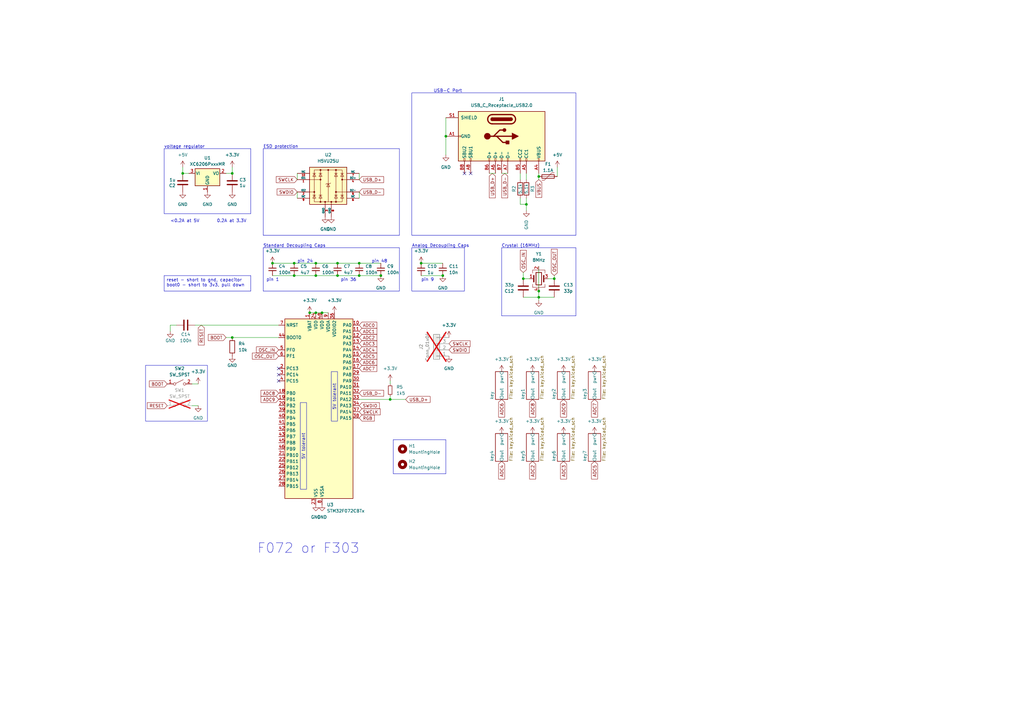
<source format=kicad_sch>
(kicad_sch (version 20230121) (generator eeschema)

  (uuid 938e0f27-02f2-44de-8c0a-24d4ec322755)

  (paper "A3")

  (lib_symbols
    (symbol "Connector:USB_C_Receptacle_USB2.0" (pin_names (offset 1.016)) (in_bom yes) (on_board yes)
      (property "Reference" "J" (at -10.16 19.05 0)
        (effects (font (size 1.27 1.27)) (justify left))
      )
      (property "Value" "USB_C_Receptacle_USB2.0" (at 19.05 19.05 0)
        (effects (font (size 1.27 1.27)) (justify right))
      )
      (property "Footprint" "" (at 3.81 0 0)
        (effects (font (size 1.27 1.27)) hide)
      )
      (property "Datasheet" "https://www.usb.org/sites/default/files/documents/usb_type-c.zip" (at 3.81 0 0)
        (effects (font (size 1.27 1.27)) hide)
      )
      (property "ki_keywords" "usb universal serial bus type-C USB2.0" (at 0 0 0)
        (effects (font (size 1.27 1.27)) hide)
      )
      (property "ki_description" "USB 2.0-only Type-C Receptacle connector" (at 0 0 0)
        (effects (font (size 1.27 1.27)) hide)
      )
      (property "ki_fp_filters" "USB*C*Receptacle*" (at 0 0 0)
        (effects (font (size 1.27 1.27)) hide)
      )
      (symbol "USB_C_Receptacle_USB2.0_0_0"
        (rectangle (start -0.254 -17.78) (end 0.254 -16.764)
          (stroke (width 0) (type default))
          (fill (type none))
        )
        (rectangle (start 10.16 -14.986) (end 9.144 -15.494)
          (stroke (width 0) (type default))
          (fill (type none))
        )
        (rectangle (start 10.16 -12.446) (end 9.144 -12.954)
          (stroke (width 0) (type default))
          (fill (type none))
        )
        (rectangle (start 10.16 -4.826) (end 9.144 -5.334)
          (stroke (width 0) (type default))
          (fill (type none))
        )
        (rectangle (start 10.16 -2.286) (end 9.144 -2.794)
          (stroke (width 0) (type default))
          (fill (type none))
        )
        (rectangle (start 10.16 0.254) (end 9.144 -0.254)
          (stroke (width 0) (type default))
          (fill (type none))
        )
        (rectangle (start 10.16 2.794) (end 9.144 2.286)
          (stroke (width 0) (type default))
          (fill (type none))
        )
        (rectangle (start 10.16 7.874) (end 9.144 7.366)
          (stroke (width 0) (type default))
          (fill (type none))
        )
        (rectangle (start 10.16 10.414) (end 9.144 9.906)
          (stroke (width 0) (type default))
          (fill (type none))
        )
        (rectangle (start 10.16 15.494) (end 9.144 14.986)
          (stroke (width 0) (type default))
          (fill (type none))
        )
      )
      (symbol "USB_C_Receptacle_USB2.0_0_1"
        (rectangle (start -10.16 17.78) (end 10.16 -17.78)
          (stroke (width 0.254) (type default))
          (fill (type background))
        )
        (arc (start -8.89 -3.81) (mid -6.985 -5.7067) (end -5.08 -3.81)
          (stroke (width 0.508) (type default))
          (fill (type none))
        )
        (arc (start -7.62 -3.81) (mid -6.985 -4.4423) (end -6.35 -3.81)
          (stroke (width 0.254) (type default))
          (fill (type none))
        )
        (arc (start -7.62 -3.81) (mid -6.985 -4.4423) (end -6.35 -3.81)
          (stroke (width 0.254) (type default))
          (fill (type outline))
        )
        (rectangle (start -7.62 -3.81) (end -6.35 3.81)
          (stroke (width 0.254) (type default))
          (fill (type outline))
        )
        (arc (start -6.35 3.81) (mid -6.985 4.4423) (end -7.62 3.81)
          (stroke (width 0.254) (type default))
          (fill (type none))
        )
        (arc (start -6.35 3.81) (mid -6.985 4.4423) (end -7.62 3.81)
          (stroke (width 0.254) (type default))
          (fill (type outline))
        )
        (arc (start -5.08 3.81) (mid -6.985 5.7067) (end -8.89 3.81)
          (stroke (width 0.508) (type default))
          (fill (type none))
        )
        (circle (center -2.54 1.143) (radius 0.635)
          (stroke (width 0.254) (type default))
          (fill (type outline))
        )
        (circle (center 0 -5.842) (radius 1.27)
          (stroke (width 0) (type default))
          (fill (type outline))
        )
        (polyline
          (pts
            (xy -8.89 -3.81)
            (xy -8.89 3.81)
          )
          (stroke (width 0.508) (type default))
          (fill (type none))
        )
        (polyline
          (pts
            (xy -5.08 3.81)
            (xy -5.08 -3.81)
          )
          (stroke (width 0.508) (type default))
          (fill (type none))
        )
        (polyline
          (pts
            (xy 0 -5.842)
            (xy 0 4.318)
          )
          (stroke (width 0.508) (type default))
          (fill (type none))
        )
        (polyline
          (pts
            (xy 0 -3.302)
            (xy -2.54 -0.762)
            (xy -2.54 0.508)
          )
          (stroke (width 0.508) (type default))
          (fill (type none))
        )
        (polyline
          (pts
            (xy 0 -2.032)
            (xy 2.54 0.508)
            (xy 2.54 1.778)
          )
          (stroke (width 0.508) (type default))
          (fill (type none))
        )
        (polyline
          (pts
            (xy -1.27 4.318)
            (xy 0 6.858)
            (xy 1.27 4.318)
            (xy -1.27 4.318)
          )
          (stroke (width 0.254) (type default))
          (fill (type outline))
        )
        (rectangle (start 1.905 1.778) (end 3.175 3.048)
          (stroke (width 0.254) (type default))
          (fill (type outline))
        )
      )
      (symbol "USB_C_Receptacle_USB2.0_1_1"
        (pin passive line (at 0 -22.86 90) (length 5.08)
          (name "GND" (effects (font (size 1.27 1.27))))
          (number "A1" (effects (font (size 1.27 1.27))))
        )
        (pin passive line (at 0 -22.86 90) (length 5.08) hide
          (name "GND" (effects (font (size 1.27 1.27))))
          (number "A12" (effects (font (size 1.27 1.27))))
        )
        (pin passive line (at 15.24 15.24 180) (length 5.08)
          (name "VBUS" (effects (font (size 1.27 1.27))))
          (number "A4" (effects (font (size 1.27 1.27))))
        )
        (pin bidirectional line (at 15.24 10.16 180) (length 5.08)
          (name "CC1" (effects (font (size 1.27 1.27))))
          (number "A5" (effects (font (size 1.27 1.27))))
        )
        (pin bidirectional line (at 15.24 -2.54 180) (length 5.08)
          (name "D+" (effects (font (size 1.27 1.27))))
          (number "A6" (effects (font (size 1.27 1.27))))
        )
        (pin bidirectional line (at 15.24 2.54 180) (length 5.08)
          (name "D-" (effects (font (size 1.27 1.27))))
          (number "A7" (effects (font (size 1.27 1.27))))
        )
        (pin bidirectional line (at 15.24 -12.7 180) (length 5.08)
          (name "SBU1" (effects (font (size 1.27 1.27))))
          (number "A8" (effects (font (size 1.27 1.27))))
        )
        (pin passive line (at 15.24 15.24 180) (length 5.08) hide
          (name "VBUS" (effects (font (size 1.27 1.27))))
          (number "A9" (effects (font (size 1.27 1.27))))
        )
        (pin passive line (at 0 -22.86 90) (length 5.08) hide
          (name "GND" (effects (font (size 1.27 1.27))))
          (number "B1" (effects (font (size 1.27 1.27))))
        )
        (pin passive line (at 0 -22.86 90) (length 5.08) hide
          (name "GND" (effects (font (size 1.27 1.27))))
          (number "B12" (effects (font (size 1.27 1.27))))
        )
        (pin passive line (at 15.24 15.24 180) (length 5.08) hide
          (name "VBUS" (effects (font (size 1.27 1.27))))
          (number "B4" (effects (font (size 1.27 1.27))))
        )
        (pin bidirectional line (at 15.24 7.62 180) (length 5.08)
          (name "CC2" (effects (font (size 1.27 1.27))))
          (number "B5" (effects (font (size 1.27 1.27))))
        )
        (pin bidirectional line (at 15.24 -5.08 180) (length 5.08)
          (name "D+" (effects (font (size 1.27 1.27))))
          (number "B6" (effects (font (size 1.27 1.27))))
        )
        (pin bidirectional line (at 15.24 0 180) (length 5.08)
          (name "D-" (effects (font (size 1.27 1.27))))
          (number "B7" (effects (font (size 1.27 1.27))))
        )
        (pin bidirectional line (at 15.24 -15.24 180) (length 5.08)
          (name "SBU2" (effects (font (size 1.27 1.27))))
          (number "B8" (effects (font (size 1.27 1.27))))
        )
        (pin passive line (at 15.24 15.24 180) (length 5.08) hide
          (name "VBUS" (effects (font (size 1.27 1.27))))
          (number "B9" (effects (font (size 1.27 1.27))))
        )
        (pin passive line (at -7.62 -22.86 90) (length 5.08)
          (name "SHIELD" (effects (font (size 1.27 1.27))))
          (number "S1" (effects (font (size 1.27 1.27))))
        )
      )
    )
    (symbol "Connector_Generic:Conn_01x04" (pin_names (offset 1.016) hide) (in_bom yes) (on_board yes)
      (property "Reference" "J" (at 0 5.08 0)
        (effects (font (size 1.27 1.27)))
      )
      (property "Value" "Conn_01x04" (at 0 -7.62 0)
        (effects (font (size 1.27 1.27)))
      )
      (property "Footprint" "" (at 0 0 0)
        (effects (font (size 1.27 1.27)) hide)
      )
      (property "Datasheet" "~" (at 0 0 0)
        (effects (font (size 1.27 1.27)) hide)
      )
      (property "ki_keywords" "connector" (at 0 0 0)
        (effects (font (size 1.27 1.27)) hide)
      )
      (property "ki_description" "Generic connector, single row, 01x04, script generated (kicad-library-utils/schlib/autogen/connector/)" (at 0 0 0)
        (effects (font (size 1.27 1.27)) hide)
      )
      (property "ki_fp_filters" "Connector*:*_1x??_*" (at 0 0 0)
        (effects (font (size 1.27 1.27)) hide)
      )
      (symbol "Conn_01x04_1_1"
        (rectangle (start -1.27 -4.953) (end 0 -5.207)
          (stroke (width 0.1524) (type default))
          (fill (type none))
        )
        (rectangle (start -1.27 -2.413) (end 0 -2.667)
          (stroke (width 0.1524) (type default))
          (fill (type none))
        )
        (rectangle (start -1.27 0.127) (end 0 -0.127)
          (stroke (width 0.1524) (type default))
          (fill (type none))
        )
        (rectangle (start -1.27 2.667) (end 0 2.413)
          (stroke (width 0.1524) (type default))
          (fill (type none))
        )
        (rectangle (start -1.27 3.81) (end 1.27 -6.35)
          (stroke (width 0.254) (type default))
          (fill (type background))
        )
        (pin passive line (at -5.08 2.54 0) (length 3.81)
          (name "Pin_1" (effects (font (size 1.27 1.27))))
          (number "1" (effects (font (size 1.27 1.27))))
        )
        (pin passive line (at -5.08 0 0) (length 3.81)
          (name "Pin_2" (effects (font (size 1.27 1.27))))
          (number "2" (effects (font (size 1.27 1.27))))
        )
        (pin passive line (at -5.08 -2.54 0) (length 3.81)
          (name "Pin_3" (effects (font (size 1.27 1.27))))
          (number "3" (effects (font (size 1.27 1.27))))
        )
        (pin passive line (at -5.08 -5.08 0) (length 3.81)
          (name "Pin_4" (effects (font (size 1.27 1.27))))
          (number "4" (effects (font (size 1.27 1.27))))
        )
      )
    )
    (symbol "Device:C" (pin_numbers hide) (pin_names (offset 0.254)) (in_bom yes) (on_board yes)
      (property "Reference" "C" (at 0.635 2.54 0)
        (effects (font (size 1.27 1.27)) (justify left))
      )
      (property "Value" "C" (at 0.635 -2.54 0)
        (effects (font (size 1.27 1.27)) (justify left))
      )
      (property "Footprint" "" (at 0.9652 -3.81 0)
        (effects (font (size 1.27 1.27)) hide)
      )
      (property "Datasheet" "~" (at 0 0 0)
        (effects (font (size 1.27 1.27)) hide)
      )
      (property "ki_keywords" "cap capacitor" (at 0 0 0)
        (effects (font (size 1.27 1.27)) hide)
      )
      (property "ki_description" "Unpolarized capacitor" (at 0 0 0)
        (effects (font (size 1.27 1.27)) hide)
      )
      (property "ki_fp_filters" "C_*" (at 0 0 0)
        (effects (font (size 1.27 1.27)) hide)
      )
      (symbol "C_0_1"
        (polyline
          (pts
            (xy -2.032 -0.762)
            (xy 2.032 -0.762)
          )
          (stroke (width 0.508) (type default))
          (fill (type none))
        )
        (polyline
          (pts
            (xy -2.032 0.762)
            (xy 2.032 0.762)
          )
          (stroke (width 0.508) (type default))
          (fill (type none))
        )
      )
      (symbol "C_1_1"
        (pin passive line (at 0 3.81 270) (length 2.794)
          (name "~" (effects (font (size 1.27 1.27))))
          (number "1" (effects (font (size 1.27 1.27))))
        )
        (pin passive line (at 0 -3.81 90) (length 2.794)
          (name "~" (effects (font (size 1.27 1.27))))
          (number "2" (effects (font (size 1.27 1.27))))
        )
      )
    )
    (symbol "Device:C_Small" (pin_numbers hide) (pin_names (offset 0.254) hide) (in_bom yes) (on_board yes)
      (property "Reference" "C" (at 0.254 1.778 0)
        (effects (font (size 1.27 1.27)) (justify left))
      )
      (property "Value" "C_Small" (at 0.254 -2.032 0)
        (effects (font (size 1.27 1.27)) (justify left))
      )
      (property "Footprint" "" (at 0 0 0)
        (effects (font (size 1.27 1.27)) hide)
      )
      (property "Datasheet" "~" (at 0 0 0)
        (effects (font (size 1.27 1.27)) hide)
      )
      (property "ki_keywords" "capacitor cap" (at 0 0 0)
        (effects (font (size 1.27 1.27)) hide)
      )
      (property "ki_description" "Unpolarized capacitor, small symbol" (at 0 0 0)
        (effects (font (size 1.27 1.27)) hide)
      )
      (property "ki_fp_filters" "C_*" (at 0 0 0)
        (effects (font (size 1.27 1.27)) hide)
      )
      (symbol "C_Small_0_1"
        (polyline
          (pts
            (xy -1.524 -0.508)
            (xy 1.524 -0.508)
          )
          (stroke (width 0.3302) (type default))
          (fill (type none))
        )
        (polyline
          (pts
            (xy -1.524 0.508)
            (xy 1.524 0.508)
          )
          (stroke (width 0.3048) (type default))
          (fill (type none))
        )
      )
      (symbol "C_Small_1_1"
        (pin passive line (at 0 2.54 270) (length 2.032)
          (name "~" (effects (font (size 1.27 1.27))))
          (number "1" (effects (font (size 1.27 1.27))))
        )
        (pin passive line (at 0 -2.54 90) (length 2.032)
          (name "~" (effects (font (size 1.27 1.27))))
          (number "2" (effects (font (size 1.27 1.27))))
        )
      )
    )
    (symbol "Device:Crystal_GND24" (pin_names (offset 1.016) hide) (in_bom yes) (on_board yes)
      (property "Reference" "Y" (at 3.175 5.08 0)
        (effects (font (size 1.27 1.27)) (justify left))
      )
      (property "Value" "Crystal_GND24" (at 3.175 3.175 0)
        (effects (font (size 1.27 1.27)) (justify left))
      )
      (property "Footprint" "" (at 0 0 0)
        (effects (font (size 1.27 1.27)) hide)
      )
      (property "Datasheet" "~" (at 0 0 0)
        (effects (font (size 1.27 1.27)) hide)
      )
      (property "ki_keywords" "quartz ceramic resonator oscillator" (at 0 0 0)
        (effects (font (size 1.27 1.27)) hide)
      )
      (property "ki_description" "Four pin crystal, GND on pins 2 and 4" (at 0 0 0)
        (effects (font (size 1.27 1.27)) hide)
      )
      (property "ki_fp_filters" "Crystal*" (at 0 0 0)
        (effects (font (size 1.27 1.27)) hide)
      )
      (symbol "Crystal_GND24_0_1"
        (rectangle (start -1.143 2.54) (end 1.143 -2.54)
          (stroke (width 0.3048) (type default))
          (fill (type none))
        )
        (polyline
          (pts
            (xy -2.54 0)
            (xy -2.032 0)
          )
          (stroke (width 0) (type default))
          (fill (type none))
        )
        (polyline
          (pts
            (xy -2.032 -1.27)
            (xy -2.032 1.27)
          )
          (stroke (width 0.508) (type default))
          (fill (type none))
        )
        (polyline
          (pts
            (xy 0 -3.81)
            (xy 0 -3.556)
          )
          (stroke (width 0) (type default))
          (fill (type none))
        )
        (polyline
          (pts
            (xy 0 3.556)
            (xy 0 3.81)
          )
          (stroke (width 0) (type default))
          (fill (type none))
        )
        (polyline
          (pts
            (xy 2.032 -1.27)
            (xy 2.032 1.27)
          )
          (stroke (width 0.508) (type default))
          (fill (type none))
        )
        (polyline
          (pts
            (xy 2.032 0)
            (xy 2.54 0)
          )
          (stroke (width 0) (type default))
          (fill (type none))
        )
        (polyline
          (pts
            (xy -2.54 -2.286)
            (xy -2.54 -3.556)
            (xy 2.54 -3.556)
            (xy 2.54 -2.286)
          )
          (stroke (width 0) (type default))
          (fill (type none))
        )
        (polyline
          (pts
            (xy -2.54 2.286)
            (xy -2.54 3.556)
            (xy 2.54 3.556)
            (xy 2.54 2.286)
          )
          (stroke (width 0) (type default))
          (fill (type none))
        )
      )
      (symbol "Crystal_GND24_1_1"
        (pin passive line (at -3.81 0 0) (length 1.27)
          (name "1" (effects (font (size 1.27 1.27))))
          (number "1" (effects (font (size 1.27 1.27))))
        )
        (pin passive line (at 0 5.08 270) (length 1.27)
          (name "2" (effects (font (size 1.27 1.27))))
          (number "2" (effects (font (size 1.27 1.27))))
        )
        (pin passive line (at 3.81 0 180) (length 1.27)
          (name "3" (effects (font (size 1.27 1.27))))
          (number "3" (effects (font (size 1.27 1.27))))
        )
        (pin passive line (at 0 -5.08 90) (length 1.27)
          (name "4" (effects (font (size 1.27 1.27))))
          (number "4" (effects (font (size 1.27 1.27))))
        )
      )
    )
    (symbol "Device:Polyfuse" (pin_numbers hide) (pin_names (offset 0)) (in_bom yes) (on_board yes)
      (property "Reference" "F" (at -2.54 0 90)
        (effects (font (size 1.27 1.27)))
      )
      (property "Value" "Polyfuse" (at 2.54 0 90)
        (effects (font (size 1.27 1.27)))
      )
      (property "Footprint" "" (at 1.27 -5.08 0)
        (effects (font (size 1.27 1.27)) (justify left) hide)
      )
      (property "Datasheet" "~" (at 0 0 0)
        (effects (font (size 1.27 1.27)) hide)
      )
      (property "ki_keywords" "resettable fuse PTC PPTC polyfuse polyswitch" (at 0 0 0)
        (effects (font (size 1.27 1.27)) hide)
      )
      (property "ki_description" "Resettable fuse, polymeric positive temperature coefficient" (at 0 0 0)
        (effects (font (size 1.27 1.27)) hide)
      )
      (property "ki_fp_filters" "*polyfuse* *PTC*" (at 0 0 0)
        (effects (font (size 1.27 1.27)) hide)
      )
      (symbol "Polyfuse_0_1"
        (rectangle (start -0.762 2.54) (end 0.762 -2.54)
          (stroke (width 0.254) (type default))
          (fill (type none))
        )
        (polyline
          (pts
            (xy 0 2.54)
            (xy 0 -2.54)
          )
          (stroke (width 0) (type default))
          (fill (type none))
        )
        (polyline
          (pts
            (xy -1.524 2.54)
            (xy -1.524 1.524)
            (xy 1.524 -1.524)
            (xy 1.524 -2.54)
          )
          (stroke (width 0) (type default))
          (fill (type none))
        )
      )
      (symbol "Polyfuse_1_1"
        (pin passive line (at 0 3.81 270) (length 1.27)
          (name "~" (effects (font (size 1.27 1.27))))
          (number "1" (effects (font (size 1.27 1.27))))
        )
        (pin passive line (at 0 -3.81 90) (length 1.27)
          (name "~" (effects (font (size 1.27 1.27))))
          (number "2" (effects (font (size 1.27 1.27))))
        )
      )
    )
    (symbol "Device:R" (pin_numbers hide) (pin_names (offset 0)) (in_bom yes) (on_board yes)
      (property "Reference" "R" (at 2.032 0 90)
        (effects (font (size 1.27 1.27)))
      )
      (property "Value" "R" (at 0 0 90)
        (effects (font (size 1.27 1.27)))
      )
      (property "Footprint" "" (at -1.778 0 90)
        (effects (font (size 1.27 1.27)) hide)
      )
      (property "Datasheet" "~" (at 0 0 0)
        (effects (font (size 1.27 1.27)) hide)
      )
      (property "ki_keywords" "R res resistor" (at 0 0 0)
        (effects (font (size 1.27 1.27)) hide)
      )
      (property "ki_description" "Resistor" (at 0 0 0)
        (effects (font (size 1.27 1.27)) hide)
      )
      (property "ki_fp_filters" "R_*" (at 0 0 0)
        (effects (font (size 1.27 1.27)) hide)
      )
      (symbol "R_0_1"
        (rectangle (start -1.016 -2.54) (end 1.016 2.54)
          (stroke (width 0.254) (type default))
          (fill (type none))
        )
      )
      (symbol "R_1_1"
        (pin passive line (at 0 3.81 270) (length 1.27)
          (name "~" (effects (font (size 1.27 1.27))))
          (number "1" (effects (font (size 1.27 1.27))))
        )
        (pin passive line (at 0 -3.81 90) (length 1.27)
          (name "~" (effects (font (size 1.27 1.27))))
          (number "2" (effects (font (size 1.27 1.27))))
        )
      )
    )
    (symbol "Device:R_Small" (pin_numbers hide) (pin_names (offset 0.254) hide) (in_bom yes) (on_board yes)
      (property "Reference" "R" (at 0.762 0.508 0)
        (effects (font (size 1.27 1.27)) (justify left))
      )
      (property "Value" "R_Small" (at 0.762 -1.016 0)
        (effects (font (size 1.27 1.27)) (justify left))
      )
      (property "Footprint" "" (at 0 0 0)
        (effects (font (size 1.27 1.27)) hide)
      )
      (property "Datasheet" "~" (at 0 0 0)
        (effects (font (size 1.27 1.27)) hide)
      )
      (property "ki_keywords" "R resistor" (at 0 0 0)
        (effects (font (size 1.27 1.27)) hide)
      )
      (property "ki_description" "Resistor, small symbol" (at 0 0 0)
        (effects (font (size 1.27 1.27)) hide)
      )
      (property "ki_fp_filters" "R_*" (at 0 0 0)
        (effects (font (size 1.27 1.27)) hide)
      )
      (symbol "R_Small_0_1"
        (rectangle (start -0.762 1.778) (end 0.762 -1.778)
          (stroke (width 0.2032) (type default))
          (fill (type none))
        )
      )
      (symbol "R_Small_1_1"
        (pin passive line (at 0 2.54 270) (length 0.762)
          (name "~" (effects (font (size 1.27 1.27))))
          (number "1" (effects (font (size 1.27 1.27))))
        )
        (pin passive line (at 0 -2.54 90) (length 0.762)
          (name "~" (effects (font (size 1.27 1.27))))
          (number "2" (effects (font (size 1.27 1.27))))
        )
      )
    )
    (symbol "MCU_ST_STM32F0:STM32F072CBTx" (in_bom yes) (on_board yes)
      (property "Reference" "U" (at -12.7 39.37 0)
        (effects (font (size 1.27 1.27)) (justify left))
      )
      (property "Value" "STM32F072CBTx" (at 10.16 39.37 0)
        (effects (font (size 1.27 1.27)) (justify left))
      )
      (property "Footprint" "Package_QFP:LQFP-48_7x7mm_P0.5mm" (at -12.7 -35.56 0)
        (effects (font (size 1.27 1.27)) (justify right) hide)
      )
      (property "Datasheet" "https://www.st.com/resource/en/datasheet/stm32f072cb.pdf" (at 0 0 0)
        (effects (font (size 1.27 1.27)) hide)
      )
      (property "ki_locked" "" (at 0 0 0)
        (effects (font (size 1.27 1.27)))
      )
      (property "ki_keywords" "Arm Cortex-M0 STM32F0 STM32F0x2" (at 0 0 0)
        (effects (font (size 1.27 1.27)) hide)
      )
      (property "ki_description" "STMicroelectronics Arm Cortex-M0 MCU, 128KB flash, 16KB RAM, 48 MHz, 2.0-3.6V, 37 GPIO, LQFP48" (at 0 0 0)
        (effects (font (size 1.27 1.27)) hide)
      )
      (property "ki_fp_filters" "LQFP*7x7mm*P0.5mm*" (at 0 0 0)
        (effects (font (size 1.27 1.27)) hide)
      )
      (symbol "STM32F072CBTx_0_1"
        (rectangle (start -12.7 -35.56) (end 15.24 38.1)
          (stroke (width 0.254) (type default))
          (fill (type background))
        )
      )
      (symbol "STM32F072CBTx_1_1"
        (pin power_in line (at -2.54 40.64 270) (length 2.54)
          (name "VBAT" (effects (font (size 1.27 1.27))))
          (number "1" (effects (font (size 1.27 1.27))))
        )
        (pin bidirectional line (at 17.78 35.56 180) (length 2.54)
          (name "PA0" (effects (font (size 1.27 1.27))))
          (number "10" (effects (font (size 1.27 1.27))))
          (alternate "ADC_IN0" bidirectional line)
          (alternate "COMP1_INM" bidirectional line)
          (alternate "COMP1_OUT" bidirectional line)
          (alternate "RTC_TAMP2" bidirectional line)
          (alternate "SYS_WKUP1" bidirectional line)
          (alternate "TIM2_CH1" bidirectional line)
          (alternate "TIM2_ETR" bidirectional line)
          (alternate "TSC_G1_IO1" bidirectional line)
          (alternate "USART2_CTS" bidirectional line)
          (alternate "USART4_TX" bidirectional line)
        )
        (pin bidirectional line (at 17.78 33.02 180) (length 2.54)
          (name "PA1" (effects (font (size 1.27 1.27))))
          (number "11" (effects (font (size 1.27 1.27))))
          (alternate "ADC_IN1" bidirectional line)
          (alternate "COMP1_INP" bidirectional line)
          (alternate "TIM15_CH1N" bidirectional line)
          (alternate "TIM2_CH2" bidirectional line)
          (alternate "TSC_G1_IO2" bidirectional line)
          (alternate "USART2_DE" bidirectional line)
          (alternate "USART2_RTS" bidirectional line)
          (alternate "USART4_RX" bidirectional line)
        )
        (pin bidirectional line (at 17.78 30.48 180) (length 2.54)
          (name "PA2" (effects (font (size 1.27 1.27))))
          (number "12" (effects (font (size 1.27 1.27))))
          (alternate "ADC_IN2" bidirectional line)
          (alternate "COMP2_INM" bidirectional line)
          (alternate "COMP2_OUT" bidirectional line)
          (alternate "SYS_WKUP4" bidirectional line)
          (alternate "TIM15_CH1" bidirectional line)
          (alternate "TIM2_CH3" bidirectional line)
          (alternate "TSC_G1_IO3" bidirectional line)
          (alternate "USART2_TX" bidirectional line)
        )
        (pin bidirectional line (at 17.78 27.94 180) (length 2.54)
          (name "PA3" (effects (font (size 1.27 1.27))))
          (number "13" (effects (font (size 1.27 1.27))))
          (alternate "ADC_IN3" bidirectional line)
          (alternate "COMP2_INP" bidirectional line)
          (alternate "TIM15_CH2" bidirectional line)
          (alternate "TIM2_CH4" bidirectional line)
          (alternate "TSC_G1_IO4" bidirectional line)
          (alternate "USART2_RX" bidirectional line)
        )
        (pin bidirectional line (at 17.78 25.4 180) (length 2.54)
          (name "PA4" (effects (font (size 1.27 1.27))))
          (number "14" (effects (font (size 1.27 1.27))))
          (alternate "ADC_IN4" bidirectional line)
          (alternate "COMP1_INM" bidirectional line)
          (alternate "COMP2_INM" bidirectional line)
          (alternate "DAC_OUT1" bidirectional line)
          (alternate "I2S1_WS" bidirectional line)
          (alternate "SPI1_NSS" bidirectional line)
          (alternate "TIM14_CH1" bidirectional line)
          (alternate "TSC_G2_IO1" bidirectional line)
          (alternate "USART2_CK" bidirectional line)
        )
        (pin bidirectional line (at 17.78 22.86 180) (length 2.54)
          (name "PA5" (effects (font (size 1.27 1.27))))
          (number "15" (effects (font (size 1.27 1.27))))
          (alternate "ADC_IN5" bidirectional line)
          (alternate "CEC" bidirectional line)
          (alternate "COMP1_INM" bidirectional line)
          (alternate "COMP2_INM" bidirectional line)
          (alternate "DAC_OUT2" bidirectional line)
          (alternate "I2S1_CK" bidirectional line)
          (alternate "SPI1_SCK" bidirectional line)
          (alternate "TIM2_CH1" bidirectional line)
          (alternate "TIM2_ETR" bidirectional line)
          (alternate "TSC_G2_IO2" bidirectional line)
        )
        (pin bidirectional line (at 17.78 20.32 180) (length 2.54)
          (name "PA6" (effects (font (size 1.27 1.27))))
          (number "16" (effects (font (size 1.27 1.27))))
          (alternate "ADC_IN6" bidirectional line)
          (alternate "COMP1_OUT" bidirectional line)
          (alternate "I2S1_MCK" bidirectional line)
          (alternate "SPI1_MISO" bidirectional line)
          (alternate "TIM16_CH1" bidirectional line)
          (alternate "TIM1_BKIN" bidirectional line)
          (alternate "TIM3_CH1" bidirectional line)
          (alternate "TSC_G2_IO3" bidirectional line)
          (alternate "USART3_CTS" bidirectional line)
        )
        (pin bidirectional line (at 17.78 17.78 180) (length 2.54)
          (name "PA7" (effects (font (size 1.27 1.27))))
          (number "17" (effects (font (size 1.27 1.27))))
          (alternate "ADC_IN7" bidirectional line)
          (alternate "COMP2_OUT" bidirectional line)
          (alternate "I2S1_SD" bidirectional line)
          (alternate "SPI1_MOSI" bidirectional line)
          (alternate "TIM14_CH1" bidirectional line)
          (alternate "TIM17_CH1" bidirectional line)
          (alternate "TIM1_CH1N" bidirectional line)
          (alternate "TIM3_CH2" bidirectional line)
          (alternate "TSC_G2_IO4" bidirectional line)
        )
        (pin bidirectional line (at -15.24 7.62 0) (length 2.54)
          (name "PB0" (effects (font (size 1.27 1.27))))
          (number "18" (effects (font (size 1.27 1.27))))
          (alternate "ADC_IN8" bidirectional line)
          (alternate "TIM1_CH2N" bidirectional line)
          (alternate "TIM3_CH3" bidirectional line)
          (alternate "TSC_G3_IO2" bidirectional line)
          (alternate "USART3_CK" bidirectional line)
        )
        (pin bidirectional line (at -15.24 5.08 0) (length 2.54)
          (name "PB1" (effects (font (size 1.27 1.27))))
          (number "19" (effects (font (size 1.27 1.27))))
          (alternate "ADC_IN9" bidirectional line)
          (alternate "TIM14_CH1" bidirectional line)
          (alternate "TIM1_CH3N" bidirectional line)
          (alternate "TIM3_CH4" bidirectional line)
          (alternate "TSC_G3_IO3" bidirectional line)
          (alternate "USART3_DE" bidirectional line)
          (alternate "USART3_RTS" bidirectional line)
        )
        (pin bidirectional line (at -15.24 17.78 0) (length 2.54)
          (name "PC13" (effects (font (size 1.27 1.27))))
          (number "2" (effects (font (size 1.27 1.27))))
          (alternate "RTC_OUT_ALARM" bidirectional line)
          (alternate "RTC_OUT_CALIB" bidirectional line)
          (alternate "RTC_TAMP1" bidirectional line)
          (alternate "RTC_TS" bidirectional line)
          (alternate "SYS_WKUP2" bidirectional line)
        )
        (pin bidirectional line (at -15.24 2.54 0) (length 2.54)
          (name "PB2" (effects (font (size 1.27 1.27))))
          (number "20" (effects (font (size 1.27 1.27))))
          (alternate "TSC_G3_IO4" bidirectional line)
        )
        (pin bidirectional line (at -15.24 -17.78 0) (length 2.54)
          (name "PB10" (effects (font (size 1.27 1.27))))
          (number "21" (effects (font (size 1.27 1.27))))
          (alternate "CEC" bidirectional line)
          (alternate "I2C2_SCL" bidirectional line)
          (alternate "I2S2_CK" bidirectional line)
          (alternate "SPI2_SCK" bidirectional line)
          (alternate "TIM2_CH3" bidirectional line)
          (alternate "TSC_SYNC" bidirectional line)
          (alternate "USART3_TX" bidirectional line)
        )
        (pin bidirectional line (at -15.24 -20.32 0) (length 2.54)
          (name "PB11" (effects (font (size 1.27 1.27))))
          (number "22" (effects (font (size 1.27 1.27))))
          (alternate "I2C2_SDA" bidirectional line)
          (alternate "TIM2_CH4" bidirectional line)
          (alternate "TSC_G6_IO1" bidirectional line)
          (alternate "USART3_RX" bidirectional line)
        )
        (pin power_in line (at 0 -38.1 90) (length 2.54)
          (name "VSS" (effects (font (size 1.27 1.27))))
          (number "23" (effects (font (size 1.27 1.27))))
        )
        (pin power_in line (at 0 40.64 270) (length 2.54)
          (name "VDD" (effects (font (size 1.27 1.27))))
          (number "24" (effects (font (size 1.27 1.27))))
        )
        (pin bidirectional line (at -15.24 -22.86 0) (length 2.54)
          (name "PB12" (effects (font (size 1.27 1.27))))
          (number "25" (effects (font (size 1.27 1.27))))
          (alternate "I2S2_WS" bidirectional line)
          (alternate "SPI2_NSS" bidirectional line)
          (alternate "TIM15_BKIN" bidirectional line)
          (alternate "TIM1_BKIN" bidirectional line)
          (alternate "TSC_G6_IO2" bidirectional line)
          (alternate "USART3_CK" bidirectional line)
        )
        (pin bidirectional line (at -15.24 -25.4 0) (length 2.54)
          (name "PB13" (effects (font (size 1.27 1.27))))
          (number "26" (effects (font (size 1.27 1.27))))
          (alternate "I2C2_SCL" bidirectional line)
          (alternate "I2S2_CK" bidirectional line)
          (alternate "SPI2_SCK" bidirectional line)
          (alternate "TIM1_CH1N" bidirectional line)
          (alternate "TSC_G6_IO3" bidirectional line)
          (alternate "USART3_CTS" bidirectional line)
        )
        (pin bidirectional line (at -15.24 -27.94 0) (length 2.54)
          (name "PB14" (effects (font (size 1.27 1.27))))
          (number "27" (effects (font (size 1.27 1.27))))
          (alternate "I2C2_SDA" bidirectional line)
          (alternate "I2S2_MCK" bidirectional line)
          (alternate "SPI2_MISO" bidirectional line)
          (alternate "TIM15_CH1" bidirectional line)
          (alternate "TIM1_CH2N" bidirectional line)
          (alternate "TSC_G6_IO4" bidirectional line)
          (alternate "USART3_DE" bidirectional line)
          (alternate "USART3_RTS" bidirectional line)
        )
        (pin bidirectional line (at -15.24 -30.48 0) (length 2.54)
          (name "PB15" (effects (font (size 1.27 1.27))))
          (number "28" (effects (font (size 1.27 1.27))))
          (alternate "I2S2_SD" bidirectional line)
          (alternate "RTC_REFIN" bidirectional line)
          (alternate "SPI2_MOSI" bidirectional line)
          (alternate "SYS_WKUP7" bidirectional line)
          (alternate "TIM15_CH1N" bidirectional line)
          (alternate "TIM15_CH2" bidirectional line)
          (alternate "TIM1_CH3N" bidirectional line)
        )
        (pin bidirectional line (at 17.78 15.24 180) (length 2.54)
          (name "PA8" (effects (font (size 1.27 1.27))))
          (number "29" (effects (font (size 1.27 1.27))))
          (alternate "CRS_SYNC" bidirectional line)
          (alternate "RCC_MCO" bidirectional line)
          (alternate "TIM1_CH1" bidirectional line)
          (alternate "USART1_CK" bidirectional line)
        )
        (pin bidirectional line (at -15.24 15.24 0) (length 2.54)
          (name "PC14" (effects (font (size 1.27 1.27))))
          (number "3" (effects (font (size 1.27 1.27))))
          (alternate "RCC_OSC32_IN" bidirectional line)
        )
        (pin bidirectional line (at 17.78 12.7 180) (length 2.54)
          (name "PA9" (effects (font (size 1.27 1.27))))
          (number "30" (effects (font (size 1.27 1.27))))
          (alternate "DAC_EXTI9" bidirectional line)
          (alternate "TIM15_BKIN" bidirectional line)
          (alternate "TIM1_CH2" bidirectional line)
          (alternate "TSC_G4_IO1" bidirectional line)
          (alternate "USART1_TX" bidirectional line)
        )
        (pin bidirectional line (at 17.78 10.16 180) (length 2.54)
          (name "PA10" (effects (font (size 1.27 1.27))))
          (number "31" (effects (font (size 1.27 1.27))))
          (alternate "TIM17_BKIN" bidirectional line)
          (alternate "TIM1_CH3" bidirectional line)
          (alternate "TSC_G4_IO2" bidirectional line)
          (alternate "USART1_RX" bidirectional line)
        )
        (pin bidirectional line (at 17.78 7.62 180) (length 2.54)
          (name "PA11" (effects (font (size 1.27 1.27))))
          (number "32" (effects (font (size 1.27 1.27))))
          (alternate "CAN_RX" bidirectional line)
          (alternate "COMP1_OUT" bidirectional line)
          (alternate "TIM1_CH4" bidirectional line)
          (alternate "TSC_G4_IO3" bidirectional line)
          (alternate "USART1_CTS" bidirectional line)
          (alternate "USB_DM" bidirectional line)
        )
        (pin bidirectional line (at 17.78 5.08 180) (length 2.54)
          (name "PA12" (effects (font (size 1.27 1.27))))
          (number "33" (effects (font (size 1.27 1.27))))
          (alternate "CAN_TX" bidirectional line)
          (alternate "COMP2_OUT" bidirectional line)
          (alternate "TIM1_ETR" bidirectional line)
          (alternate "TSC_G4_IO4" bidirectional line)
          (alternate "USART1_DE" bidirectional line)
          (alternate "USART1_RTS" bidirectional line)
          (alternate "USB_DP" bidirectional line)
        )
        (pin bidirectional line (at 17.78 2.54 180) (length 2.54)
          (name "PA13" (effects (font (size 1.27 1.27))))
          (number "34" (effects (font (size 1.27 1.27))))
          (alternate "IR_OUT" bidirectional line)
          (alternate "SYS_SWDIO" bidirectional line)
          (alternate "USB_NOE" bidirectional line)
        )
        (pin passive line (at 0 -38.1 90) (length 2.54) hide
          (name "VSS" (effects (font (size 1.27 1.27))))
          (number "35" (effects (font (size 1.27 1.27))))
        )
        (pin power_in line (at 7.62 40.64 270) (length 2.54)
          (name "VDDIO2" (effects (font (size 1.27 1.27))))
          (number "36" (effects (font (size 1.27 1.27))))
        )
        (pin bidirectional line (at 17.78 0 180) (length 2.54)
          (name "PA14" (effects (font (size 1.27 1.27))))
          (number "37" (effects (font (size 1.27 1.27))))
          (alternate "SYS_SWCLK" bidirectional line)
          (alternate "USART2_TX" bidirectional line)
        )
        (pin bidirectional line (at 17.78 -2.54 180) (length 2.54)
          (name "PA15" (effects (font (size 1.27 1.27))))
          (number "38" (effects (font (size 1.27 1.27))))
          (alternate "I2S1_WS" bidirectional line)
          (alternate "SPI1_NSS" bidirectional line)
          (alternate "TIM2_CH1" bidirectional line)
          (alternate "TIM2_ETR" bidirectional line)
          (alternate "USART2_RX" bidirectional line)
          (alternate "USART4_DE" bidirectional line)
          (alternate "USART4_RTS" bidirectional line)
        )
        (pin bidirectional line (at -15.24 0 0) (length 2.54)
          (name "PB3" (effects (font (size 1.27 1.27))))
          (number "39" (effects (font (size 1.27 1.27))))
          (alternate "I2S1_CK" bidirectional line)
          (alternate "SPI1_SCK" bidirectional line)
          (alternate "TIM2_CH2" bidirectional line)
          (alternate "TSC_G5_IO1" bidirectional line)
        )
        (pin bidirectional line (at -15.24 12.7 0) (length 2.54)
          (name "PC15" (effects (font (size 1.27 1.27))))
          (number "4" (effects (font (size 1.27 1.27))))
          (alternate "RCC_OSC32_OUT" bidirectional line)
        )
        (pin bidirectional line (at -15.24 -2.54 0) (length 2.54)
          (name "PB4" (effects (font (size 1.27 1.27))))
          (number "40" (effects (font (size 1.27 1.27))))
          (alternate "I2S1_MCK" bidirectional line)
          (alternate "SPI1_MISO" bidirectional line)
          (alternate "TIM17_BKIN" bidirectional line)
          (alternate "TIM3_CH1" bidirectional line)
          (alternate "TSC_G5_IO2" bidirectional line)
        )
        (pin bidirectional line (at -15.24 -5.08 0) (length 2.54)
          (name "PB5" (effects (font (size 1.27 1.27))))
          (number "41" (effects (font (size 1.27 1.27))))
          (alternate "I2C1_SMBA" bidirectional line)
          (alternate "I2S1_SD" bidirectional line)
          (alternate "SPI1_MOSI" bidirectional line)
          (alternate "SYS_WKUP6" bidirectional line)
          (alternate "TIM16_BKIN" bidirectional line)
          (alternate "TIM3_CH2" bidirectional line)
        )
        (pin bidirectional line (at -15.24 -7.62 0) (length 2.54)
          (name "PB6" (effects (font (size 1.27 1.27))))
          (number "42" (effects (font (size 1.27 1.27))))
          (alternate "I2C1_SCL" bidirectional line)
          (alternate "TIM16_CH1N" bidirectional line)
          (alternate "TSC_G5_IO3" bidirectional line)
          (alternate "USART1_TX" bidirectional line)
        )
        (pin bidirectional line (at -15.24 -10.16 0) (length 2.54)
          (name "PB7" (effects (font (size 1.27 1.27))))
          (number "43" (effects (font (size 1.27 1.27))))
          (alternate "I2C1_SDA" bidirectional line)
          (alternate "TIM17_CH1N" bidirectional line)
          (alternate "TSC_G5_IO4" bidirectional line)
          (alternate "USART1_RX" bidirectional line)
          (alternate "USART4_CTS" bidirectional line)
        )
        (pin input line (at -15.24 30.48 0) (length 2.54)
          (name "BOOT0" (effects (font (size 1.27 1.27))))
          (number "44" (effects (font (size 1.27 1.27))))
        )
        (pin bidirectional line (at -15.24 -12.7 0) (length 2.54)
          (name "PB8" (effects (font (size 1.27 1.27))))
          (number "45" (effects (font (size 1.27 1.27))))
          (alternate "CAN_RX" bidirectional line)
          (alternate "CEC" bidirectional line)
          (alternate "I2C1_SCL" bidirectional line)
          (alternate "TIM16_CH1" bidirectional line)
          (alternate "TSC_SYNC" bidirectional line)
        )
        (pin bidirectional line (at -15.24 -15.24 0) (length 2.54)
          (name "PB9" (effects (font (size 1.27 1.27))))
          (number "46" (effects (font (size 1.27 1.27))))
          (alternate "CAN_TX" bidirectional line)
          (alternate "DAC_EXTI9" bidirectional line)
          (alternate "I2C1_SDA" bidirectional line)
          (alternate "I2S2_WS" bidirectional line)
          (alternate "IR_OUT" bidirectional line)
          (alternate "SPI2_NSS" bidirectional line)
          (alternate "TIM17_CH1" bidirectional line)
        )
        (pin passive line (at 0 -38.1 90) (length 2.54) hide
          (name "VSS" (effects (font (size 1.27 1.27))))
          (number "47" (effects (font (size 1.27 1.27))))
        )
        (pin power_in line (at 2.54 40.64 270) (length 2.54)
          (name "VDD" (effects (font (size 1.27 1.27))))
          (number "48" (effects (font (size 1.27 1.27))))
        )
        (pin bidirectional line (at -15.24 25.4 0) (length 2.54)
          (name "PF0" (effects (font (size 1.27 1.27))))
          (number "5" (effects (font (size 1.27 1.27))))
          (alternate "CRS_SYNC" bidirectional line)
          (alternate "RCC_OSC_IN" bidirectional line)
        )
        (pin bidirectional line (at -15.24 22.86 0) (length 2.54)
          (name "PF1" (effects (font (size 1.27 1.27))))
          (number "6" (effects (font (size 1.27 1.27))))
          (alternate "RCC_OSC_OUT" bidirectional line)
        )
        (pin input line (at -15.24 35.56 0) (length 2.54)
          (name "NRST" (effects (font (size 1.27 1.27))))
          (number "7" (effects (font (size 1.27 1.27))))
        )
        (pin power_in line (at 2.54 -38.1 90) (length 2.54)
          (name "VSSA" (effects (font (size 1.27 1.27))))
          (number "8" (effects (font (size 1.27 1.27))))
        )
        (pin power_in line (at 5.08 40.64 270) (length 2.54)
          (name "VDDA" (effects (font (size 1.27 1.27))))
          (number "9" (effects (font (size 1.27 1.27))))
        )
      )
    )
    (symbol "Mechanical:MountingHole" (pin_names (offset 1.016)) (in_bom yes) (on_board yes)
      (property "Reference" "H" (at 0 5.08 0)
        (effects (font (size 1.27 1.27)))
      )
      (property "Value" "MountingHole" (at 0 3.175 0)
        (effects (font (size 1.27 1.27)))
      )
      (property "Footprint" "" (at 0 0 0)
        (effects (font (size 1.27 1.27)) hide)
      )
      (property "Datasheet" "~" (at 0 0 0)
        (effects (font (size 1.27 1.27)) hide)
      )
      (property "ki_keywords" "mounting hole" (at 0 0 0)
        (effects (font (size 1.27 1.27)) hide)
      )
      (property "ki_description" "Mounting Hole without connection" (at 0 0 0)
        (effects (font (size 1.27 1.27)) hide)
      )
      (property "ki_fp_filters" "MountingHole*" (at 0 0 0)
        (effects (font (size 1.27 1.27)) hide)
      )
      (symbol "MountingHole_0_1"
        (circle (center 0 0) (radius 1.27)
          (stroke (width 1.27) (type default))
          (fill (type none))
        )
      )
    )
    (symbol "Regulator_Linear:XC6206PxxxMR" (pin_names (offset 0.254)) (in_bom yes) (on_board yes)
      (property "Reference" "U" (at -3.81 3.175 0)
        (effects (font (size 1.27 1.27)))
      )
      (property "Value" "XC6206PxxxMR" (at 0 3.175 0)
        (effects (font (size 1.27 1.27)) (justify left))
      )
      (property "Footprint" "Package_TO_SOT_SMD:SOT-23-3" (at 0 5.715 0)
        (effects (font (size 1.27 1.27) italic) hide)
      )
      (property "Datasheet" "https://www.torexsemi.com/file/xc6206/XC6206.pdf" (at 0 0 0)
        (effects (font (size 1.27 1.27)) hide)
      )
      (property "ki_keywords" "Torex LDO Voltage Regulator Fixed Positive" (at 0 0 0)
        (effects (font (size 1.27 1.27)) hide)
      )
      (property "ki_description" "Positive 60-250mA Low Dropout Regulator, Fixed Output, SOT-23" (at 0 0 0)
        (effects (font (size 1.27 1.27)) hide)
      )
      (property "ki_fp_filters" "SOT?23?3*" (at 0 0 0)
        (effects (font (size 1.27 1.27)) hide)
      )
      (symbol "XC6206PxxxMR_0_1"
        (rectangle (start -5.08 1.905) (end 5.08 -5.08)
          (stroke (width 0.254) (type default))
          (fill (type background))
        )
      )
      (symbol "XC6206PxxxMR_1_1"
        (pin power_in line (at 0 -7.62 90) (length 2.54)
          (name "GND" (effects (font (size 1.27 1.27))))
          (number "1" (effects (font (size 1.27 1.27))))
        )
        (pin power_out line (at 7.62 0 180) (length 2.54)
          (name "VO" (effects (font (size 1.27 1.27))))
          (number "2" (effects (font (size 1.27 1.27))))
        )
        (pin power_in line (at -7.62 0 0) (length 2.54)
          (name "VI" (effects (font (size 1.27 1.27))))
          (number "3" (effects (font (size 1.27 1.27))))
        )
      )
    )
    (symbol "Switch:SW_SPST" (pin_names (offset 0) hide) (in_bom yes) (on_board yes)
      (property "Reference" "SW" (at 0 3.175 0)
        (effects (font (size 1.27 1.27)))
      )
      (property "Value" "SW_SPST" (at 0 -2.54 0)
        (effects (font (size 1.27 1.27)))
      )
      (property "Footprint" "" (at 0 0 0)
        (effects (font (size 1.27 1.27)) hide)
      )
      (property "Datasheet" "~" (at 0 0 0)
        (effects (font (size 1.27 1.27)) hide)
      )
      (property "ki_keywords" "switch lever" (at 0 0 0)
        (effects (font (size 1.27 1.27)) hide)
      )
      (property "ki_description" "Single Pole Single Throw (SPST) switch" (at 0 0 0)
        (effects (font (size 1.27 1.27)) hide)
      )
      (symbol "SW_SPST_0_0"
        (circle (center -2.032 0) (radius 0.508)
          (stroke (width 0) (type default))
          (fill (type none))
        )
        (polyline
          (pts
            (xy -1.524 0.254)
            (xy 1.524 1.778)
          )
          (stroke (width 0) (type default))
          (fill (type none))
        )
        (circle (center 2.032 0) (radius 0.508)
          (stroke (width 0) (type default))
          (fill (type none))
        )
      )
      (symbol "SW_SPST_1_1"
        (pin passive line (at -5.08 0 0) (length 2.54)
          (name "A" (effects (font (size 1.27 1.27))))
          (number "1" (effects (font (size 1.27 1.27))))
        )
        (pin passive line (at 5.08 0 180) (length 2.54)
          (name "B" (effects (font (size 1.27 1.27))))
          (number "2" (effects (font (size 1.27 1.27))))
        )
      )
    )
    (symbol "letmesleep hall effect sensor symbols:TPD4E05U06DQAR-acheronSymbols" (pin_names (offset 0)) (in_bom yes) (on_board yes)
      (property "Reference" "U10" (at 0 11.8364 0)
        (effects (font (size 1.27 1.27)))
      )
      (property "Value" "H5VU25U" (at 0 9.525 0)
        (effects (font (size 1.27 1.27)))
      )
      (property "Footprint" "MoonBoard:DFN2510" (at 0 26.67 0)
        (effects (font (size 1.27 1.27)) hide)
      )
      (property "Datasheet" "" (at 0 0 0)
        (effects (font (size 1.27 1.27)) hide)
      )
      (property "Manufacturer" "Texas Instruments" (at 0 24.13 0)
        (effects (font (size 1.27 1.27)) hide)
      )
      (property "Manufacturer Part Number" "TPD4E05U06DQAR" (at 0 16.51 0)
        (effects (font (size 1.27 1.27)) hide)
      )
      (property "Package" "uSON-10" (at 0 21.59 0)
        (effects (font (size 1.27 1.27)) hide)
      )
      (property "LCSC Part Number" "C138714" (at 0 0 0)
        (effects (font (size 1.27 1.27)) hide)
      )
      (property "ki_fp_filters" "USON*2.5x1.0mm*P0.5mm*" (at 0 0 0)
        (effects (font (size 1.27 1.27)) hide)
      )
      (symbol "TPD4E05U06DQAR-acheronSymbols_0_0"
        (rectangle (start -5.715 6.477) (end 5.715 -6.604)
          (stroke (width 0) (type default))
          (fill (type none))
        )
        (polyline
          (pts
            (xy -3.175 -6.604)
            (xy -3.175 6.477)
          )
          (stroke (width 0) (type default))
          (fill (type none))
        )
        (polyline
          (pts
            (xy 0 6.477)
            (xy 0 -6.604)
          )
          (stroke (width 0) (type default))
          (fill (type none))
        )
        (polyline
          (pts
            (xy 3.175 6.477)
            (xy 3.175 -6.604)
          )
          (stroke (width 0) (type default))
          (fill (type none))
        )
      )
      (symbol "TPD4E05U06DQAR-acheronSymbols_0_1"
        (rectangle (start -7.62 7.62) (end 7.62 -7.62)
          (stroke (width 0.254) (type default))
          (fill (type background))
        )
        (circle (center -5.715 -2.54) (radius 0.2794)
          (stroke (width 0) (type default))
          (fill (type outline))
        )
        (circle (center -3.175 -6.604) (radius 0.2794)
          (stroke (width 0) (type default))
          (fill (type outline))
        )
        (circle (center -3.175 2.54) (radius 0.2794)
          (stroke (width 0) (type default))
          (fill (type outline))
        )
        (circle (center -3.175 6.477) (radius 0.2794)
          (stroke (width 0) (type default))
          (fill (type outline))
        )
        (circle (center -1.27 -6.604) (radius 0.2794)
          (stroke (width 0) (type default))
          (fill (type outline))
        )
        (polyline
          (pts
            (xy -7.747 2.54)
            (xy -3.175 2.54)
          )
          (stroke (width 0) (type default))
          (fill (type none))
        )
        (polyline
          (pts
            (xy -7.62 -2.54)
            (xy -5.715 -2.54)
          )
          (stroke (width 0) (type default))
          (fill (type none))
        )
        (polyline
          (pts
            (xy -5.08 -3.81)
            (xy -6.35 -3.81)
          )
          (stroke (width 0) (type default))
          (fill (type none))
        )
        (polyline
          (pts
            (xy -5.08 5.08)
            (xy -6.35 5.08)
          )
          (stroke (width 0) (type default))
          (fill (type none))
        )
        (polyline
          (pts
            (xy -2.54 -3.81)
            (xy -3.81 -3.81)
          )
          (stroke (width 0) (type default))
          (fill (type none))
        )
        (polyline
          (pts
            (xy -2.54 5.08)
            (xy -3.81 5.08)
          )
          (stroke (width 0) (type default))
          (fill (type none))
        )
        (polyline
          (pts
            (xy -1.27 -6.604)
            (xy -1.27 -7.62)
          )
          (stroke (width 0) (type default))
          (fill (type none))
        )
        (polyline
          (pts
            (xy -0.635 0.889)
            (xy -1.016 0.635)
          )
          (stroke (width 0) (type default))
          (fill (type none))
        )
        (polyline
          (pts
            (xy 0.635 0.889)
            (xy -0.635 0.889)
          )
          (stroke (width 0) (type default))
          (fill (type none))
        )
        (polyline
          (pts
            (xy 0.635 0.889)
            (xy 1.016 1.143)
          )
          (stroke (width 0) (type default))
          (fill (type none))
        )
        (polyline
          (pts
            (xy 3.81 -3.81)
            (xy 2.54 -3.81)
          )
          (stroke (width 0) (type default))
          (fill (type none))
        )
        (polyline
          (pts
            (xy 3.81 5.08)
            (xy 2.54 5.08)
          )
          (stroke (width 0) (type default))
          (fill (type none))
        )
        (polyline
          (pts
            (xy 6.35 -3.81)
            (xy 5.08 -3.81)
          )
          (stroke (width 0) (type default))
          (fill (type none))
        )
        (polyline
          (pts
            (xy 6.35 5.08)
            (xy 5.08 5.08)
          )
          (stroke (width 0) (type default))
          (fill (type none))
        )
        (polyline
          (pts
            (xy 7.62 -2.54)
            (xy 3.175 -2.54)
          )
          (stroke (width 0) (type default))
          (fill (type none))
        )
        (polyline
          (pts
            (xy 7.62 2.54)
            (xy 5.715 2.54)
          )
          (stroke (width 0) (type default))
          (fill (type none))
        )
        (polyline
          (pts
            (xy -5.08 -5.08)
            (xy -6.35 -5.08)
            (xy -5.715 -3.81)
            (xy -5.08 -5.08)
          )
          (stroke (width 0) (type default))
          (fill (type none))
        )
        (polyline
          (pts
            (xy -5.08 3.81)
            (xy -6.35 3.81)
            (xy -5.715 5.08)
            (xy -5.08 3.81)
          )
          (stroke (width 0) (type default))
          (fill (type none))
        )
        (polyline
          (pts
            (xy -2.54 -5.08)
            (xy -3.81 -5.08)
            (xy -3.175 -3.81)
            (xy -2.54 -5.08)
          )
          (stroke (width 0) (type default))
          (fill (type none))
        )
        (polyline
          (pts
            (xy -2.54 3.81)
            (xy -3.81 3.81)
            (xy -3.175 5.08)
            (xy -2.54 3.81)
          )
          (stroke (width 0) (type default))
          (fill (type none))
        )
        (polyline
          (pts
            (xy 0.635 -0.381)
            (xy -0.635 -0.381)
            (xy 0 0.889)
            (xy 0.635 -0.381)
          )
          (stroke (width 0) (type default))
          (fill (type none))
        )
        (polyline
          (pts
            (xy 3.81 -5.08)
            (xy 2.54 -5.08)
            (xy 3.175 -3.81)
            (xy 3.81 -5.08)
          )
          (stroke (width 0) (type default))
          (fill (type none))
        )
        (polyline
          (pts
            (xy 3.81 3.81)
            (xy 2.54 3.81)
            (xy 3.175 5.08)
            (xy 3.81 3.81)
          )
          (stroke (width 0) (type default))
          (fill (type none))
        )
        (polyline
          (pts
            (xy 6.35 -5.08)
            (xy 5.08 -5.08)
            (xy 5.715 -3.81)
            (xy 6.35 -5.08)
          )
          (stroke (width 0) (type default))
          (fill (type none))
        )
        (polyline
          (pts
            (xy 6.35 3.81)
            (xy 5.08 3.81)
            (xy 5.715 5.08)
            (xy 6.35 3.81)
          )
          (stroke (width 0) (type default))
          (fill (type none))
        )
        (circle (center 0 6.477) (radius 0.2794)
          (stroke (width 0) (type default))
          (fill (type outline))
        )
        (circle (center 3.175 -6.604) (radius 0.2794)
          (stroke (width 0) (type default))
          (fill (type outline))
        )
        (circle (center 3.175 -2.54) (radius 0.2794)
          (stroke (width 0) (type default))
          (fill (type outline))
        )
        (circle (center 3.175 6.477) (radius 0.2794)
          (stroke (width 0) (type default))
          (fill (type outline))
        )
        (circle (center 5.715 2.54) (radius 0.2794)
          (stroke (width 0) (type default))
          (fill (type outline))
        )
      )
      (symbol "TPD4E05U06DQAR-acheronSymbols_1_1"
        (polyline
          (pts
            (xy 1.27 -6.604)
            (xy 1.27 -7.62)
          )
          (stroke (width 0) (type default))
          (fill (type none))
        )
        (circle (center 1.27 -6.604) (radius 0.2794)
          (stroke (width 0) (type default))
          (fill (type outline))
        )
        (pin bidirectional line (at -12.7 2.54 0) (length 5.08)
          (name "IO1" (effects (font (size 0.762 0.762))))
          (number "1" (effects (font (size 0.762 0.762))))
        )
        (pin bidirectional line (at -12.7 5.08 0) (length 5.08)
          (name "NC" (effects (font (size 0.762 0.762))))
          (number "10" (effects (font (size 0.762 0.762))))
        )
        (pin bidirectional line (at -12.7 -2.54 0) (length 5.08)
          (name "IO2" (effects (font (size 0.762 0.762))))
          (number "2" (effects (font (size 0.762 0.762))))
        )
        (pin power_in line (at -1.27 -12.7 90) (length 5.08)
          (name "GND" (effects (font (size 0.762 0.762))))
          (number "3" (effects (font (size 0.762 0.762))))
        )
        (pin bidirectional line (at 12.7 2.54 180) (length 5.08)
          (name "D2+" (effects (font (size 0.762 0.762))))
          (number "4" (effects (font (size 0.762 0.762))))
        )
        (pin bidirectional line (at 12.7 -2.54 180) (length 5.08)
          (name "D2-" (effects (font (size 0.762 0.762))))
          (number "5" (effects (font (size 0.762 0.762))))
        )
        (pin bidirectional line (at 12.7 -5.08 180) (length 5.08)
          (name "NC" (effects (font (size 0.762 0.762))))
          (number "6" (effects (font (size 0.762 0.762))))
        )
        (pin bidirectional line (at 12.7 5.08 180) (length 5.08)
          (name "NC" (effects (font (size 0.762 0.762))))
          (number "7" (effects (font (size 0.762 0.762))))
        )
        (pin power_in line (at 1.27 -12.7 90) (length 5.08)
          (name "GND" (effects (font (size 0.762 0.762))))
          (number "8" (effects (font (size 0.762 0.762))))
        )
        (pin bidirectional line (at -12.7 -5.08 0) (length 5.08)
          (name "NC" (effects (font (size 0.762 0.762))))
          (number "9" (effects (font (size 0.762 0.762))))
        )
      )
    )
    (symbol "power:+3.3V" (power) (pin_names (offset 0)) (in_bom yes) (on_board yes)
      (property "Reference" "#PWR" (at 0 -3.81 0)
        (effects (font (size 1.27 1.27)) hide)
      )
      (property "Value" "+3.3V" (at 0 3.556 0)
        (effects (font (size 1.27 1.27)))
      )
      (property "Footprint" "" (at 0 0 0)
        (effects (font (size 1.27 1.27)) hide)
      )
      (property "Datasheet" "" (at 0 0 0)
        (effects (font (size 1.27 1.27)) hide)
      )
      (property "ki_keywords" "global power" (at 0 0 0)
        (effects (font (size 1.27 1.27)) hide)
      )
      (property "ki_description" "Power symbol creates a global label with name \"+3.3V\"" (at 0 0 0)
        (effects (font (size 1.27 1.27)) hide)
      )
      (symbol "+3.3V_0_1"
        (polyline
          (pts
            (xy -0.762 1.27)
            (xy 0 2.54)
          )
          (stroke (width 0) (type default))
          (fill (type none))
        )
        (polyline
          (pts
            (xy 0 0)
            (xy 0 2.54)
          )
          (stroke (width 0) (type default))
          (fill (type none))
        )
        (polyline
          (pts
            (xy 0 2.54)
            (xy 0.762 1.27)
          )
          (stroke (width 0) (type default))
          (fill (type none))
        )
      )
      (symbol "+3.3V_1_1"
        (pin power_in line (at 0 0 90) (length 0) hide
          (name "+3.3V" (effects (font (size 1.27 1.27))))
          (number "1" (effects (font (size 1.27 1.27))))
        )
      )
    )
    (symbol "power:+5V" (power) (pin_names (offset 0)) (in_bom yes) (on_board yes)
      (property "Reference" "#PWR" (at 0 -3.81 0)
        (effects (font (size 1.27 1.27)) hide)
      )
      (property "Value" "+5V" (at 0 3.556 0)
        (effects (font (size 1.27 1.27)))
      )
      (property "Footprint" "" (at 0 0 0)
        (effects (font (size 1.27 1.27)) hide)
      )
      (property "Datasheet" "" (at 0 0 0)
        (effects (font (size 1.27 1.27)) hide)
      )
      (property "ki_keywords" "global power" (at 0 0 0)
        (effects (font (size 1.27 1.27)) hide)
      )
      (property "ki_description" "Power symbol creates a global label with name \"+5V\"" (at 0 0 0)
        (effects (font (size 1.27 1.27)) hide)
      )
      (symbol "+5V_0_1"
        (polyline
          (pts
            (xy -0.762 1.27)
            (xy 0 2.54)
          )
          (stroke (width 0) (type default))
          (fill (type none))
        )
        (polyline
          (pts
            (xy 0 0)
            (xy 0 2.54)
          )
          (stroke (width 0) (type default))
          (fill (type none))
        )
        (polyline
          (pts
            (xy 0 2.54)
            (xy 0.762 1.27)
          )
          (stroke (width 0) (type default))
          (fill (type none))
        )
      )
      (symbol "+5V_1_1"
        (pin power_in line (at 0 0 90) (length 0) hide
          (name "+5V" (effects (font (size 1.27 1.27))))
          (number "1" (effects (font (size 1.27 1.27))))
        )
      )
    )
    (symbol "power:GND" (power) (pin_names (offset 0)) (in_bom yes) (on_board yes)
      (property "Reference" "#PWR" (at 0 -6.35 0)
        (effects (font (size 1.27 1.27)) hide)
      )
      (property "Value" "GND" (at 0 -3.81 0)
        (effects (font (size 1.27 1.27)))
      )
      (property "Footprint" "" (at 0 0 0)
        (effects (font (size 1.27 1.27)) hide)
      )
      (property "Datasheet" "" (at 0 0 0)
        (effects (font (size 1.27 1.27)) hide)
      )
      (property "ki_keywords" "global power" (at 0 0 0)
        (effects (font (size 1.27 1.27)) hide)
      )
      (property "ki_description" "Power symbol creates a global label with name \"GND\" , ground" (at 0 0 0)
        (effects (font (size 1.27 1.27)) hide)
      )
      (symbol "GND_0_1"
        (polyline
          (pts
            (xy 0 0)
            (xy 0 -1.27)
            (xy 1.27 -1.27)
            (xy 0 -2.54)
            (xy -1.27 -1.27)
            (xy 0 -1.27)
          )
          (stroke (width 0) (type default))
          (fill (type none))
        )
      )
      (symbol "GND_1_1"
        (pin power_in line (at 0 0 270) (length 0) hide
          (name "GND" (effects (font (size 1.27 1.27))))
          (number "1" (effects (font (size 1.27 1.27))))
        )
      )
    )
  )

  (junction (at 95.25 138.43) (diameter 0) (color 0 0 0 0)
    (uuid 0ab1d79e-149a-4e56-aec8-74940ca5b3e5)
  )
  (junction (at 111.76 107.95) (diameter 0) (color 0 0 0 0)
    (uuid 0be10ae9-89dc-4077-adb0-763aa3e8307a)
  )
  (junction (at 214.63 114.3) (diameter 0) (color 0 0 0 0)
    (uuid 16496048-7e2f-44fb-b458-51fa6160ba68)
  )
  (junction (at 172.72 107.95) (diameter 0) (color 0 0 0 0)
    (uuid 2a2c3bdb-a944-40f5-a6f7-fd14e15a04ed)
  )
  (junction (at 156.21 113.03) (diameter 0) (color 0 0 0 0)
    (uuid 312eac05-163b-4d81-bcbc-ae54a6b26fa3)
  )
  (junction (at 220.98 119.38) (diameter 0) (color 0 0 0 0)
    (uuid 395d565a-69b1-49cb-b08d-d2c213c37336)
  )
  (junction (at 138.43 107.95) (diameter 0) (color 0 0 0 0)
    (uuid 3cc7a2fc-8db1-4b00-bf03-17cd84bacb0c)
  )
  (junction (at 147.32 113.03) (diameter 0) (color 0 0 0 0)
    (uuid 41836027-6fe9-480e-96e2-585739bc4f69)
  )
  (junction (at 129.54 113.03) (diameter 0) (color 0 0 0 0)
    (uuid 4a18abcb-9d02-49fe-b0ba-7aa1fe47948e)
  )
  (junction (at 182.88 55.88) (diameter 0) (color 0 0 0 0)
    (uuid 5bfca629-4778-4315-b651-6af6ade65ce3)
  )
  (junction (at 160.02 163.83) (diameter 0) (color 0 0 0 0)
    (uuid 5e6dcaf8-7cb1-479b-bc4f-7eab2a8b254a)
  )
  (junction (at 132.08 128.27) (diameter 0) (color 0 0 0 0)
    (uuid 74459fd5-cb30-4796-baa5-bc9e27c1d598)
  )
  (junction (at 227.33 114.3) (diameter 0) (color 0 0 0 0)
    (uuid 85858fb0-6577-4be0-8216-d872ec9866a8)
  )
  (junction (at 120.65 107.95) (diameter 0) (color 0 0 0 0)
    (uuid 89f42226-2c05-4e0a-99d6-5b647d656201)
  )
  (junction (at 220.98 72.39) (diameter 0) (color 0 0 0 0)
    (uuid 8b840209-f400-47b7-9e40-58df5e500b8a)
  )
  (junction (at 220.98 121.92) (diameter 0) (color 0 0 0 0)
    (uuid 945c2cfd-1a19-4c86-a15c-2db9c8a8613b)
  )
  (junction (at 127 128.27) (diameter 0) (color 0 0 0 0)
    (uuid 9dcf7ebe-2a90-495f-8a5e-f48ba8b5c057)
  )
  (junction (at 181.61 113.03) (diameter 0) (color 0 0 0 0)
    (uuid a21775ed-74a6-40b8-894c-d3a07aa1af18)
  )
  (junction (at 129.54 107.95) (diameter 0) (color 0 0 0 0)
    (uuid b3e1e272-dc4e-44fa-8f19-3c418d240be3)
  )
  (junction (at 74.93 71.12) (diameter 0) (color 0 0 0 0)
    (uuid b40cb6c5-7fde-44c8-8035-8e496b565127)
  )
  (junction (at 120.65 113.03) (diameter 0) (color 0 0 0 0)
    (uuid bef8ed74-51da-4ad6-a416-349a7efa8adc)
  )
  (junction (at 138.43 113.03) (diameter 0) (color 0 0 0 0)
    (uuid cad3b03b-cac1-4d35-b7d8-7a5a0d778728)
  )
  (junction (at 215.9 83.82) (diameter 0) (color 0 0 0 0)
    (uuid caf58605-94fa-463c-9e28-288d3d3b1384)
  )
  (junction (at 95.25 71.12) (diameter 0) (color 0 0 0 0)
    (uuid cca2b073-0f41-4171-afde-5c6654725214)
  )
  (junction (at 129.54 128.27) (diameter 0) (color 0 0 0 0)
    (uuid d72c0683-b0af-4522-b119-523b77b8af35)
  )
  (junction (at 147.32 107.95) (diameter 0) (color 0 0 0 0)
    (uuid e17a9c57-ce08-4cd3-aa63-7a7cbd73215d)
  )

  (no_connect (at 193.04 71.12) (uuid 1667f033-71eb-47de-8bd1-ca47d34e30c9))
  (no_connect (at 114.3 151.13) (uuid 40c6126e-c3a1-4a32-a5a1-b824a82503b7))
  (no_connect (at 114.3 156.21) (uuid 6e31c653-e725-4101-b4f8-82760a82a22b))
  (no_connect (at 190.5 71.12) (uuid 95b7d378-eab9-4511-91ed-0636fc49e63e))
  (no_connect (at 114.3 153.67) (uuid ab1b60f3-e639-4e78-ac93-ea4cdaf3bf9a))

  (wire (pts (xy 120.65 113.03) (xy 129.54 113.03))
    (stroke (width 0) (type default))
    (uuid 0b11b981-6f71-4cdc-8536-356dd5658101)
  )
  (wire (pts (xy 220.98 73.66) (xy 220.98 72.39))
    (stroke (width 0) (type default))
    (uuid 10ae2db9-9a0b-4ba2-8b4e-c87b44b980a7)
  )
  (wire (pts (xy 213.36 71.12) (xy 213.36 73.66))
    (stroke (width 0) (type default))
    (uuid 11331fed-7168-4cbf-bfac-c1e1815db42e)
  )
  (wire (pts (xy 74.93 71.12) (xy 74.93 73.66))
    (stroke (width 0) (type default))
    (uuid 1c230e37-3b1e-440b-a822-2d6bd53124f8)
  )
  (wire (pts (xy 160.02 157.48) (xy 160.02 156.21))
    (stroke (width 0) (type default))
    (uuid 1c42724f-5314-4132-b996-72056ff6ff58)
  )
  (wire (pts (xy 74.93 68.58) (xy 74.93 71.12))
    (stroke (width 0) (type default))
    (uuid 23df67aa-75e0-4285-95d8-42d36da17ada)
  )
  (wire (pts (xy 120.65 107.95) (xy 129.54 107.95))
    (stroke (width 0) (type default))
    (uuid 2d635989-2b9a-4121-a35d-b3de25845f96)
  )
  (wire (pts (xy 182.88 55.88) (xy 182.88 63.5))
    (stroke (width 0) (type default))
    (uuid 3c2d40ad-13af-4d93-b5e5-9305d8817150)
  )
  (wire (pts (xy 224.79 114.3) (xy 227.33 114.3))
    (stroke (width 0) (type default))
    (uuid 4cb3487f-a25e-4b3a-a88a-656bfb04b948)
  )
  (wire (pts (xy 147.32 71.12) (xy 147.32 73.66))
    (stroke (width 0) (type default))
    (uuid 4e76d3db-2993-416c-95e7-b9d09b1789a8)
  )
  (wire (pts (xy 214.63 121.92) (xy 220.98 121.92))
    (stroke (width 0) (type default))
    (uuid 4f2d51e0-c1cb-407f-8ff0-b0c20ac59e76)
  )
  (wire (pts (xy 80.01 133.35) (xy 114.3 133.35))
    (stroke (width 0) (type default))
    (uuid 586d21c1-2e98-4cbb-873d-c09de16cd09c)
  )
  (wire (pts (xy 95.25 71.12) (xy 92.71 71.12))
    (stroke (width 0) (type default))
    (uuid 58fad200-7850-4715-9614-32c1faa92af7)
  )
  (wire (pts (xy 220.98 123.19) (xy 220.98 121.92))
    (stroke (width 0) (type default))
    (uuid 5afb4d6e-c3fd-4b89-b210-e4779d0b94b1)
  )
  (wire (pts (xy 92.71 138.43) (xy 95.25 138.43))
    (stroke (width 0) (type default))
    (uuid 5e3fcdf0-8926-437d-97d6-c1100c9419bb)
  )
  (wire (pts (xy 228.6 68.58) (xy 228.6 72.39))
    (stroke (width 0) (type default))
    (uuid 5eba38fc-6469-406f-92ea-7c39877a7a66)
  )
  (wire (pts (xy 138.43 107.95) (xy 147.32 107.95))
    (stroke (width 0) (type default))
    (uuid 604aaf92-6be2-4ae2-be86-3d877f05f012)
  )
  (wire (pts (xy 147.32 113.03) (xy 156.21 113.03))
    (stroke (width 0) (type default))
    (uuid 62216a6b-5205-4d20-a5fa-d7b18dc7398f)
  )
  (wire (pts (xy 129.54 128.27) (xy 132.08 128.27))
    (stroke (width 0) (type default))
    (uuid 654b0ebf-86fe-4d06-afb6-bad8fde7601b)
  )
  (wire (pts (xy 215.9 71.12) (xy 215.9 73.66))
    (stroke (width 0) (type default))
    (uuid 677a5ec0-2f7b-4868-8286-204383927ffa)
  )
  (wire (pts (xy 220.98 72.39) (xy 220.98 71.12))
    (stroke (width 0) (type default))
    (uuid 67d79d83-1227-40e7-bbd4-9b694d0a2e7c)
  )
  (wire (pts (xy 147.32 107.95) (xy 156.21 107.95))
    (stroke (width 0) (type default))
    (uuid 67d95674-cbf8-41f7-9840-edd09f5e16e2)
  )
  (wire (pts (xy 208.28 71.12) (xy 205.74 71.12))
    (stroke (width 0) (type default))
    (uuid 716391a6-4a7f-4fe0-9da2-f1519fc3a032)
  )
  (wire (pts (xy 147.32 78.74) (xy 147.32 81.28))
    (stroke (width 0) (type default))
    (uuid 7a4f1234-0559-4357-af8c-7a572da3df61)
  )
  (wire (pts (xy 227.33 113.03) (xy 227.33 114.3))
    (stroke (width 0) (type default))
    (uuid 7c8097cb-4c9a-4034-bd2c-e1fec7e404aa)
  )
  (wire (pts (xy 203.2 71.12) (xy 200.66 71.12))
    (stroke (width 0) (type default))
    (uuid 7f30597c-6fc6-4e76-9d9f-6a72d4a6a4d0)
  )
  (wire (pts (xy 111.76 107.95) (xy 120.65 107.95))
    (stroke (width 0) (type default))
    (uuid 851f303a-526d-4b21-b48a-02beb5c59e5a)
  )
  (wire (pts (xy 220.98 109.22) (xy 220.98 119.38))
    (stroke (width 0) (type default))
    (uuid 87d1f602-9506-42d0-896e-de84a340c23d)
  )
  (wire (pts (xy 147.32 163.83) (xy 160.02 163.83))
    (stroke (width 0) (type default))
    (uuid 88f90f8c-5515-4e26-8bbe-e8b8547a3a6a)
  )
  (wire (pts (xy 111.76 113.03) (xy 120.65 113.03))
    (stroke (width 0) (type default))
    (uuid 8a12e81b-235f-46b9-b0a3-aed5f20be6f2)
  )
  (wire (pts (xy 69.85 133.35) (xy 72.39 133.35))
    (stroke (width 0) (type default))
    (uuid 8b867542-6c20-4cc2-aa8f-15b066f31fec)
  )
  (wire (pts (xy 95.25 71.12) (xy 95.25 68.58))
    (stroke (width 0) (type default))
    (uuid 8c31c2fe-626d-4b33-ac0b-54ac7bbf0ede)
  )
  (wire (pts (xy 214.63 114.3) (xy 217.17 114.3))
    (stroke (width 0) (type default))
    (uuid 8dee8946-0a81-4512-ac8e-ffbed3e074ac)
  )
  (wire (pts (xy 127 128.27) (xy 129.54 128.27))
    (stroke (width 0) (type default))
    (uuid 91cd6ab9-e358-47b1-9340-d3d6e053bd81)
  )
  (wire (pts (xy 160.02 162.56) (xy 160.02 163.83))
    (stroke (width 0) (type default))
    (uuid 9abc375b-533a-44fb-9866-0fd264f57096)
  )
  (wire (pts (xy 213.36 81.28) (xy 213.36 83.82))
    (stroke (width 0) (type default))
    (uuid 9f3b75ff-a9a8-4f91-9453-52233f4c07fe)
  )
  (wire (pts (xy 172.72 107.95) (xy 181.61 107.95))
    (stroke (width 0) (type default))
    (uuid a2698c04-c445-4d52-b8ef-fef3d31cce95)
  )
  (wire (pts (xy 160.02 163.83) (xy 166.37 163.83))
    (stroke (width 0) (type default))
    (uuid a4a94bbe-aaa8-43e5-8de6-c2a4ff65d07d)
  )
  (wire (pts (xy 215.9 83.82) (xy 213.36 83.82))
    (stroke (width 0) (type default))
    (uuid a6045687-a764-4187-b278-c01ba541438c)
  )
  (wire (pts (xy 214.63 111.76) (xy 214.63 114.3))
    (stroke (width 0) (type default))
    (uuid ab585875-6379-4ec2-9856-0de78ced4041)
  )
  (wire (pts (xy 95.25 138.43) (xy 114.3 138.43))
    (stroke (width 0) (type default))
    (uuid b06f12d2-fa80-42ef-9b3e-ec3486b2707e)
  )
  (wire (pts (xy 182.88 48.26) (xy 182.88 55.88))
    (stroke (width 0) (type default))
    (uuid b1f98ebf-7651-41e8-a703-0ef3e8c8a575)
  )
  (wire (pts (xy 215.9 83.82) (xy 215.9 81.28))
    (stroke (width 0) (type default))
    (uuid bed80db6-4dba-44fa-88d6-9f65adf41315)
  )
  (wire (pts (xy 121.92 71.12) (xy 121.92 73.66))
    (stroke (width 0) (type default))
    (uuid c73972b6-3d83-4f06-9e79-d6db9d825270)
  )
  (wire (pts (xy 81.28 157.48) (xy 78.74 157.48))
    (stroke (width 0) (type default))
    (uuid c963f50b-bf1d-4522-bc3c-d0f1d8d1faab)
  )
  (wire (pts (xy 220.98 119.38) (xy 220.98 121.92))
    (stroke (width 0) (type default))
    (uuid c97120a5-1d7f-4ce7-b4df-9ceff74ae190)
  )
  (wire (pts (xy 138.43 113.03) (xy 147.32 113.03))
    (stroke (width 0) (type default))
    (uuid cc1e63bf-552a-4ba2-9079-a7ed04dc57db)
  )
  (wire (pts (xy 129.54 113.03) (xy 138.43 113.03))
    (stroke (width 0) (type default))
    (uuid d0b4ad94-0cb6-4bc5-a785-eef982f7feda)
  )
  (wire (pts (xy 121.92 78.74) (xy 121.92 81.28))
    (stroke (width 0) (type default))
    (uuid d52398c6-1831-41d1-8a59-938cb857d503)
  )
  (wire (pts (xy 132.08 128.27) (xy 134.62 128.27))
    (stroke (width 0) (type default))
    (uuid d68fc2c5-3ce7-473d-a4ad-b8b9c0a96849)
  )
  (wire (pts (xy 69.85 135.89) (xy 69.85 133.35))
    (stroke (width 0) (type default))
    (uuid e2184434-4c6c-4e34-87f3-b04979e10779)
  )
  (wire (pts (xy 220.98 121.92) (xy 227.33 121.92))
    (stroke (width 0) (type default))
    (uuid e98efd6f-de6f-40eb-91a1-fac2d85bb002)
  )
  (wire (pts (xy 129.54 107.95) (xy 138.43 107.95))
    (stroke (width 0) (type default))
    (uuid f180268c-81cb-4df7-91e4-cb5d5c4f730b)
  )
  (wire (pts (xy 74.93 71.12) (xy 77.47 71.12))
    (stroke (width 0) (type default))
    (uuid f6f591e9-4187-4412-a659-86f2ea6c8353)
  )
  (wire (pts (xy 215.9 86.36) (xy 215.9 83.82))
    (stroke (width 0) (type default))
    (uuid f7141d6d-79b1-411d-a219-65c1587872b7)
  )
  (wire (pts (xy 181.61 113.03) (xy 172.72 113.03))
    (stroke (width 0) (type default))
    (uuid f79300a7-26cf-402f-b520-86f9c0734e0b)
  )
  (wire (pts (xy 81.28 166.37) (xy 78.74 166.37))
    (stroke (width 0) (type default))
    (uuid fb6f103e-e31a-4c8c-9961-76ec0caccc9f)
  )

  (rectangle (start 59.69 149.86) (end 85.09 172.72)
    (stroke (width 0) (type default))
    (fill (type none))
    (uuid 1a7f6279-0c79-4de5-a9dd-a29af9bdc832)
  )
  (rectangle (start 168.91 38.1) (end 236.22 96.52)
    (stroke (width 0) (type default))
    (fill (type none))
    (uuid d6d28612-e306-495b-b6df-9d637ee7df82)
  )
  (rectangle (start 107.95 60.96) (end 163.83 96.52)
    (stroke (width 0) (type default))
    (fill (type none))
    (uuid e3b36604-40f4-4803-9c60-0176f1362990)
  )
  (rectangle (start 205.74 101.6) (end 236.22 129.54)
    (stroke (width 0) (type default))
    (fill (type none))
    (uuid e6a83b5c-8310-4b1f-86cd-feb988304dac)
  )
  (rectangle (start 67.31 60.96) (end 102.87 87.63)
    (stroke (width 0) (type default))
    (fill (type none))
    (uuid edaab50a-1f32-4291-b385-21f0bf505e6c)
  )
  (rectangle (start 168.91 101.6) (end 190.5 119.38)
    (stroke (width 0) (type default))
    (fill (type none))
    (uuid f0096e32-4546-4e4c-a9f1-117343e84dc8)
  )
  (rectangle (start 161.29 180.34) (end 182.88 194.31)
    (stroke (width 0) (type default))
    (fill (type none))
    (uuid f8522bc0-c405-443a-9a5b-86d54b85829d)
  )
  (rectangle (start 107.95 101.6) (end 163.83 119.38)
    (stroke (width 0) (type default))
    (fill (type none))
    (uuid fc8aa0ea-efb4-46a3-8ebf-6700d6fb949a)
  )

  (text_box "5V tolerant"
    (at 135.89 152.4 90) (size 2.54 20.32)
    (stroke (width 0) (type default))
    (fill (type none))
    (effects (font (size 1.27 1.27)))
    (uuid 0a047e8b-91c7-4838-b653-511b688c27ac)
  )
  (text_box "5V tolerant"
    (at 125.73 200.66 90) (size -2.54 -35.56)
    (stroke (width 0) (type default))
    (fill (type none))
    (effects (font (size 1.27 1.27)))
    (uuid 33f659de-daed-44b7-ad67-8ff6fcd05f82)
  )
  (text_box "reset - short to gnd, capacitor\nboot0 - short to 3v3, pull down"
    (at 67.31 113.03 0) (size 35.56 6.35)
    (stroke (width 0) (type default))
    (fill (type none))
    (effects (font (size 1.27 1.27)) (justify left top))
    (uuid d6f4461a-a5b0-4bfb-88fb-fcfd39bb5a08)
  )

  (text "F072 or F303" (at 105.41 227.33 0)
    (effects (font (size 4 4)) (justify left bottom))
    (uuid 07418e1d-7aa5-4baf-a0c6-aa957e62899a)
  )
  (text "Analog Decoupling Caps\n" (at 168.91 101.6 0)
    (effects (font (size 1.27 1.27)) (justify left bottom))
    (uuid 0e9ed338-1a4c-4059-9f2e-a41aa85482b4)
  )
  (text "pin 48\n" (at 152.4 107.95 0)
    (effects (font (size 1.27 1.27)) (justify left bottom))
    (uuid 3f67c4e0-d137-4855-9356-3671fab51e0d)
  )
  (text "ESD protection\n" (at 107.95 60.96 0)
    (effects (font (size 1.27 1.27)) (justify left bottom))
    (uuid 4384a051-40bf-4158-bfe5-8eb96abd7a2a)
  )
  (text "Standard Decoupling Caps" (at 107.95 101.6 0)
    (effects (font (size 1.27 1.27)) (justify left bottom))
    (uuid 59a72a74-0bb6-482a-8b72-d3d4d814468e)
  )
  (text "0.2A at 3.3V\n" (at 88.9 91.44 0)
    (effects (font (size 1.27 1.27)) (justify left bottom))
    (uuid 65f23c37-1160-4082-8ad8-712952a6a2dd)
  )
  (text "USB-C Port" (at 177.8 38.1 0)
    (effects (font (size 1.27 1.27)) (justify left bottom))
    (uuid 6a99fa22-8c66-4d21-8a8e-aab10f0021d0)
  )
  (text "voltage regulator\n" (at 67.31 60.96 0)
    (effects (font (size 1.27 1.27)) (justify left bottom))
    (uuid 6cb78be8-5065-4e6d-808e-63b50302794a)
  )
  (text "pin 36\n" (at 139.7 115.57 0)
    (effects (font (size 1.27 1.27)) (justify left bottom))
    (uuid 6e67c149-9af2-4eee-bade-851632fa9707)
  )
  (text "pin 24\n" (at 121.92 107.95 0)
    (effects (font (size 1.27 1.27)) (justify left bottom))
    (uuid 989fa415-da9d-4af2-899f-5abe5f93a980)
  )
  (text "Crystal (16MHz)" (at 205.74 101.6 0)
    (effects (font (size 1.27 1.27)) (justify left bottom))
    (uuid a792fa13-1f4e-4b4d-ac33-accc257d76d4)
  )
  (text "pin 9\n" (at 172.72 115.57 0)
    (effects (font (size 1.27 1.27)) (justify left bottom))
    (uuid ab8591e0-81f2-4691-adf0-668deabc5af4)
  )
  (text "<0.2A at 5V\n" (at 69.85 91.44 0)
    (effects (font (size 1.27 1.27)) (justify left bottom))
    (uuid ddfd7aff-50da-44b7-8021-760819f55ed3)
  )
  (text "pin 1\n" (at 109.22 115.57 0)
    (effects (font (size 1.27 1.27)) (justify left bottom))
    (uuid ff45e96f-8736-460c-9aa9-9aecef5c296d)
  )

  (global_label "SWDIO" (shape input) (at 184.15 143.51 0) (fields_autoplaced)
    (effects (font (size 1.27 1.27)) (justify left))
    (uuid 01bca14f-e99e-4a6b-9c49-17e2b408025b)
    (property "Intersheetrefs" "${INTERSHEET_REFS}" (at 192.922 143.51 0)
      (effects (font (size 1.27 1.27)) (justify left) hide)
    )
  )
  (global_label "USB_D-" (shape input) (at 147.32 78.74 0) (fields_autoplaced)
    (effects (font (size 1.27 1.27)) (justify left))
    (uuid 0d2c7214-07a2-449d-b1d6-22f5f6bda70c)
    (property "Intersheetrefs" "${INTERSHEET_REFS}" (at 157.8458 78.74 0)
      (effects (font (size 1.27 1.27)) (justify left) hide)
    )
  )
  (global_label "SWCLK" (shape input) (at 184.15 140.97 0) (fields_autoplaced)
    (effects (font (size 1.27 1.27)) (justify left))
    (uuid 10c24020-0d57-4788-9985-c7d5e9b1ed37)
    (property "Intersheetrefs" "${INTERSHEET_REFS}" (at 193.2848 140.97 0)
      (effects (font (size 1.27 1.27)) (justify left) hide)
    )
  )
  (global_label "VBUS" (shape input) (at 220.98 73.66 270) (fields_autoplaced)
    (effects (font (size 1.27 1.27)) (justify right))
    (uuid 138d05af-9ac1-47b9-9bc1-8569110f45d7)
    (property "Intersheetrefs" "${INTERSHEET_REFS}" (at 220.98 81.4644 90)
      (effects (font (size 1.27 1.27)) (justify right) hide)
    )
  )
  (global_label "ADC6" (shape input) (at 205.74 163.83 270) (fields_autoplaced)
    (effects (font (size 1.27 1.27)) (justify right))
    (uuid 1bd7d9da-929f-44f8-a037-f1eac8bcb21f)
    (property "Intersheetrefs" "${INTERSHEET_REFS}" (at 205.74 171.5739 90)
      (effects (font (size 1.27 1.27)) (justify right) hide)
    )
  )
  (global_label "OSC_IN" (shape input) (at 214.63 111.76 90) (fields_autoplaced)
    (effects (font (size 1.27 1.27)) (justify left))
    (uuid 1c2ce194-be9d-48ff-bb92-b5fa03a207c9)
    (property "Intersheetrefs" "${INTERSHEET_REFS}" (at 214.63 102.1413 90)
      (effects (font (size 1.27 1.27)) (justify left) hide)
    )
  )
  (global_label "ADC3" (shape input) (at 231.14 189.23 270) (fields_autoplaced)
    (effects (font (size 1.27 1.27)) (justify right))
    (uuid 1fd8b455-b4a1-42ce-93f5-2f938fecf840)
    (property "Intersheetrefs" "${INTERSHEET_REFS}" (at 231.14 196.9739 90)
      (effects (font (size 1.27 1.27)) (justify right) hide)
    )
  )
  (global_label "USB_D+" (shape input) (at 201.93 71.12 270) (fields_autoplaced)
    (effects (font (size 1.27 1.27)) (justify right))
    (uuid 22d5257d-fe96-4efa-b5e5-24cf9acbcd09)
    (property "Intersheetrefs" "${INTERSHEET_REFS}" (at 201.93 81.6458 90)
      (effects (font (size 1.27 1.27)) (justify right) hide)
    )
  )
  (global_label "OSC_OUT" (shape input) (at 227.33 113.03 90) (fields_autoplaced)
    (effects (font (size 1.27 1.27)) (justify left))
    (uuid 25463d28-2e7f-477c-83a2-ecac554e516a)
    (property "Intersheetrefs" "${INTERSHEET_REFS}" (at 227.33 101.718 90)
      (effects (font (size 1.27 1.27)) (justify left) hide)
    )
  )
  (global_label "ADC2" (shape input) (at 218.44 189.23 270) (fields_autoplaced)
    (effects (font (size 1.27 1.27)) (justify right))
    (uuid 2b8cbc09-06fc-4272-8045-86e38d914630)
    (property "Intersheetrefs" "${INTERSHEET_REFS}" (at 218.44 196.9739 90)
      (effects (font (size 1.27 1.27)) (justify right) hide)
    )
  )
  (global_label "OSC_IN" (shape input) (at 114.3 143.51 180) (fields_autoplaced)
    (effects (font (size 1.27 1.27)) (justify right))
    (uuid 3641f7a6-f0af-456e-a690-c9e2853339e5)
    (property "Intersheetrefs" "${INTERSHEET_REFS}" (at 104.6813 143.51 0)
      (effects (font (size 1.27 1.27)) (justify right) hide)
    )
  )
  (global_label "ADC4" (shape input) (at 205.74 189.23 270) (fields_autoplaced)
    (effects (font (size 1.27 1.27)) (justify right))
    (uuid 36d88ef1-e16f-443f-a60b-2e9d14ac8af0)
    (property "Intersheetrefs" "${INTERSHEET_REFS}" (at 205.74 196.9739 90)
      (effects (font (size 1.27 1.27)) (justify right) hide)
    )
  )
  (global_label "SWDIO" (shape input) (at 147.32 166.37 0) (fields_autoplaced)
    (effects (font (size 1.27 1.27)) (justify left))
    (uuid 3f2e485e-cb7f-4233-a03c-71089640a240)
    (property "Intersheetrefs" "${INTERSHEET_REFS}" (at 156.092 166.37 0)
      (effects (font (size 1.27 1.27)) (justify left) hide)
    )
  )
  (global_label "ADC5" (shape input) (at 147.32 146.05 0) (fields_autoplaced)
    (effects (font (size 1.27 1.27)) (justify left))
    (uuid 40c924c5-bdfe-4c1d-a39e-1f5642b5a3c6)
    (property "Intersheetrefs" "${INTERSHEET_REFS}" (at 155.0639 146.05 0)
      (effects (font (size 1.27 1.27)) (justify left) hide)
    )
  )
  (global_label "USB_D-" (shape input) (at 207.01 71.12 270) (fields_autoplaced)
    (effects (font (size 1.27 1.27)) (justify right))
    (uuid 4ae58347-621f-4fc3-a747-268ea4ae81f8)
    (property "Intersheetrefs" "${INTERSHEET_REFS}" (at 207.01 81.6458 90)
      (effects (font (size 1.27 1.27)) (justify right) hide)
    )
  )
  (global_label "RESET" (shape input) (at 82.55 133.35 270) (fields_autoplaced)
    (effects (font (size 1.27 1.27)) (justify right))
    (uuid 4b27b886-9874-46e7-8f87-826c7586189a)
    (property "Intersheetrefs" "${INTERSHEET_REFS}" (at 82.55 142.0009 90)
      (effects (font (size 1.27 1.27)) (justify right) hide)
    )
  )
  (global_label "ADC8" (shape input) (at 218.44 163.83 270) (fields_autoplaced)
    (effects (font (size 1.27 1.27)) (justify right))
    (uuid 4c33470d-43aa-476f-b8df-b61ca0e3efc4)
    (property "Intersheetrefs" "${INTERSHEET_REFS}" (at 218.44 171.5739 90)
      (effects (font (size 1.27 1.27)) (justify right) hide)
    )
  )
  (global_label "ADC4" (shape input) (at 147.32 143.51 0) (fields_autoplaced)
    (effects (font (size 1.27 1.27)) (justify left))
    (uuid 4e142ae9-1299-45e6-97dd-b185ea1df564)
    (property "Intersheetrefs" "${INTERSHEET_REFS}" (at 155.0639 143.51 0)
      (effects (font (size 1.27 1.27)) (justify left) hide)
    )
  )
  (global_label "ADC7" (shape input) (at 243.84 163.83 270) (fields_autoplaced)
    (effects (font (size 1.27 1.27)) (justify right))
    (uuid 5698b401-6227-4a7c-b5f0-9942d7926647)
    (property "Intersheetrefs" "${INTERSHEET_REFS}" (at 243.84 171.5739 90)
      (effects (font (size 1.27 1.27)) (justify right) hide)
    )
  )
  (global_label "SWDIO" (shape input) (at 121.92 78.74 180) (fields_autoplaced)
    (effects (font (size 1.27 1.27)) (justify right))
    (uuid 5b2ca22c-fe29-4455-9610-0a58e73ad52b)
    (property "Intersheetrefs" "${INTERSHEET_REFS}" (at 113.148 78.74 0)
      (effects (font (size 1.27 1.27)) (justify right) hide)
    )
  )
  (global_label "ADC2" (shape input) (at 147.32 138.43 0) (fields_autoplaced)
    (effects (font (size 1.27 1.27)) (justify left))
    (uuid 63c9f7eb-41a7-4eab-abf3-904c6af1379b)
    (property "Intersheetrefs" "${INTERSHEET_REFS}" (at 155.0639 138.43 0)
      (effects (font (size 1.27 1.27)) (justify left) hide)
    )
  )
  (global_label "ADC1" (shape input) (at 147.32 135.89 0) (fields_autoplaced)
    (effects (font (size 1.27 1.27)) (justify left))
    (uuid 7518bc42-05dd-483f-9a71-8564202c4290)
    (property "Intersheetrefs" "${INTERSHEET_REFS}" (at 155.0639 135.89 0)
      (effects (font (size 1.27 1.27)) (justify left) hide)
    )
  )
  (global_label "BOOT" (shape input) (at 92.71 138.43 180) (fields_autoplaced)
    (effects (font (size 1.27 1.27)) (justify right))
    (uuid 7b35fde7-f955-46f2-a40a-bb9cccd73621)
    (property "Intersheetrefs" "${INTERSHEET_REFS}" (at 84.9056 138.43 0)
      (effects (font (size 1.27 1.27)) (justify right) hide)
    )
  )
  (global_label "SWCLK" (shape input) (at 121.92 73.66 180) (fields_autoplaced)
    (effects (font (size 1.27 1.27)) (justify right))
    (uuid 7eda07aa-8d16-4778-8280-c720bd22abca)
    (property "Intersheetrefs" "${INTERSHEET_REFS}" (at 112.7852 73.66 0)
      (effects (font (size 1.27 1.27)) (justify right) hide)
    )
  )
  (global_label "ADC0" (shape input) (at 147.32 133.35 0) (fields_autoplaced)
    (effects (font (size 1.27 1.27)) (justify left))
    (uuid 7f9e1e4e-787e-4307-85f5-6838ae5ec151)
    (property "Intersheetrefs" "${INTERSHEET_REFS}" (at 155.0639 133.35 0)
      (effects (font (size 1.27 1.27)) (justify left) hide)
    )
  )
  (global_label "ADC9" (shape input) (at 231.14 163.83 270) (fields_autoplaced)
    (effects (font (size 1.27 1.27)) (justify right))
    (uuid 816af50d-d496-4a14-ad2a-ac5d98284d1f)
    (property "Intersheetrefs" "${INTERSHEET_REFS}" (at 231.14 171.5739 90)
      (effects (font (size 1.27 1.27)) (justify right) hide)
    )
  )
  (global_label "OSC_OUT" (shape input) (at 114.3 146.05 180) (fields_autoplaced)
    (effects (font (size 1.27 1.27)) (justify right))
    (uuid 824cd34b-3c3d-4194-b046-f20b44f94b17)
    (property "Intersheetrefs" "${INTERSHEET_REFS}" (at 102.988 146.05 0)
      (effects (font (size 1.27 1.27)) (justify right) hide)
    )
  )
  (global_label "USB_D+" (shape input) (at 147.32 73.66 0) (fields_autoplaced)
    (effects (font (size 1.27 1.27)) (justify left))
    (uuid 85ff4ae4-f20d-46aa-b1e2-dee6ee8e1ed5)
    (property "Intersheetrefs" "${INTERSHEET_REFS}" (at 157.8458 73.66 0)
      (effects (font (size 1.27 1.27)) (justify left) hide)
    )
  )
  (global_label "BOOT" (shape input) (at 68.58 157.48 180) (fields_autoplaced)
    (effects (font (size 1.27 1.27)) (justify right))
    (uuid 884f25f5-00cf-4087-8e7c-80a9845cca68)
    (property "Intersheetrefs" "${INTERSHEET_REFS}" (at 60.7756 157.48 0)
      (effects (font (size 1.27 1.27)) (justify right) hide)
    )
  )
  (global_label "ADC7" (shape input) (at 147.32 151.13 0) (fields_autoplaced)
    (effects (font (size 1.27 1.27)) (justify left))
    (uuid 92eb9bb5-2bd5-4313-88cb-17fb1a1a5995)
    (property "Intersheetrefs" "${INTERSHEET_REFS}" (at 155.0639 151.13 0)
      (effects (font (size 1.27 1.27)) (justify left) hide)
    )
  )
  (global_label "ADC3" (shape input) (at 147.32 140.97 0) (fields_autoplaced)
    (effects (font (size 1.27 1.27)) (justify left))
    (uuid 9ac97718-27fc-4d60-b271-c2cf74b9e4bc)
    (property "Intersheetrefs" "${INTERSHEET_REFS}" (at 155.0639 140.97 0)
      (effects (font (size 1.27 1.27)) (justify left) hide)
    )
  )
  (global_label "ADC6" (shape input) (at 147.32 148.59 0) (fields_autoplaced)
    (effects (font (size 1.27 1.27)) (justify left))
    (uuid 9bd0ab43-d621-4b0d-bfbe-a01e234438fd)
    (property "Intersheetrefs" "${INTERSHEET_REFS}" (at 155.0639 148.59 0)
      (effects (font (size 1.27 1.27)) (justify left) hide)
    )
  )
  (global_label "RESET" (shape input) (at 68.58 166.37 180) (fields_autoplaced)
    (effects (font (size 1.27 1.27)) (justify right))
    (uuid ab7895d5-c9f5-45ea-bded-0246892443bb)
    (property "Intersheetrefs" "${INTERSHEET_REFS}" (at 59.9291 166.37 0)
      (effects (font (size 1.27 1.27)) (justify right) hide)
    )
  )
  (global_label "SWCLK" (shape input) (at 147.32 168.91 0) (fields_autoplaced)
    (effects (font (size 1.27 1.27)) (justify left))
    (uuid ab84f012-6000-4ead-80c4-8921c0ff10c3)
    (property "Intersheetrefs" "${INTERSHEET_REFS}" (at 156.4548 168.91 0)
      (effects (font (size 1.27 1.27)) (justify left) hide)
    )
  )
  (global_label "ADC5" (shape input) (at 243.84 189.23 270) (fields_autoplaced)
    (effects (font (size 1.27 1.27)) (justify right))
    (uuid aeb7076b-61ed-4629-941b-1cfe34eb1b45)
    (property "Intersheetrefs" "${INTERSHEET_REFS}" (at 243.84 196.9739 90)
      (effects (font (size 1.27 1.27)) (justify right) hide)
    )
  )
  (global_label "USB_D+" (shape input) (at 166.37 163.83 0) (fields_autoplaced)
    (effects (font (size 1.27 1.27)) (justify left))
    (uuid bb00e8bc-bf65-481a-806a-a8d1b40e08be)
    (property "Intersheetrefs" "${INTERSHEET_REFS}" (at 176.8958 163.83 0)
      (effects (font (size 1.27 1.27)) (justify left) hide)
    )
  )
  (global_label "ADC9" (shape input) (at 114.3 163.83 180) (fields_autoplaced)
    (effects (font (size 1.27 1.27)) (justify right))
    (uuid cd08ac02-41fc-425d-b1cb-5dd24577cb23)
    (property "Intersheetrefs" "${INTERSHEET_REFS}" (at 106.5561 163.83 0)
      (effects (font (size 1.27 1.27)) (justify right) hide)
    )
  )
  (global_label "ADC8" (shape input) (at 114.3 161.29 180) (fields_autoplaced)
    (effects (font (size 1.27 1.27)) (justify right))
    (uuid d1c13ab3-5c52-4e75-b5f4-33eaac2778a8)
    (property "Intersheetrefs" "${INTERSHEET_REFS}" (at 106.5561 161.29 0)
      (effects (font (size 1.27 1.27)) (justify right) hide)
    )
  )
  (global_label "USB_D-" (shape input) (at 147.32 161.29 0) (fields_autoplaced)
    (effects (font (size 1.27 1.27)) (justify left))
    (uuid dcc7fa9f-514c-4b28-9acd-50e3fba7b6ae)
    (property "Intersheetrefs" "${INTERSHEET_REFS}" (at 157.8458 161.29 0)
      (effects (font (size 1.27 1.27)) (justify left) hide)
    )
  )
  (global_label "RGB" (shape input) (at 147.32 171.45 0) (fields_autoplaced)
    (effects (font (size 1.27 1.27)) (justify left))
    (uuid f50beb0d-4463-49cc-a177-80fe6b4abe65)
    (property "Intersheetrefs" "${INTERSHEET_REFS}" (at 154.0358 171.45 0)
      (effects (font (size 1.27 1.27)) (justify left) hide)
    )
  )

  (symbol (lib_id "power:GND") (at 81.28 166.37 0) (unit 1)
    (in_bom yes) (on_board yes) (dnp no) (fields_autoplaced)
    (uuid 0a1bfca4-db32-4768-8436-b29498b4ef83)
    (property "Reference" "#PWR056" (at 81.28 172.72 0)
      (effects (font (size 1.27 1.27)) hide)
    )
    (property "Value" "GND" (at 81.28 171.45 0)
      (effects (font (size 1.27 1.27)))
    )
    (property "Footprint" "" (at 81.28 166.37 0)
      (effects (font (size 1.27 1.27)) hide)
    )
    (property "Datasheet" "" (at 81.28 166.37 0)
      (effects (font (size 1.27 1.27)) hide)
    )
    (pin "1" (uuid a6f8637b-0428-40e4-8fcb-d388ef75c852))
    (instances
      (project "8 key thingy"
        (path "/938e0f27-02f2-44de-8c0a-24d4ec322755"
          (reference "#PWR056") (unit 1)
        )
      )
    )
  )

  (symbol (lib_id "power:GND") (at 220.98 123.19 0) (unit 1)
    (in_bom yes) (on_board yes) (dnp no) (fields_autoplaced)
    (uuid 1032c695-ff1d-4b0f-b8d4-21e7f3bf401d)
    (property "Reference" "#PWR015" (at 220.98 129.54 0)
      (effects (font (size 1.27 1.27)) hide)
    )
    (property "Value" "GND" (at 220.98 128.27 0)
      (effects (font (size 1.27 1.27)))
    )
    (property "Footprint" "" (at 220.98 123.19 0)
      (effects (font (size 1.27 1.27)) hide)
    )
    (property "Datasheet" "" (at 220.98 123.19 0)
      (effects (font (size 1.27 1.27)) hide)
    )
    (pin "1" (uuid f09c3d00-363a-4d78-a7a5-292b3eaf57b1))
    (instances
      (project "8 key thingy"
        (path "/938e0f27-02f2-44de-8c0a-24d4ec322755"
          (reference "#PWR015") (unit 1)
        )
      )
    )
  )

  (symbol (lib_id "power:GND") (at 95.25 146.05 0) (unit 1)
    (in_bom yes) (on_board yes) (dnp no)
    (uuid 127686d6-57f5-42e2-ab84-0f0b40286f1b)
    (property "Reference" "#PWR019" (at 95.25 152.4 0)
      (effects (font (size 1.27 1.27)) hide)
    )
    (property "Value" "GND" (at 95.25 149.86 0)
      (effects (font (size 1.27 1.27)))
    )
    (property "Footprint" "" (at 95.25 146.05 0)
      (effects (font (size 1.27 1.27)) hide)
    )
    (property "Datasheet" "" (at 95.25 146.05 0)
      (effects (font (size 1.27 1.27)) hide)
    )
    (pin "1" (uuid 993a2660-5499-4b98-be9e-3f7db341ef70))
    (instances
      (project "8 key thingy"
        (path "/938e0f27-02f2-44de-8c0a-24d4ec322755"
          (reference "#PWR019") (unit 1)
        )
      )
      (project "nanopad STM32F303x LQFP48 7x7mm"
        (path "/a2e58965-e053-4b3a-9bff-16b6f083a154"
          (reference "#PWR05") (unit 1)
        )
      )
    )
  )

  (symbol (lib_id "Device:C_Small") (at 120.65 110.49 0) (unit 1)
    (in_bom yes) (on_board yes) (dnp no) (fields_autoplaced)
    (uuid 152613d5-0130-4226-bfd7-9dd1d4038b33)
    (property "Reference" "C5" (at 123.19 109.2263 0)
      (effects (font (size 1.27 1.27)) (justify left))
    )
    (property "Value" "4u7" (at 123.19 111.7663 0)
      (effects (font (size 1.27 1.27)) (justify left))
    )
    (property "Footprint" "Capacitor_SMD:C_0402_1005Metric" (at 120.65 110.49 0)
      (effects (font (size 1.27 1.27)) hide)
    )
    (property "Datasheet" "~" (at 120.65 110.49 0)
      (effects (font (size 1.27 1.27)) hide)
    )
    (property "LCSC" "C23733" (at 120.65 110.49 0)
      (effects (font (size 1.27 1.27)) hide)
    )
    (pin "1" (uuid 4debc766-9afa-4329-8993-c82b16af81cc))
    (pin "2" (uuid 47306c4f-7021-4925-b022-e0fe1039f839))
    (instances
      (project "8 key thingy"
        (path "/938e0f27-02f2-44de-8c0a-24d4ec322755"
          (reference "C5") (unit 1)
        )
      )
    )
  )

  (symbol (lib_id "power:+3.3V") (at 127 128.27 0) (unit 1)
    (in_bom yes) (on_board yes) (dnp no) (fields_autoplaced)
    (uuid 16004a68-4e6c-4c6f-bb9e-ec35ed28f0dc)
    (property "Reference" "#PWR016" (at 127 132.08 0)
      (effects (font (size 1.27 1.27)) hide)
    )
    (property "Value" "+3.3V" (at 127 123.19 0)
      (effects (font (size 1.27 1.27)))
    )
    (property "Footprint" "" (at 127 128.27 0)
      (effects (font (size 1.27 1.27)) hide)
    )
    (property "Datasheet" "" (at 127 128.27 0)
      (effects (font (size 1.27 1.27)) hide)
    )
    (pin "1" (uuid 62a30d29-73de-4c62-a1d3-b1634f6d4c08))
    (instances
      (project "8 key thingy"
        (path "/938e0f27-02f2-44de-8c0a-24d4ec322755"
          (reference "#PWR016") (unit 1)
        )
      )
    )
  )

  (symbol (lib_id "Device:C_Small") (at 138.43 110.49 0) (unit 1)
    (in_bom yes) (on_board yes) (dnp no) (fields_autoplaced)
    (uuid 176866cf-df9d-4dc9-afe3-38715ddd902d)
    (property "Reference" "C7" (at 140.97 109.2263 0)
      (effects (font (size 1.27 1.27)) (justify left))
    )
    (property "Value" "4u7" (at 140.97 111.7663 0)
      (effects (font (size 1.27 1.27)) (justify left))
    )
    (property "Footprint" "Capacitor_SMD:C_0402_1005Metric" (at 138.43 110.49 0)
      (effects (font (size 1.27 1.27)) hide)
    )
    (property "Datasheet" "~" (at 138.43 110.49 0)
      (effects (font (size 1.27 1.27)) hide)
    )
    (property "LCSC" "C23733" (at 138.43 110.49 0)
      (effects (font (size 1.27 1.27)) hide)
    )
    (pin "1" (uuid 03a4c33a-d920-4bc5-bd7e-ef996f917c4c))
    (pin "2" (uuid 09faccb2-f623-4891-992e-8a6803bb9255))
    (instances
      (project "8 key thingy"
        (path "/938e0f27-02f2-44de-8c0a-24d4ec322755"
          (reference "C7") (unit 1)
        )
      )
    )
  )

  (symbol (lib_id "power:+3.3V") (at 218.44 177.8 0) (unit 1)
    (in_bom yes) (on_board yes) (dnp no) (fields_autoplaced)
    (uuid 1a1bd3f0-c3c0-4393-93a7-fa130bca6040)
    (property "Reference" "#PWR026" (at 218.44 181.61 0)
      (effects (font (size 1.27 1.27)) hide)
    )
    (property "Value" "+3.3V" (at 218.44 172.72 0)
      (effects (font (size 1.27 1.27)))
    )
    (property "Footprint" "" (at 218.44 177.8 0)
      (effects (font (size 1.27 1.27)) hide)
    )
    (property "Datasheet" "" (at 218.44 177.8 0)
      (effects (font (size 1.27 1.27)) hide)
    )
    (pin "1" (uuid d0e6e97b-0e2d-41d0-bba9-787188da9164))
    (instances
      (project "8 key thingy"
        (path "/938e0f27-02f2-44de-8c0a-24d4ec322755"
          (reference "#PWR026") (unit 1)
        )
      )
    )
  )

  (symbol (lib_id "power:GND") (at 132.08 207.01 0) (unit 1)
    (in_bom yes) (on_board yes) (dnp no) (fields_autoplaced)
    (uuid 2f5cb38e-bc71-4eb7-b40e-f368f97695c8)
    (property "Reference" "#PWR030" (at 132.08 213.36 0)
      (effects (font (size 1.27 1.27)) hide)
    )
    (property "Value" "GND" (at 132.08 212.09 0)
      (effects (font (size 1.27 1.27)))
    )
    (property "Footprint" "" (at 132.08 207.01 0)
      (effects (font (size 1.27 1.27)) hide)
    )
    (property "Datasheet" "" (at 132.08 207.01 0)
      (effects (font (size 1.27 1.27)) hide)
    )
    (pin "1" (uuid 8054c3ea-a841-49c7-ad46-1d99cff66251))
    (instances
      (project "8 key thingy"
        (path "/938e0f27-02f2-44de-8c0a-24d4ec322755"
          (reference "#PWR030") (unit 1)
        )
      )
      (project "nanopad STM32F303x LQFP48 7x7mm"
        (path "/a2e58965-e053-4b3a-9bff-16b6f083a154"
          (reference "#PWR020") (unit 1)
        )
      )
    )
  )

  (symbol (lib_id "Device:C_Small") (at 147.32 110.49 0) (unit 1)
    (in_bom yes) (on_board yes) (dnp no) (fields_autoplaced)
    (uuid 3781b430-5b45-4028-865b-f5e2eb4e9010)
    (property "Reference" "C8" (at 149.86 109.2263 0)
      (effects (font (size 1.27 1.27)) (justify left))
    )
    (property "Value" "100n" (at 149.86 111.7663 0)
      (effects (font (size 1.27 1.27)) (justify left))
    )
    (property "Footprint" "Capacitor_SMD:C_0402_1005Metric" (at 147.32 110.49 0)
      (effects (font (size 1.27 1.27)) hide)
    )
    (property "Datasheet" "~" (at 147.32 110.49 0)
      (effects (font (size 1.27 1.27)) hide)
    )
    (property "LCSC" "C1525" (at 147.32 110.49 0)
      (effects (font (size 1.27 1.27)) hide)
    )
    (pin "1" (uuid 7b14228c-3b27-4ee2-8e7c-aa85573dfce6))
    (pin "2" (uuid 27cdfa1e-ed59-4158-83d1-517c7f57cbbd))
    (instances
      (project "8 key thingy"
        (path "/938e0f27-02f2-44de-8c0a-24d4ec322755"
          (reference "C8") (unit 1)
        )
      )
      (project "nanopad STM32F303x LQFP48 7x7mm"
        (path "/a2e58965-e053-4b3a-9bff-16b6f083a154"
          (reference "C5") (unit 1)
        )
      )
      (project "MoonBoard"
        (path "/bb706f4b-6d11-4e29-ae30-1a1ffddaf9f4"
          (reference "C6") (unit 1)
        )
      )
    )
  )

  (symbol (lib_id "Switch:SW_SPST") (at 73.66 166.37 0) (unit 1)
    (in_bom no) (on_board no) (dnp yes)
    (uuid 3961de6a-51e2-4b8b-84a7-15d576bf2074)
    (property "Reference" "SW1" (at 73.66 160.02 0)
      (effects (font (size 1.27 1.27)))
    )
    (property "Value" "SW_SPST" (at 73.66 162.56 0)
      (effects (font (size 1.27 1.27)))
    )
    (property "Footprint" "Button_Switch_SMD:SW_SPST_TL3342" (at 73.66 166.37 0)
      (effects (font (size 1.27 1.27)) hide)
    )
    (property "Datasheet" "~" (at 73.66 166.37 0)
      (effects (font (size 1.27 1.27)) hide)
    )
    (property "LCSC" "C318884" (at 73.66 166.37 0)
      (effects (font (size 1.27 1.27)) hide)
    )
    (pin "1" (uuid a8cfac22-d1b2-425e-a195-39c75c4af9e7))
    (pin "2" (uuid a1bd368a-6149-46b6-af2a-262e4e277985))
    (instances
      (project "8 key thingy"
        (path "/938e0f27-02f2-44de-8c0a-24d4ec322755"
          (reference "SW1") (unit 1)
        )
      )
      (project "nanopad STM32F303x LQFP48 7x7mm"
        (path "/a2e58965-e053-4b3a-9bff-16b6f083a154"
          (reference "SW1") (unit 1)
        )
      )
      (project "MoonBoard"
        (path "/bb706f4b-6d11-4e29-ae30-1a1ffddaf9f4"
          (reference "SW1") (unit 1)
        )
        (path "/bb706f4b-6d11-4e29-ae30-1a1ffddaf9f4/80c2ea29-ccf5-4cca-95c6-ea84e81c8187"
          (reference "SW1") (unit 1)
        )
      )
    )
  )

  (symbol (lib_id "Switch:SW_SPST") (at 73.66 157.48 0) (unit 1)
    (in_bom yes) (on_board yes) (dnp no)
    (uuid 3bf0be4b-de1f-4a47-a366-18e4be67dff1)
    (property "Reference" "SW2" (at 73.66 151.13 0)
      (effects (font (size 1.27 1.27)))
    )
    (property "Value" "SW_SPST" (at 73.66 153.67 0)
      (effects (font (size 1.27 1.27)))
    )
    (property "Footprint" "Button_Switch_SMD:SW_SPST_TL3342" (at 73.66 157.48 0)
      (effects (font (size 1.27 1.27)) hide)
    )
    (property "Datasheet" "~" (at 73.66 157.48 0)
      (effects (font (size 1.27 1.27)) hide)
    )
    (property "LCSC" "C318884" (at 73.66 157.48 0)
      (effects (font (size 1.27 1.27)) hide)
    )
    (pin "1" (uuid 1216b0a1-1517-420c-b843-ba97667e123b))
    (pin "2" (uuid 72dc5999-ad16-47d4-bb5e-798c4bd5249a))
    (instances
      (project "8 key thingy"
        (path "/938e0f27-02f2-44de-8c0a-24d4ec322755"
          (reference "SW2") (unit 1)
        )
      )
      (project "nanopad STM32F303x LQFP48 7x7mm"
        (path "/a2e58965-e053-4b3a-9bff-16b6f083a154"
          (reference "SW1") (unit 1)
        )
      )
      (project "MoonBoard"
        (path "/bb706f4b-6d11-4e29-ae30-1a1ffddaf9f4"
          (reference "SW1") (unit 1)
        )
        (path "/bb706f4b-6d11-4e29-ae30-1a1ffddaf9f4/80c2ea29-ccf5-4cca-95c6-ea84e81c8187"
          (reference "SW1") (unit 1)
        )
      )
    )
  )

  (symbol (lib_id "Regulator_Linear:XC6206PxxxMR") (at 85.09 71.12 0) (unit 1)
    (in_bom yes) (on_board yes) (dnp no) (fields_autoplaced)
    (uuid 3d6258ee-268b-42db-aac3-0659ccaa355c)
    (property "Reference" "U1" (at 85.09 64.77 0)
      (effects (font (size 1.27 1.27)))
    )
    (property "Value" "XC6206PxxxMR" (at 85.09 67.31 0)
      (effects (font (size 1.27 1.27)))
    )
    (property "Footprint" "Package_TO_SOT_SMD:SOT-23" (at 85.09 65.405 0)
      (effects (font (size 1.27 1.27) italic) hide)
    )
    (property "Datasheet" "https://www.torexsemi.com/file/xc6206/XC6206.pdf" (at 85.09 71.12 0)
      (effects (font (size 1.27 1.27)) hide)
    )
    (property "LCSC" "C5446" (at 85.09 71.12 0)
      (effects (font (size 1.27 1.27)) hide)
    )
    (pin "1" (uuid eae4fd01-0546-4a43-8cfe-b60f932e3ab3))
    (pin "2" (uuid 9ceef2fe-7f85-4fd8-b29d-6f262ce07669))
    (pin "3" (uuid cc073eba-6fb3-43a8-ae0a-1dc9c4e796a2))
    (instances
      (project "8 key thingy"
        (path "/938e0f27-02f2-44de-8c0a-24d4ec322755"
          (reference "U1") (unit 1)
        )
      )
    )
  )

  (symbol (lib_id "Device:Crystal_GND24") (at 220.98 114.3 0) (unit 1)
    (in_bom yes) (on_board yes) (dnp no)
    (uuid 43460816-d83a-4d87-a22f-63f2a1b40e5e)
    (property "Reference" "Y1" (at 220.98 104.14 0)
      (effects (font (size 1.27 1.27)))
    )
    (property "Value" "8MHz" (at 220.98 106.68 0)
      (effects (font (size 1.27 1.27)))
    )
    (property "Footprint" "Crystal:Crystal_SMD_3225-4Pin_3.2x2.5mm" (at 220.98 114.3 0)
      (effects (font (size 1.27 1.27)) hide)
    )
    (property "Datasheet" "~" (at 220.98 114.3 0)
      (effects (font (size 1.27 1.27)) hide)
    )
    (property "LCSC" "C2682774" (at 220.98 114.3 0)
      (effects (font (size 1.27 1.27)) hide)
    )
    (pin "1" (uuid badacc52-bb14-45d2-97b7-b0cd08a4b963))
    (pin "2" (uuid 217e7b67-a2f9-444b-bcfb-4c0ca7b20d91))
    (pin "3" (uuid 3c24842a-ff0b-4254-90b2-600a88ea89ef))
    (pin "4" (uuid f1f57984-b9a3-4d2b-a21f-1f42db22e324))
    (instances
      (project "8 key thingy"
        (path "/938e0f27-02f2-44de-8c0a-24d4ec322755"
          (reference "Y1") (unit 1)
        )
      )
      (project "nanopad STM32F303x LQFP48 7x7mm"
        (path "/a2e58965-e053-4b3a-9bff-16b6f083a154"
          (reference "Y1") (unit 1)
        )
      )
    )
  )

  (symbol (lib_id "Device:Polyfuse") (at 224.79 72.39 90) (unit 1)
    (in_bom yes) (on_board yes) (dnp no) (fields_autoplaced)
    (uuid 49b58150-8a64-42d5-aed1-c2413987ab1e)
    (property "Reference" "F1" (at 224.79 67.31 90)
      (effects (font (size 1.27 1.27)))
    )
    (property "Value" "1.1A" (at 224.79 69.85 90)
      (effects (font (size 1.27 1.27)))
    )
    (property "Footprint" "Fuse:Fuse_1206_3216Metric" (at 229.87 71.12 0)
      (effects (font (size 1.27 1.27)) (justify left) hide)
    )
    (property "Datasheet" "https://datasheet.lcsc.com/lcsc/2103221807_BNstar-SMD1206-110C-24V_C2760273.pdf" (at 224.79 72.39 0)
      (effects (font (size 1.27 1.27)) hide)
    )
    (property "LCSC" "C2760273" (at 224.79 67.31 0)
      (effects (font (size 1.27 1.27)) hide)
    )
    (pin "1" (uuid 61758036-a3aa-4895-93ae-a1bef17b84ab))
    (pin "2" (uuid 9f1c3d3c-fdc6-478a-afb8-c4ed584af0fd))
    (instances
      (project "MoonPad"
        (path "/66a337f3-0e1a-4778-bb9f-853ccc5d3181"
          (reference "F1") (unit 1)
        )
      )
      (project "8 key thingy"
        (path "/938e0f27-02f2-44de-8c0a-24d4ec322755"
          (reference "F1") (unit 1)
        )
      )
      (project "nanopad STM32F303x LQFP48 7x7mm"
        (path "/a2e58965-e053-4b3a-9bff-16b6f083a154/ec5788d7-bdd8-4e40-8140-13fd484c4937"
          (reference "F1") (unit 1)
        )
      )
    )
  )

  (symbol (lib_id "Device:C") (at 214.63 118.11 180) (unit 1)
    (in_bom yes) (on_board yes) (dnp no)
    (uuid 4a14a18c-c950-4e40-a259-5f324a25ad28)
    (property "Reference" "C12" (at 210.82 119.38 0)
      (effects (font (size 1.27 1.27)) (justify left))
    )
    (property "Value" "33p" (at 210.82 116.84 0)
      (effects (font (size 1.27 1.27)) (justify left))
    )
    (property "Footprint" "Capacitor_SMD:C_0402_1005Metric" (at 213.6648 114.3 0)
      (effects (font (size 1.27 1.27)) hide)
    )
    (property "Datasheet" "~" (at 214.63 118.11 0)
      (effects (font (size 1.27 1.27)) hide)
    )
    (property "LCSC" "C1562" (at 214.63 118.11 0)
      (effects (font (size 1.27 1.27)) hide)
    )
    (pin "1" (uuid f374fa7d-72f8-461b-b41b-d809eae297c5))
    (pin "2" (uuid 8be8f7b4-b002-4fc7-9cea-983c02cda614))
    (instances
      (project "8 key thingy"
        (path "/938e0f27-02f2-44de-8c0a-24d4ec322755"
          (reference "C12") (unit 1)
        )
      )
      (project "nanopad STM32F303x LQFP48 7x7mm"
        (path "/a2e58965-e053-4b3a-9bff-16b6f083a154"
          (reference "C9") (unit 1)
        )
      )
    )
  )

  (symbol (lib_id "power:GND") (at 69.85 135.89 0) (unit 1)
    (in_bom yes) (on_board yes) (dnp no)
    (uuid 5271e2f0-a8c3-4f82-9fa5-f347e27e9580)
    (property "Reference" "#PWR018" (at 69.85 142.24 0)
      (effects (font (size 1.27 1.27)) hide)
    )
    (property "Value" "GND" (at 69.85 139.7 0)
      (effects (font (size 1.27 1.27)))
    )
    (property "Footprint" "" (at 69.85 135.89 0)
      (effects (font (size 1.27 1.27)) hide)
    )
    (property "Datasheet" "" (at 69.85 135.89 0)
      (effects (font (size 1.27 1.27)) hide)
    )
    (pin "1" (uuid 5a83e8bd-41e1-45cd-b07e-f8d3f5e3bd75))
    (instances
      (project "8 key thingy"
        (path "/938e0f27-02f2-44de-8c0a-24d4ec322755"
          (reference "#PWR018") (unit 1)
        )
      )
      (project "nanopad STM32F303x LQFP48 7x7mm"
        (path "/a2e58965-e053-4b3a-9bff-16b6f083a154"
          (reference "#PWR05") (unit 1)
        )
      )
    )
  )

  (symbol (lib_id "Mechanical:MountingHole") (at 165.1 184.15 0) (unit 1)
    (in_bom no) (on_board yes) (dnp no) (fields_autoplaced)
    (uuid 52e00535-e8b3-491a-ae72-c8955cf88c9e)
    (property "Reference" "H1" (at 167.64 182.88 0)
      (effects (font (size 1.27 1.27)) (justify left))
    )
    (property "Value" "MountingHole" (at 167.64 185.42 0)
      (effects (font (size 1.27 1.27)) (justify left))
    )
    (property "Footprint" "MountingHole:MountingHole_3.2mm_M3" (at 165.1 184.15 0)
      (effects (font (size 1.27 1.27)) hide)
    )
    (property "Datasheet" "~" (at 165.1 184.15 0)
      (effects (font (size 1.27 1.27)) hide)
    )
    (instances
      (project "8 key thingy"
        (path "/938e0f27-02f2-44de-8c0a-24d4ec322755"
          (reference "H1") (unit 1)
        )
      )
    )
  )

  (symbol (lib_id "power:+3.3V") (at 95.25 68.58 0) (unit 1)
    (in_bom yes) (on_board yes) (dnp no) (fields_autoplaced)
    (uuid 58e7120c-5a83-4a20-83ae-1ed98f004c35)
    (property "Reference" "#PWR03" (at 95.25 72.39 0)
      (effects (font (size 1.27 1.27)) hide)
    )
    (property "Value" "+3.3V" (at 95.25 63.5 0)
      (effects (font (size 1.27 1.27)))
    )
    (property "Footprint" "" (at 95.25 68.58 0)
      (effects (font (size 1.27 1.27)) hide)
    )
    (property "Datasheet" "" (at 95.25 68.58 0)
      (effects (font (size 1.27 1.27)) hide)
    )
    (pin "1" (uuid 75f7d7e9-e6fa-422f-b8d4-3d72e82b031d))
    (instances
      (project "8 key thingy"
        (path "/938e0f27-02f2-44de-8c0a-24d4ec322755"
          (reference "#PWR03") (unit 1)
        )
      )
    )
  )

  (symbol (lib_id "power:+3.3V") (at 243.84 177.8 0) (unit 1)
    (in_bom yes) (on_board yes) (dnp no) (fields_autoplaced)
    (uuid 5f7a9b39-f616-41a8-9fab-72d24834aee5)
    (property "Reference" "#PWR028" (at 243.84 181.61 0)
      (effects (font (size 1.27 1.27)) hide)
    )
    (property "Value" "+3.3V" (at 243.84 172.72 0)
      (effects (font (size 1.27 1.27)))
    )
    (property "Footprint" "" (at 243.84 177.8 0)
      (effects (font (size 1.27 1.27)) hide)
    )
    (property "Datasheet" "" (at 243.84 177.8 0)
      (effects (font (size 1.27 1.27)) hide)
    )
    (pin "1" (uuid 9994bf2d-9908-46ff-ac4b-af9505245cec))
    (instances
      (project "8 key thingy"
        (path "/938e0f27-02f2-44de-8c0a-24d4ec322755"
          (reference "#PWR028") (unit 1)
        )
      )
    )
  )

  (symbol (lib_id "Device:R") (at 95.25 142.24 180) (unit 1)
    (in_bom yes) (on_board yes) (dnp no) (fields_autoplaced)
    (uuid 60905a30-a9c0-42b9-95cf-36261d77f6ce)
    (property "Reference" "R4" (at 97.79 140.97 0)
      (effects (font (size 1.27 1.27)) (justify right))
    )
    (property "Value" "10k" (at 97.79 143.51 0)
      (effects (font (size 1.27 1.27)) (justify right))
    )
    (property "Footprint" "Resistor_SMD:R_0402_1005Metric" (at 97.028 142.24 90)
      (effects (font (size 1.27 1.27)) hide)
    )
    (property "Datasheet" "~" (at 95.25 142.24 0)
      (effects (font (size 1.27 1.27)) hide)
    )
    (property "LCSC" "C25744" (at 95.25 142.24 90)
      (effects (font (size 1.27 1.27)) hide)
    )
    (pin "1" (uuid ef826ada-441e-4e44-b951-26d74e1cadbc))
    (pin "2" (uuid de2b435b-c08e-4f6a-a6be-906dd294ea23))
    (instances
      (project "8 key thingy"
        (path "/938e0f27-02f2-44de-8c0a-24d4ec322755"
          (reference "R4") (unit 1)
        )
      )
    )
  )

  (symbol (lib_id "power:GND") (at 135.89 88.9 0) (unit 1)
    (in_bom yes) (on_board yes) (dnp no) (fields_autoplaced)
    (uuid 60b6f309-f920-47b6-8e6a-6158eadfdf4f)
    (property "Reference" "#PWR010" (at 135.89 95.25 0)
      (effects (font (size 1.27 1.27)) hide)
    )
    (property "Value" "GND" (at 135.89 93.98 0)
      (effects (font (size 1.27 1.27)))
    )
    (property "Footprint" "" (at 135.89 88.9 0)
      (effects (font (size 1.27 1.27)) hide)
    )
    (property "Datasheet" "" (at 135.89 88.9 0)
      (effects (font (size 1.27 1.27)) hide)
    )
    (pin "1" (uuid be364b53-f6d9-43f7-88bf-070c9504ef44))
    (instances
      (project "8 key thingy"
        (path "/938e0f27-02f2-44de-8c0a-24d4ec322755"
          (reference "#PWR010") (unit 1)
        )
      )
    )
  )

  (symbol (lib_id "power:+3.3V") (at 81.28 157.48 0) (unit 1)
    (in_bom yes) (on_board yes) (dnp no) (fields_autoplaced)
    (uuid 6c34baa7-cbf1-42b5-baed-35e09d5f725d)
    (property "Reference" "#PWR055" (at 81.28 161.29 0)
      (effects (font (size 1.27 1.27)) hide)
    )
    (property "Value" "+3.3V" (at 81.28 152.4 0)
      (effects (font (size 1.27 1.27)))
    )
    (property "Footprint" "" (at 81.28 157.48 0)
      (effects (font (size 1.27 1.27)) hide)
    )
    (property "Datasheet" "" (at 81.28 157.48 0)
      (effects (font (size 1.27 1.27)) hide)
    )
    (pin "1" (uuid f56c36e4-de5f-4d7b-bcc1-314a09db190f))
    (instances
      (project "8 key thingy"
        (path "/938e0f27-02f2-44de-8c0a-24d4ec322755"
          (reference "#PWR055") (unit 1)
        )
      )
    )
  )

  (symbol (lib_id "Device:C_Small") (at 172.72 110.49 0) (unit 1)
    (in_bom yes) (on_board yes) (dnp no) (fields_autoplaced)
    (uuid 6e4a37da-febb-4649-87f1-7c8e3b72660f)
    (property "Reference" "C10" (at 175.26 109.2263 0)
      (effects (font (size 1.27 1.27)) (justify left))
    )
    (property "Value" "1u" (at 175.26 111.7663 0)
      (effects (font (size 1.27 1.27)) (justify left))
    )
    (property "Footprint" "Capacitor_SMD:C_0402_1005Metric" (at 172.72 110.49 0)
      (effects (font (size 1.27 1.27)) hide)
    )
    (property "Datasheet" "~" (at 172.72 110.49 0)
      (effects (font (size 1.27 1.27)) hide)
    )
    (property "LCSC" "C52923" (at 172.72 110.49 0)
      (effects (font (size 1.27 1.27)) hide)
    )
    (pin "1" (uuid b4dd9e0b-eff1-43e5-945a-ceb942e72360))
    (pin "2" (uuid dca00a24-9173-4dc0-9140-4279feb91152))
    (instances
      (project "8 key thingy"
        (path "/938e0f27-02f2-44de-8c0a-24d4ec322755"
          (reference "C10") (unit 1)
        )
      )
    )
  )

  (symbol (lib_id "power:+3.3V") (at 172.72 107.95 0) (unit 1)
    (in_bom yes) (on_board yes) (dnp no) (fields_autoplaced)
    (uuid 70502573-222c-462c-b5a5-9129cd9c13ca)
    (property "Reference" "#PWR012" (at 172.72 111.76 0)
      (effects (font (size 1.27 1.27)) hide)
    )
    (property "Value" "+3.3V" (at 172.72 102.87 0)
      (effects (font (size 1.27 1.27)))
    )
    (property "Footprint" "" (at 172.72 107.95 0)
      (effects (font (size 1.27 1.27)) hide)
    )
    (property "Datasheet" "" (at 172.72 107.95 0)
      (effects (font (size 1.27 1.27)) hide)
    )
    (pin "1" (uuid 945eab63-cbc0-4f69-a739-13232f8e0a51))
    (instances
      (project "8 key thingy"
        (path "/938e0f27-02f2-44de-8c0a-24d4ec322755"
          (reference "#PWR012") (unit 1)
        )
      )
    )
  )

  (symbol (lib_id "letmesleep hall effect sensor symbols:TPD4E05U06DQAR-acheronSymbols") (at 134.62 76.2 0) (unit 1)
    (in_bom yes) (on_board yes) (dnp no) (fields_autoplaced)
    (uuid 716b8321-d505-4d25-80dd-c33f0aa500ab)
    (property "Reference" "U2" (at 134.62 63.5 0)
      (effects (font (size 1.27 1.27)))
    )
    (property "Value" "H5VU25U" (at 134.62 66.04 0)
      (effects (font (size 1.27 1.27)))
    )
    (property "Footprint" "letmesleep hall effect sensor footprints:DFN2510 (from moonboard)" (at 134.62 49.53 0)
      (effects (font (size 1.27 1.27)) hide)
    )
    (property "Datasheet" "" (at 134.62 76.2 0)
      (effects (font (size 1.27 1.27)) hide)
    )
    (property "Manufacturer" "Texas Instruments" (at 134.62 52.07 0)
      (effects (font (size 1.27 1.27)) hide)
    )
    (property "Manufacturer Part Number" "TPD4E05U06DQAR" (at 134.62 59.69 0)
      (effects (font (size 1.27 1.27)) hide)
    )
    (property "Package" "uSON-10" (at 134.62 54.61 0)
      (effects (font (size 1.27 1.27)) hide)
    )
    (property "LCSC Part Number" "C7420374" (at 134.62 76.2 0)
      (effects (font (size 1.27 1.27)) hide)
    )
    (pin "1" (uuid fb6ff258-3eae-4a01-9891-aa3395fceb0e))
    (pin "10" (uuid b1887840-261b-4600-9db7-0837ed32f60b))
    (pin "2" (uuid 108829f9-9315-4224-875d-fb40f4ff397e))
    (pin "3" (uuid 342791ed-baba-4abe-9471-e5993365f4e4))
    (pin "4" (uuid 053aa5cb-0300-4fd1-ae7f-12ca777a1a49))
    (pin "5" (uuid ce0b09af-444a-48d7-b235-0c6600986ba4))
    (pin "6" (uuid 45eda2ef-5c72-4a86-b06b-9562186120b5))
    (pin "7" (uuid 09ddcd6b-da57-4413-b6b7-87131af49f2e))
    (pin "8" (uuid 004e7351-5c04-42a5-9a81-9ba9386606ad))
    (pin "9" (uuid 15598ad4-2a3d-4bc0-b4c2-56c4d9c636fc))
    (instances
      (project "8 key thingy"
        (path "/938e0f27-02f2-44de-8c0a-24d4ec322755"
          (reference "U2") (unit 1)
        )
      )
    )
  )

  (symbol (lib_id "power:GND") (at 182.88 63.5 0) (unit 1)
    (in_bom yes) (on_board yes) (dnp no) (fields_autoplaced)
    (uuid 7de2473e-9b0d-440d-b9b1-543d954ed90c)
    (property "Reference" "#PWR01" (at 182.88 69.85 0)
      (effects (font (size 1.27 1.27)) hide)
    )
    (property "Value" "GND" (at 182.88 68.58 0)
      (effects (font (size 1.27 1.27)))
    )
    (property "Footprint" "" (at 182.88 63.5 0)
      (effects (font (size 1.27 1.27)) hide)
    )
    (property "Datasheet" "" (at 182.88 63.5 0)
      (effects (font (size 1.27 1.27)) hide)
    )
    (pin "1" (uuid 3c388064-ac0e-4e16-98d2-32826dcfbe46))
    (instances
      (project "8 key thingy"
        (path "/938e0f27-02f2-44de-8c0a-24d4ec322755"
          (reference "#PWR01") (unit 1)
        )
      )
    )
  )

  (symbol (lib_id "Device:C_Small") (at 181.61 110.49 0) (unit 1)
    (in_bom yes) (on_board yes) (dnp no) (fields_autoplaced)
    (uuid 7e6d97fa-bb34-47c5-9edc-a8cd82cf93e1)
    (property "Reference" "C11" (at 184.15 109.2263 0)
      (effects (font (size 1.27 1.27)) (justify left))
    )
    (property "Value" "10n" (at 184.15 111.7663 0)
      (effects (font (size 1.27 1.27)) (justify left))
    )
    (property "Footprint" "Capacitor_SMD:C_0402_1005Metric" (at 181.61 110.49 0)
      (effects (font (size 1.27 1.27)) hide)
    )
    (property "Datasheet" "~" (at 181.61 110.49 0)
      (effects (font (size 1.27 1.27)) hide)
    )
    (property "LCSC" "C15195" (at 181.61 110.49 0)
      (effects (font (size 1.27 1.27)) hide)
    )
    (pin "1" (uuid 474338a3-f9c4-4c0c-8de6-1953e1ac8ce0))
    (pin "2" (uuid a3760797-7b04-4dcb-bab2-72166799d452))
    (instances
      (project "8 key thingy"
        (path "/938e0f27-02f2-44de-8c0a-24d4ec322755"
          (reference "C11") (unit 1)
        )
      )
    )
  )

  (symbol (lib_id "Device:C") (at 95.25 74.93 0) (unit 1)
    (in_bom yes) (on_board yes) (dnp no)
    (uuid 7ff2f405-7a28-42f3-adb2-90af8aa4e4fb)
    (property "Reference" "C4" (at 98.171 73.7616 0)
      (effects (font (size 1.27 1.27)) (justify left))
    )
    (property "Value" "1u" (at 98.171 76.073 0)
      (effects (font (size 1.27 1.27)) (justify left))
    )
    (property "Footprint" "Capacitor_SMD:C_0805_2012Metric" (at 96.2152 78.74 0)
      (effects (font (size 1.27 1.27)) hide)
    )
    (property "Datasheet" "https://datasheet.lcsc.com/lcsc/1810191216_Samsung-Electro-Mechanics-CL21B105KBFNNNE_C28323.pdf" (at 95.25 74.93 0)
      (effects (font (size 1.27 1.27)) hide)
    )
    (property "LCSC" "C28323" (at 98.171 73.7616 0)
      (effects (font (size 1.27 1.27)) hide)
    )
    (pin "1" (uuid d4e5d250-fe87-4b79-ac78-6706f783ee60))
    (pin "2" (uuid be9f4eed-bbbf-4bbf-a2d8-2113003d9cb7))
    (instances
      (project "MoonPad"
        (path "/66a337f3-0e1a-4778-bb9f-853ccc5d3181"
          (reference "C4") (unit 1)
        )
      )
      (project "8 key thingy"
        (path "/938e0f27-02f2-44de-8c0a-24d4ec322755"
          (reference "C3") (unit 1)
        )
      )
      (project "nanopad STM32F303x LQFP48 7x7mm"
        (path "/a2e58965-e053-4b3a-9bff-16b6f083a154/ec5788d7-bdd8-4e40-8140-13fd484c4937"
          (reference "C19") (unit 1)
        )
      )
    )
  )

  (symbol (lib_id "power:+3.3V") (at 184.15 138.43 0) (unit 1)
    (in_bom yes) (on_board yes) (dnp no) (fields_autoplaced)
    (uuid 9325c814-944a-4d3a-9a89-941d560d5467)
    (property "Reference" "#PWR058" (at 184.15 142.24 0)
      (effects (font (size 1.27 1.27)) hide)
    )
    (property "Value" "+3.3V" (at 184.15 133.35 0)
      (effects (font (size 1.27 1.27)))
    )
    (property "Footprint" "" (at 184.15 138.43 0)
      (effects (font (size 1.27 1.27)) hide)
    )
    (property "Datasheet" "" (at 184.15 138.43 0)
      (effects (font (size 1.27 1.27)) hide)
    )
    (pin "1" (uuid 37674ef9-a8a5-4548-a320-4fa1d5751c22))
    (instances
      (project "8 key thingy"
        (path "/938e0f27-02f2-44de-8c0a-24d4ec322755"
          (reference "#PWR058") (unit 1)
        )
      )
    )
  )

  (symbol (lib_id "Device:C_Small") (at 156.21 110.49 0) (unit 1)
    (in_bom yes) (on_board yes) (dnp no) (fields_autoplaced)
    (uuid 9412f1c1-32b8-42a4-a55f-29103ad96184)
    (property "Reference" "C9" (at 158.75 109.2263 0)
      (effects (font (size 1.27 1.27)) (justify left))
    )
    (property "Value" "100n" (at 158.75 111.7663 0)
      (effects (font (size 1.27 1.27)) (justify left))
    )
    (property "Footprint" "Capacitor_SMD:C_0402_1005Metric" (at 156.21 110.49 0)
      (effects (font (size 1.27 1.27)) hide)
    )
    (property "Datasheet" "~" (at 156.21 110.49 0)
      (effects (font (size 1.27 1.27)) hide)
    )
    (property "LCSC" "C1525" (at 156.21 110.49 0)
      (effects (font (size 1.27 1.27)) hide)
    )
    (pin "1" (uuid b86ba2be-2709-4f28-a5c8-73a8b9e5d244))
    (pin "2" (uuid 4f5f9d8a-d785-4b3f-b9c0-17b7d97a74ea))
    (instances
      (project "8 key thingy"
        (path "/938e0f27-02f2-44de-8c0a-24d4ec322755"
          (reference "C9") (unit 1)
        )
      )
      (project "nanopad STM32F303x LQFP48 7x7mm"
        (path "/a2e58965-e053-4b3a-9bff-16b6f083a154"
          (reference "C8") (unit 1)
        )
      )
      (project "MoonBoard"
        (path "/bb706f4b-6d11-4e29-ae30-1a1ffddaf9f4"
          (reference "C6") (unit 1)
        )
      )
    )
  )

  (symbol (lib_id "Mechanical:MountingHole") (at 165.1 190.5 0) (unit 1)
    (in_bom no) (on_board yes) (dnp no) (fields_autoplaced)
    (uuid 96964e7d-ecc3-4c1e-8a36-4a5934a85e6d)
    (property "Reference" "H2" (at 167.64 189.23 0)
      (effects (font (size 1.27 1.27)) (justify left))
    )
    (property "Value" "MountingHole" (at 167.64 191.77 0)
      (effects (font (size 1.27 1.27)) (justify left))
    )
    (property "Footprint" "MountingHole:MountingHole_3.2mm_M3" (at 165.1 190.5 0)
      (effects (font (size 1.27 1.27)) hide)
    )
    (property "Datasheet" "~" (at 165.1 190.5 0)
      (effects (font (size 1.27 1.27)) hide)
    )
    (instances
      (project "8 key thingy"
        (path "/938e0f27-02f2-44de-8c0a-24d4ec322755"
          (reference "H2") (unit 1)
        )
      )
    )
  )

  (symbol (lib_id "Device:R") (at 215.9 77.47 0) (unit 1)
    (in_bom yes) (on_board yes) (dnp no)
    (uuid 98fff7ea-281e-465d-90ce-aa7e0b965a20)
    (property "Reference" "R2" (at 218.44 77.47 90)
      (effects (font (size 1.27 1.27)))
    )
    (property "Value" "5.1k" (at 215.9 77.47 90)
      (effects (font (size 1.27 1.27)))
    )
    (property "Footprint" "Resistor_SMD:R_0402_1005Metric" (at 214.122 77.47 90)
      (effects (font (size 1.27 1.27)) hide)
    )
    (property "Datasheet" "https://datasheet.lcsc.com/lcsc/2206010045_UNI-ROYAL-Uniroyal-Elec-0402WGF5101TCE_C25905.pdf" (at 215.9 77.47 0)
      (effects (font (size 1.27 1.27)) hide)
    )
    (property "LCSC" "C25905" (at 213.36 77.47 0)
      (effects (font (size 1.27 1.27)) hide)
    )
    (pin "1" (uuid 7694a26a-a938-4d57-9849-b48556a62efa))
    (pin "2" (uuid 8a26c8f7-72a5-41fa-b705-f9d86bbdbf32))
    (instances
      (project "MoonPad"
        (path "/66a337f3-0e1a-4778-bb9f-853ccc5d3181"
          (reference "R2") (unit 1)
        )
      )
      (project "8 key thingy"
        (path "/938e0f27-02f2-44de-8c0a-24d4ec322755"
          (reference "R3") (unit 1)
        )
      )
    )
  )

  (symbol (lib_id "power:GND") (at 184.15 146.05 0) (unit 1)
    (in_bom yes) (on_board yes) (dnp no) (fields_autoplaced)
    (uuid 9c0846e0-1513-40d4-9622-a64a201d5a51)
    (property "Reference" "#PWR057" (at 184.15 152.4 0)
      (effects (font (size 1.27 1.27)) hide)
    )
    (property "Value" "GND" (at 184.15 151.13 0)
      (effects (font (size 1.27 1.27)))
    )
    (property "Footprint" "" (at 184.15 146.05 0)
      (effects (font (size 1.27 1.27)) hide)
    )
    (property "Datasheet" "" (at 184.15 146.05 0)
      (effects (font (size 1.27 1.27)) hide)
    )
    (pin "1" (uuid 1cb5c05d-039c-4797-9585-eca45e3311d9))
    (instances
      (project "8 key thingy"
        (path "/938e0f27-02f2-44de-8c0a-24d4ec322755"
          (reference "#PWR057") (unit 1)
        )
      )
    )
  )

  (symbol (lib_id "power:GND") (at 156.21 113.03 0) (unit 1)
    (in_bom yes) (on_board yes) (dnp no)
    (uuid a624249a-d20a-4f7e-9759-52b648775743)
    (property "Reference" "#PWR013" (at 156.21 119.38 0)
      (effects (font (size 1.27 1.27)) hide)
    )
    (property "Value" "GND" (at 156.21 118.11 0)
      (effects (font (size 1.27 1.27)))
    )
    (property "Footprint" "" (at 156.21 113.03 0)
      (effects (font (size 1.27 1.27)) hide)
    )
    (property "Datasheet" "" (at 156.21 113.03 0)
      (effects (font (size 1.27 1.27)) hide)
    )
    (pin "1" (uuid 4084ebe4-8543-4888-965a-e1fd23eebb05))
    (instances
      (project "8 key thingy"
        (path "/938e0f27-02f2-44de-8c0a-24d4ec322755"
          (reference "#PWR013") (unit 1)
        )
      )
      (project "nanopad STM32F303x LQFP48 7x7mm"
        (path "/a2e58965-e053-4b3a-9bff-16b6f083a154"
          (reference "#PWR022") (unit 1)
        )
      )
    )
  )

  (symbol (lib_id "power:+3.3V") (at 243.84 152.4 0) (unit 1)
    (in_bom yes) (on_board yes) (dnp no) (fields_autoplaced)
    (uuid aa1fe065-c2e2-4ce9-8628-4273a59b33ac)
    (property "Reference" "#PWR023" (at 243.84 156.21 0)
      (effects (font (size 1.27 1.27)) hide)
    )
    (property "Value" "+3.3V" (at 243.84 147.32 0)
      (effects (font (size 1.27 1.27)))
    )
    (property "Footprint" "" (at 243.84 152.4 0)
      (effects (font (size 1.27 1.27)) hide)
    )
    (property "Datasheet" "" (at 243.84 152.4 0)
      (effects (font (size 1.27 1.27)) hide)
    )
    (pin "1" (uuid e6862087-7060-4c01-b227-245ffef70b23))
    (instances
      (project "8 key thingy"
        (path "/938e0f27-02f2-44de-8c0a-24d4ec322755"
          (reference "#PWR023") (unit 1)
        )
      )
    )
  )

  (symbol (lib_id "power:+3.3V") (at 218.44 152.4 0) (unit 1)
    (in_bom yes) (on_board yes) (dnp no) (fields_autoplaced)
    (uuid abf96026-aa29-4548-b8f8-401947b9010a)
    (property "Reference" "#PWR021" (at 218.44 156.21 0)
      (effects (font (size 1.27 1.27)) hide)
    )
    (property "Value" "+3.3V" (at 218.44 147.32 0)
      (effects (font (size 1.27 1.27)))
    )
    (property "Footprint" "" (at 218.44 152.4 0)
      (effects (font (size 1.27 1.27)) hide)
    )
    (property "Datasheet" "" (at 218.44 152.4 0)
      (effects (font (size 1.27 1.27)) hide)
    )
    (pin "1" (uuid 3ace1f6b-90a8-45ac-b9ee-37ba250ed9f8))
    (instances
      (project "8 key thingy"
        (path "/938e0f27-02f2-44de-8c0a-24d4ec322755"
          (reference "#PWR021") (unit 1)
        )
      )
    )
  )

  (symbol (lib_id "Device:C") (at 74.93 74.93 180) (unit 1)
    (in_bom yes) (on_board yes) (dnp no)
    (uuid acc8f6c3-dc15-40e4-99f7-2ac22595961d)
    (property "Reference" "C1" (at 72.009 76.0984 0)
      (effects (font (size 1.27 1.27)) (justify left))
    )
    (property "Value" "1u" (at 72.009 73.787 0)
      (effects (font (size 1.27 1.27)) (justify left))
    )
    (property "Footprint" "Capacitor_SMD:C_0805_2012Metric" (at 73.9648 71.12 0)
      (effects (font (size 1.27 1.27)) hide)
    )
    (property "Datasheet" "https://datasheet.lcsc.com/lcsc/1810191216_Samsung-Electro-Mechanics-CL21B105KBFNNNE_C28323.pdf" (at 74.93 74.93 0)
      (effects (font (size 1.27 1.27)) hide)
    )
    (property "LCSC" "C28323" (at 72.009 76.0984 0)
      (effects (font (size 1.27 1.27)) hide)
    )
    (pin "1" (uuid 3f284ebf-d56c-4b33-a2b7-00656caecb9e))
    (pin "2" (uuid f9a480a5-c6ee-4ace-8e89-cae4b27b93f0))
    (instances
      (project "MoonPad"
        (path "/66a337f3-0e1a-4778-bb9f-853ccc5d3181"
          (reference "C1") (unit 1)
        )
      )
      (project "8 key thingy"
        (path "/938e0f27-02f2-44de-8c0a-24d4ec322755"
          (reference "C2") (unit 1)
        )
      )
      (project "nanopad STM32F303x LQFP48 7x7mm"
        (path "/a2e58965-e053-4b3a-9bff-16b6f083a154/ec5788d7-bdd8-4e40-8140-13fd484c4937"
          (reference "C18") (unit 1)
        )
      )
    )
  )

  (symbol (lib_id "Device:C_Small") (at 111.76 110.49 0) (unit 1)
    (in_bom yes) (on_board yes) (dnp no) (fields_autoplaced)
    (uuid b6c9ac0a-9cf6-4deb-8992-2148717e5641)
    (property "Reference" "C4" (at 114.3 109.2263 0)
      (effects (font (size 1.27 1.27)) (justify left))
    )
    (property "Value" "100n" (at 114.3 111.7663 0)
      (effects (font (size 1.27 1.27)) (justify left))
    )
    (property "Footprint" "Capacitor_SMD:C_0402_1005Metric" (at 111.76 110.49 0)
      (effects (font (size 1.27 1.27)) hide)
    )
    (property "Datasheet" "~" (at 111.76 110.49 0)
      (effects (font (size 1.27 1.27)) hide)
    )
    (property "LCSC" "C1525" (at 111.76 110.49 0)
      (effects (font (size 1.27 1.27)) hide)
    )
    (pin "1" (uuid 069d1e4d-a478-408e-b4ab-dbcab0f4042c))
    (pin "2" (uuid 5dc6d467-b767-4dc9-a9dc-6e6026d1075b))
    (instances
      (project "8 key thingy"
        (path "/938e0f27-02f2-44de-8c0a-24d4ec322755"
          (reference "C4") (unit 1)
        )
      )
      (project "nanopad STM32F303x LQFP48 7x7mm"
        (path "/a2e58965-e053-4b3a-9bff-16b6f083a154"
          (reference "C7") (unit 1)
        )
      )
      (project "MoonBoard"
        (path "/bb706f4b-6d11-4e29-ae30-1a1ffddaf9f4"
          (reference "C6") (unit 1)
        )
      )
    )
  )

  (symbol (lib_id "power:+3.3V") (at 111.76 107.95 0) (unit 1)
    (in_bom yes) (on_board yes) (dnp no) (fields_autoplaced)
    (uuid b8486a38-b336-4775-b92a-1c15abfcff54)
    (property "Reference" "#PWR011" (at 111.76 111.76 0)
      (effects (font (size 1.27 1.27)) hide)
    )
    (property "Value" "+3.3V" (at 111.76 102.87 0)
      (effects (font (size 1.27 1.27)))
    )
    (property "Footprint" "" (at 111.76 107.95 0)
      (effects (font (size 1.27 1.27)) hide)
    )
    (property "Datasheet" "" (at 111.76 107.95 0)
      (effects (font (size 1.27 1.27)) hide)
    )
    (pin "1" (uuid 1bd472fc-02c0-40b2-991a-a070b88801f2))
    (instances
      (project "8 key thingy"
        (path "/938e0f27-02f2-44de-8c0a-24d4ec322755"
          (reference "#PWR011") (unit 1)
        )
      )
    )
  )

  (symbol (lib_id "Connector_Generic:Conn_01x04") (at 179.07 143.51 180) (unit 1)
    (in_bom no) (on_board yes) (dnp yes)
    (uuid b9a5543d-0a3e-4efe-91a6-27471c6940e0)
    (property "Reference" "J2" (at 172.72 142.24 90)
      (effects (font (size 1.27 1.27)))
    )
    (property "Value" "Conn_01x04" (at 175.26 142.24 90)
      (effects (font (size 1.27 1.27)))
    )
    (property "Footprint" "Connector_PinSocket_2.54mm:PinSocket_1x04_P2.54mm_Vertical" (at 179.07 143.51 0)
      (effects (font (size 1.27 1.27)) hide)
    )
    (property "Datasheet" "~" (at 179.07 143.51 0)
      (effects (font (size 1.27 1.27)) hide)
    )
    (pin "1" (uuid 92c914b9-a4d1-418f-915e-6485824d01f7))
    (pin "2" (uuid 2de33d3f-8234-46ec-b0f6-79685e515c05))
    (pin "3" (uuid 7489ab01-c475-4f2c-bc7c-c7ae042b129c))
    (pin "4" (uuid 5f852420-f7f8-4648-b78b-cb821e420449))
    (instances
      (project "8 key thingy"
        (path "/938e0f27-02f2-44de-8c0a-24d4ec322755"
          (reference "J2") (unit 1)
        )
      )
    )
  )

  (symbol (lib_id "Device:C") (at 227.33 118.11 0) (unit 1)
    (in_bom yes) (on_board yes) (dnp no) (fields_autoplaced)
    (uuid ba0a7a09-ae0f-46d9-8864-1bc6e8cdb3e6)
    (property "Reference" "C13" (at 231.14 116.84 0)
      (effects (font (size 1.27 1.27)) (justify left))
    )
    (property "Value" "33p" (at 231.14 119.38 0)
      (effects (font (size 1.27 1.27)) (justify left))
    )
    (property "Footprint" "Capacitor_SMD:C_0402_1005Metric" (at 228.2952 121.92 0)
      (effects (font (size 1.27 1.27)) hide)
    )
    (property "Datasheet" "~" (at 227.33 118.11 0)
      (effects (font (size 1.27 1.27)) hide)
    )
    (property "LCSC" "C1562" (at 227.33 118.11 0)
      (effects (font (size 1.27 1.27)) hide)
    )
    (pin "1" (uuid 250f9e8e-7ecd-4edf-945f-15ea9313cc60))
    (pin "2" (uuid 4a895722-4b64-4146-8ea7-dea3f695f2ae))
    (instances
      (project "8 key thingy"
        (path "/938e0f27-02f2-44de-8c0a-24d4ec322755"
          (reference "C13") (unit 1)
        )
      )
      (project "nanopad STM32F303x LQFP48 7x7mm"
        (path "/a2e58965-e053-4b3a-9bff-16b6f083a154"
          (reference "C10") (unit 1)
        )
      )
    )
  )

  (symbol (lib_id "power:GND") (at 129.54 207.01 0) (unit 1)
    (in_bom yes) (on_board yes) (dnp no) (fields_autoplaced)
    (uuid bc2196a1-df16-4a67-83df-a5ef30776e8c)
    (property "Reference" "#PWR029" (at 129.54 213.36 0)
      (effects (font (size 1.27 1.27)) hide)
    )
    (property "Value" "GND" (at 129.54 212.09 0)
      (effects (font (size 1.27 1.27)))
    )
    (property "Footprint" "" (at 129.54 207.01 0)
      (effects (font (size 1.27 1.27)) hide)
    )
    (property "Datasheet" "" (at 129.54 207.01 0)
      (effects (font (size 1.27 1.27)) hide)
    )
    (pin "1" (uuid cd01c64e-a452-4219-aff7-449a023907f1))
    (instances
      (project "8 key thingy"
        (path "/938e0f27-02f2-44de-8c0a-24d4ec322755"
          (reference "#PWR029") (unit 1)
        )
      )
      (project "nanopad STM32F303x LQFP48 7x7mm"
        (path "/a2e58965-e053-4b3a-9bff-16b6f083a154"
          (reference "#PWR019") (unit 1)
        )
      )
    )
  )

  (symbol (lib_id "power:+3.3V") (at 231.14 177.8 0) (unit 1)
    (in_bom yes) (on_board yes) (dnp no) (fields_autoplaced)
    (uuid c32b7e46-ebf0-49f2-8e7f-721664a0b5dc)
    (property "Reference" "#PWR027" (at 231.14 181.61 0)
      (effects (font (size 1.27 1.27)) hide)
    )
    (property "Value" "+3.3V" (at 231.14 172.72 0)
      (effects (font (size 1.27 1.27)))
    )
    (property "Footprint" "" (at 231.14 177.8 0)
      (effects (font (size 1.27 1.27)) hide)
    )
    (property "Datasheet" "" (at 231.14 177.8 0)
      (effects (font (size 1.27 1.27)) hide)
    )
    (pin "1" (uuid 38c311df-968e-4a3e-8774-8d72145cdddf))
    (instances
      (project "8 key thingy"
        (path "/938e0f27-02f2-44de-8c0a-24d4ec322755"
          (reference "#PWR027") (unit 1)
        )
      )
    )
  )

  (symbol (lib_id "power:GND") (at 74.93 78.74 0) (unit 1)
    (in_bom yes) (on_board yes) (dnp no) (fields_autoplaced)
    (uuid c977ade2-e52e-469a-b1fd-22ae223fe864)
    (property "Reference" "#PWR05" (at 74.93 85.09 0)
      (effects (font (size 1.27 1.27)) hide)
    )
    (property "Value" "GND" (at 74.93 83.82 0)
      (effects (font (size 1.27 1.27)))
    )
    (property "Footprint" "" (at 74.93 78.74 0)
      (effects (font (size 1.27 1.27)) hide)
    )
    (property "Datasheet" "" (at 74.93 78.74 0)
      (effects (font (size 1.27 1.27)) hide)
    )
    (pin "1" (uuid 909e3c0c-be86-4c45-9a03-68ea393141bf))
    (instances
      (project "8 key thingy"
        (path "/938e0f27-02f2-44de-8c0a-24d4ec322755"
          (reference "#PWR05") (unit 1)
        )
      )
      (project "nanopad STM32F303x LQFP48 7x7mm"
        (path "/a2e58965-e053-4b3a-9bff-16b6f083a154/ec5788d7-bdd8-4e40-8140-13fd484c4937"
          (reference "#PWR041") (unit 1)
        )
      )
    )
  )

  (symbol (lib_id "Device:R_Small") (at 160.02 160.02 0) (unit 1)
    (in_bom yes) (on_board yes) (dnp no) (fields_autoplaced)
    (uuid c99adfbf-5dfa-4804-a7b6-73880595d41c)
    (property "Reference" "R5" (at 162.56 158.75 0)
      (effects (font (size 1.27 1.27)) (justify left))
    )
    (property "Value" "1k5" (at 162.56 161.29 0)
      (effects (font (size 1.27 1.27)) (justify left))
    )
    (property "Footprint" "Resistor_SMD:R_0603_1608Metric" (at 160.02 160.02 0)
      (effects (font (size 1.27 1.27)) hide)
    )
    (property "Datasheet" "https://datasheet.lcsc.com/lcsc/2206010045_UNI-ROYAL-Uniroyal-Elec-0402WGF1501TCE_C25867.pdf" (at 160.02 160.02 0)
      (effects (font (size 1.27 1.27)) hide)
    )
    (property "LCSC" "C22843" (at 160.02 160.02 0)
      (effects (font (size 1.27 1.27)) hide)
    )
    (pin "1" (uuid cfe2c851-1abb-41e4-89b1-d19dc7b0e4a8))
    (pin "2" (uuid 8b88af96-e5b3-4c39-923d-b0a2d3ac1b9e))
    (instances
      (project "8 key thingy"
        (path "/938e0f27-02f2-44de-8c0a-24d4ec322755"
          (reference "R5") (unit 1)
        )
      )
    )
  )

  (symbol (lib_id "power:+3.3V") (at 231.14 152.4 0) (unit 1)
    (in_bom yes) (on_board yes) (dnp no) (fields_autoplaced)
    (uuid ca90952b-cd56-4b99-8032-aef67c78cb96)
    (property "Reference" "#PWR022" (at 231.14 156.21 0)
      (effects (font (size 1.27 1.27)) hide)
    )
    (property "Value" "+3.3V" (at 231.14 147.32 0)
      (effects (font (size 1.27 1.27)))
    )
    (property "Footprint" "" (at 231.14 152.4 0)
      (effects (font (size 1.27 1.27)) hide)
    )
    (property "Datasheet" "" (at 231.14 152.4 0)
      (effects (font (size 1.27 1.27)) hide)
    )
    (pin "1" (uuid 87923183-ccc3-4424-aa3f-07fdc3bcc3e1))
    (instances
      (project "8 key thingy"
        (path "/938e0f27-02f2-44de-8c0a-24d4ec322755"
          (reference "#PWR022") (unit 1)
        )
      )
    )
  )

  (symbol (lib_id "power:GND") (at 85.09 78.74 0) (unit 1)
    (in_bom yes) (on_board yes) (dnp no) (fields_autoplaced)
    (uuid ce3d65e5-f36e-4d52-adfd-817b8933564a)
    (property "Reference" "#PWR06" (at 85.09 85.09 0)
      (effects (font (size 1.27 1.27)) hide)
    )
    (property "Value" "GND" (at 85.09 83.82 0)
      (effects (font (size 1.27 1.27)))
    )
    (property "Footprint" "" (at 85.09 78.74 0)
      (effects (font (size 1.27 1.27)) hide)
    )
    (property "Datasheet" "" (at 85.09 78.74 0)
      (effects (font (size 1.27 1.27)) hide)
    )
    (pin "1" (uuid 4611ac7a-eb37-4d85-b843-e90a43de065a))
    (instances
      (project "8 key thingy"
        (path "/938e0f27-02f2-44de-8c0a-24d4ec322755"
          (reference "#PWR06") (unit 1)
        )
      )
      (project "nanopad STM32F303x LQFP48 7x7mm"
        (path "/a2e58965-e053-4b3a-9bff-16b6f083a154/ec5788d7-bdd8-4e40-8140-13fd484c4937"
          (reference "#PWR042") (unit 1)
        )
      )
    )
  )

  (symbol (lib_id "Device:R") (at 213.36 77.47 0) (unit 1)
    (in_bom yes) (on_board yes) (dnp no)
    (uuid d4adcb74-41b0-4637-a9b7-9e9070fc4667)
    (property "Reference" "R2" (at 210.82 77.47 90)
      (effects (font (size 1.27 1.27)))
    )
    (property "Value" "5.1k" (at 213.36 77.47 90)
      (effects (font (size 1.27 1.27)))
    )
    (property "Footprint" "Resistor_SMD:R_0402_1005Metric" (at 211.582 77.47 90)
      (effects (font (size 1.27 1.27)) hide)
    )
    (property "Datasheet" "https://datasheet.lcsc.com/lcsc/2206010045_UNI-ROYAL-Uniroyal-Elec-0402WGF5101TCE_C25905.pdf" (at 213.36 77.47 0)
      (effects (font (size 1.27 1.27)) hide)
    )
    (property "LCSC" "C25905" (at 210.82 77.47 0)
      (effects (font (size 1.27 1.27)) hide)
    )
    (pin "1" (uuid ffddaf7b-ab0d-4db6-b168-e623097a2792))
    (pin "2" (uuid 1a691a2e-c0d9-427b-9320-f20b842fa402))
    (instances
      (project "MoonPad"
        (path "/66a337f3-0e1a-4778-bb9f-853ccc5d3181"
          (reference "R2") (unit 1)
        )
      )
      (project "8 key thingy"
        (path "/938e0f27-02f2-44de-8c0a-24d4ec322755"
          (reference "R2") (unit 1)
        )
      )
    )
  )

  (symbol (lib_id "Connector:USB_C_Receptacle_USB2.0") (at 205.74 55.88 270) (unit 1)
    (in_bom yes) (on_board yes) (dnp no)
    (uuid d7aea206-2b08-4586-8047-bf8b29e383db)
    (property "Reference" "J1" (at 205.74 40.64 90)
      (effects (font (size 1.27 1.27)))
    )
    (property "Value" "USB_C_Receptacle_USB2.0" (at 205.74 43.18 90)
      (effects (font (size 1.27 1.27)))
    )
    (property "Footprint" "letmesleep hall effect sensor footprints:USB_C_Receptacle_HRO_TYPE-C-31-M-12 (marbastlib)" (at 205.74 59.69 0)
      (effects (font (size 1.27 1.27)) hide)
    )
    (property "Datasheet" "https://www.usb.org/sites/default/files/documents/usb_type-c.zip" (at 205.74 59.69 0)
      (effects (font (size 1.27 1.27)) hide)
    )
    (property "LCSC" "C165948" (at 205.74 55.88 0)
      (effects (font (size 1.27 1.27)) hide)
    )
    (pin "A1" (uuid 7bb3ed29-0697-46f0-90a7-14b90b0fe361))
    (pin "A12" (uuid e15399b8-398d-429f-a85e-30410f521c01))
    (pin "A4" (uuid d9009676-be98-4ad5-9971-ced9917afc0b))
    (pin "A5" (uuid 70357a00-5563-4923-9194-33dd3bd35f97))
    (pin "A6" (uuid 29599467-9686-47bd-bca4-f8fca9af44e1))
    (pin "A7" (uuid 00c35622-a8bd-4796-814a-a502dee0eb3c))
    (pin "A8" (uuid 004f0825-63ef-48a7-888f-98b85d649ea3))
    (pin "A9" (uuid 2642c2d7-124c-4bb0-b3fc-52aa2c655e00))
    (pin "B1" (uuid 0429633d-1115-49a0-98f0-caa39bbed6bc))
    (pin "B12" (uuid 3ee199b3-b492-426f-bf84-9ac24d5d1bde))
    (pin "B4" (uuid 8052c34c-2052-4407-9ef9-26d30960a3e5))
    (pin "B5" (uuid fe700f0e-f56e-45d0-bbce-aadaaaed1920))
    (pin "B6" (uuid a59bb330-c819-4bce-ba8b-3b7f6753f224))
    (pin "B7" (uuid decc5b95-914c-4955-841f-471f3db16b1f))
    (pin "B8" (uuid 6c0bfa49-817f-4c8d-b55b-5e0f89722091))
    (pin "B9" (uuid 624d8b9e-9af7-4340-886b-c5bfc17f3cf4))
    (pin "S1" (uuid 71d8a483-efbf-434c-96da-1aecbb663d9d))
    (instances
      (project "8 key thingy"
        (path "/938e0f27-02f2-44de-8c0a-24d4ec322755"
          (reference "J1") (unit 1)
        )
      )
    )
  )

  (symbol (lib_id "MCU_ST_STM32F0:STM32F072CBTx") (at 129.54 168.91 0) (unit 1)
    (in_bom yes) (on_board yes) (dnp no) (fields_autoplaced)
    (uuid da98d98c-247f-4f16-8c25-1af200eb4a60)
    (property "Reference" "U3" (at 134.0359 207.01 0)
      (effects (font (size 1.27 1.27)) (justify left))
    )
    (property "Value" "STM32F072CBTx" (at 134.0359 209.55 0)
      (effects (font (size 1.27 1.27)) (justify left))
    )
    (property "Footprint" "Package_QFP:LQFP-48_7x7mm_P0.5mm" (at 116.84 204.47 0)
      (effects (font (size 1.27 1.27)) (justify right) hide)
    )
    (property "Datasheet" "https://www.st.com/resource/en/datasheet/stm32f072cb.pdf" (at 129.54 168.91 0)
      (effects (font (size 1.27 1.27)) hide)
    )
    (property "LCSC" "C81720" (at 129.54 168.91 0)
      (effects (font (size 1.27 1.27)) hide)
    )
    (pin "1" (uuid a16b0705-975b-4d93-a3c6-09f56ff4eb8c))
    (pin "10" (uuid 6d8b00c1-4c0b-4292-b894-051d4777450f))
    (pin "11" (uuid 95778d9b-dd74-46cf-a121-1a91efd247d5))
    (pin "12" (uuid f2e4f38e-2991-4311-8cff-bffc2809b61d))
    (pin "13" (uuid 73828636-65b5-40cc-8e5d-31d71052de2e))
    (pin "14" (uuid fbef66c7-5f4e-4cd9-8618-531a602767a1))
    (pin "15" (uuid ac103d0e-25c7-4b79-a1b6-09b0a5056fc8))
    (pin "16" (uuid 90b76335-92fd-44d1-8a0f-358cd6b584f6))
    (pin "17" (uuid 1d9f5b52-c9d1-46d4-a87b-9a2d56327f08))
    (pin "18" (uuid c8b953d2-aeff-4213-8754-97489a72949d))
    (pin "19" (uuid bb732c5a-1bb3-4ed6-9971-f4f44f330ca5))
    (pin "2" (uuid 84973b36-a8f4-4572-9afb-979e52ef888d))
    (pin "20" (uuid 457c3615-9a4a-45da-8e5f-0549b331e33e))
    (pin "21" (uuid 785eb8ba-3fbe-4990-87d9-9557e98bedba))
    (pin "22" (uuid 298f5034-f8d9-40df-bbc9-17c53327b5c0))
    (pin "23" (uuid 01e0ebc1-1361-4368-86e8-7d7a7a260eeb))
    (pin "24" (uuid fa57c21b-5e89-43aa-a33f-dd717c645ea2))
    (pin "25" (uuid aa20ad4e-eb4e-40df-aec4-29a9ef7bd14e))
    (pin "26" (uuid 54f42a6e-43b9-439a-8c49-38c951a88e4b))
    (pin "27" (uuid da40640e-9f20-425f-8839-d6cd87c6b79c))
    (pin "28" (uuid f2624605-71e5-49a4-b666-e13b97cd52ed))
    (pin "29" (uuid 923fd12b-deeb-4907-8d86-7893905d4c15))
    (pin "3" (uuid 9ea55e8d-253d-4cdd-8724-8a04766ea2e0))
    (pin "30" (uuid 15c98807-530f-45b3-9eff-466ce698a685))
    (pin "31" (uuid c57a08bd-5e8c-47ea-8728-55b0c9089049))
    (pin "32" (uuid 12fa7d67-ec49-4c42-b0e2-e68a705c7814))
    (pin "33" (uuid 683d8a9c-1468-4f64-996a-7be06fe1dcc9))
    (pin "34" (uuid 19d03fd6-bf9d-4d26-9c81-a0066b492963))
    (pin "35" (uuid 78a13f6d-24ac-4328-b336-b7a977625468))
    (pin "36" (uuid ecb107ec-76ea-4422-a455-6ff36026b09c))
    (pin "37" (uuid 4a111971-3c01-483e-b9a9-caa65edfa8f9))
    (pin "38" (uuid f092fd13-cd14-4f93-8177-eb1dfe70e502))
    (pin "39" (uuid 17a4c0b9-ac7c-406e-bf61-5f67a0afe433))
    (pin "4" (uuid aa365322-c3e2-4e55-80b3-6194740d1d16))
    (pin "40" (uuid a0295bbc-0fa8-401e-b50b-524f6fc7f057))
    (pin "41" (uuid 64090990-d098-4557-9eef-d9a34b195696))
    (pin "42" (uuid e37923f7-ee7e-41b8-8159-7d74431158a7))
    (pin "43" (uuid 3c7891e4-88ea-42cf-b485-a443fbafd52b))
    (pin "44" (uuid 8a9b8282-c31b-4b65-a2be-79a5abf1b479))
    (pin "45" (uuid 22bf1a1a-d3a2-4366-9a7d-88deab2a7237))
    (pin "46" (uuid 9a47cc42-b252-4106-8282-79e6c5f8e89c))
    (pin "47" (uuid 56dbe9ba-c105-4059-bfa5-ffb6c5097225))
    (pin "48" (uuid 9ca1698b-546f-4b21-b2a7-85a353863141))
    (pin "5" (uuid f1c371ef-5245-458c-96e0-87f11e6960d9))
    (pin "6" (uuid 19ae2cd4-40c3-486c-b40e-5c3dac624d32))
    (pin "7" (uuid 8ed3c2ac-57b1-4b72-a21c-74f77a470b2a))
    (pin "8" (uuid 2e8c27b0-511c-4545-a37f-fa0c14757933))
    (pin "9" (uuid d2409305-15cd-45e7-a7b9-ffad40492402))
    (instances
      (project "8 key thingy"
        (path "/938e0f27-02f2-44de-8c0a-24d4ec322755"
          (reference "U3") (unit 1)
        )
      )
      (project "nanopad STM32F072CBTx LQFP48 7x7mm"
        (path "/a2e58965-e053-4b3a-9bff-16b6f083a154"
          (reference "U1") (unit 1)
        )
      )
    )
  )

  (symbol (lib_id "power:+3.3V") (at 137.16 128.27 0) (unit 1)
    (in_bom yes) (on_board yes) (dnp no) (fields_autoplaced)
    (uuid dc5d60ba-af09-41bd-b749-5b0ac26d132b)
    (property "Reference" "#PWR017" (at 137.16 132.08 0)
      (effects (font (size 1.27 1.27)) hide)
    )
    (property "Value" "+3.3V" (at 137.16 123.19 0)
      (effects (font (size 1.27 1.27)))
    )
    (property "Footprint" "" (at 137.16 128.27 0)
      (effects (font (size 1.27 1.27)) hide)
    )
    (property "Datasheet" "" (at 137.16 128.27 0)
      (effects (font (size 1.27 1.27)) hide)
    )
    (pin "1" (uuid 6f0cd3d2-c69e-47e0-840d-0118c1627ac3))
    (instances
      (project "8 key thingy"
        (path "/938e0f27-02f2-44de-8c0a-24d4ec322755"
          (reference "#PWR017") (unit 1)
        )
      )
    )
  )

  (symbol (lib_id "power:+3.3V") (at 160.02 156.21 0) (unit 1)
    (in_bom yes) (on_board yes) (dnp no) (fields_autoplaced)
    (uuid dccab525-fb24-4389-b192-7c03f5da8ef7)
    (property "Reference" "#PWR024" (at 160.02 160.02 0)
      (effects (font (size 1.27 1.27)) hide)
    )
    (property "Value" "+3.3V" (at 160.02 151.13 0)
      (effects (font (size 1.27 1.27)))
    )
    (property "Footprint" "" (at 160.02 156.21 0)
      (effects (font (size 1.27 1.27)) hide)
    )
    (property "Datasheet" "" (at 160.02 156.21 0)
      (effects (font (size 1.27 1.27)) hide)
    )
    (pin "1" (uuid beed14d8-80be-41d1-bf49-b5ea8599cf08))
    (instances
      (project "8 key thingy"
        (path "/938e0f27-02f2-44de-8c0a-24d4ec322755"
          (reference "#PWR024") (unit 1)
        )
      )
    )
  )

  (symbol (lib_id "power:+3.3V") (at 205.74 177.8 0) (unit 1)
    (in_bom yes) (on_board yes) (dnp no) (fields_autoplaced)
    (uuid e54cd279-b8dd-4fe0-a5d2-f21da640c1e0)
    (property "Reference" "#PWR025" (at 205.74 181.61 0)
      (effects (font (size 1.27 1.27)) hide)
    )
    (property "Value" "+3.3V" (at 205.74 172.72 0)
      (effects (font (size 1.27 1.27)))
    )
    (property "Footprint" "" (at 205.74 177.8 0)
      (effects (font (size 1.27 1.27)) hide)
    )
    (property "Datasheet" "" (at 205.74 177.8 0)
      (effects (font (size 1.27 1.27)) hide)
    )
    (pin "1" (uuid 886b7f19-4e0b-4368-89ff-a7e780ccbe79))
    (instances
      (project "8 key thingy"
        (path "/938e0f27-02f2-44de-8c0a-24d4ec322755"
          (reference "#PWR025") (unit 1)
        )
      )
    )
  )

  (symbol (lib_id "power:+5V") (at 74.93 68.58 0) (unit 1)
    (in_bom yes) (on_board yes) (dnp no) (fields_autoplaced)
    (uuid e5630e27-115a-44d2-9bb0-034042fb4196)
    (property "Reference" "#PWR02" (at 74.93 72.39 0)
      (effects (font (size 1.27 1.27)) hide)
    )
    (property "Value" "+5V" (at 74.93 63.5 0)
      (effects (font (size 1.27 1.27)))
    )
    (property "Footprint" "" (at 74.93 68.58 0)
      (effects (font (size 1.27 1.27)) hide)
    )
    (property "Datasheet" "" (at 74.93 68.58 0)
      (effects (font (size 1.27 1.27)) hide)
    )
    (pin "1" (uuid e3da7815-e545-49b0-be7b-18601ce32aca))
    (instances
      (project "8 key thingy"
        (path "/938e0f27-02f2-44de-8c0a-24d4ec322755"
          (reference "#PWR02") (unit 1)
        )
      )
      (project "nanopad STM32F303x LQFP48 7x7mm"
        (path "/a2e58965-e053-4b3a-9bff-16b6f083a154/ec5788d7-bdd8-4e40-8140-13fd484c4937"
          (reference "#PWR039") (unit 1)
        )
      )
    )
  )

  (symbol (lib_id "power:GND") (at 95.25 78.74 0) (unit 1)
    (in_bom yes) (on_board yes) (dnp no) (fields_autoplaced)
    (uuid eb755abd-b54e-4294-96f8-5288001756c8)
    (property "Reference" "#PWR07" (at 95.25 85.09 0)
      (effects (font (size 1.27 1.27)) hide)
    )
    (property "Value" "GND" (at 95.25 83.82 0)
      (effects (font (size 1.27 1.27)))
    )
    (property "Footprint" "" (at 95.25 78.74 0)
      (effects (font (size 1.27 1.27)) hide)
    )
    (property "Datasheet" "" (at 95.25 78.74 0)
      (effects (font (size 1.27 1.27)) hide)
    )
    (pin "1" (uuid 075cfd5a-64f0-461e-9522-f360790c30aa))
    (instances
      (project "8 key thingy"
        (path "/938e0f27-02f2-44de-8c0a-24d4ec322755"
          (reference "#PWR07") (unit 1)
        )
      )
      (project "nanopad STM32F303x LQFP48 7x7mm"
        (path "/a2e58965-e053-4b3a-9bff-16b6f083a154/ec5788d7-bdd8-4e40-8140-13fd484c4937"
          (reference "#PWR043") (unit 1)
        )
      )
    )
  )

  (symbol (lib_id "power:GND") (at 133.35 88.9 0) (unit 1)
    (in_bom yes) (on_board yes) (dnp no) (fields_autoplaced)
    (uuid f21f827c-e8bb-46f3-a1f7-b38bde71465e)
    (property "Reference" "#PWR09" (at 133.35 95.25 0)
      (effects (font (size 1.27 1.27)) hide)
    )
    (property "Value" "GND" (at 133.35 93.98 0)
      (effects (font (size 1.27 1.27)))
    )
    (property "Footprint" "" (at 133.35 88.9 0)
      (effects (font (size 1.27 1.27)) hide)
    )
    (property "Datasheet" "" (at 133.35 88.9 0)
      (effects (font (size 1.27 1.27)) hide)
    )
    (pin "1" (uuid f324cbf1-323f-40f1-bc91-26b07656758b))
    (instances
      (project "8 key thingy"
        (path "/938e0f27-02f2-44de-8c0a-24d4ec322755"
          (reference "#PWR09") (unit 1)
        )
      )
    )
  )

  (symbol (lib_id "Device:C_Small") (at 129.54 110.49 0) (unit 1)
    (in_bom yes) (on_board yes) (dnp no) (fields_autoplaced)
    (uuid f347b996-8ef1-4ccd-80b7-0fe874256b0d)
    (property "Reference" "C6" (at 132.08 109.2263 0)
      (effects (font (size 1.27 1.27)) (justify left))
    )
    (property "Value" "100n" (at 132.08 111.7663 0)
      (effects (font (size 1.27 1.27)) (justify left))
    )
    (property "Footprint" "Capacitor_SMD:C_0402_1005Metric" (at 129.54 110.49 0)
      (effects (font (size 1.27 1.27)) hide)
    )
    (property "Datasheet" "~" (at 129.54 110.49 0)
      (effects (font (size 1.27 1.27)) hide)
    )
    (property "LCSC" "C1525" (at 129.54 110.49 0)
      (effects (font (size 1.27 1.27)) hide)
    )
    (pin "1" (uuid 5cb7932d-1444-4da2-88d8-e995e6652e3c))
    (pin "2" (uuid eee0af30-6cea-4b25-8b39-1deb11e9446d))
    (instances
      (project "8 key thingy"
        (path "/938e0f27-02f2-44de-8c0a-24d4ec322755"
          (reference "C6") (unit 1)
        )
      )
      (project "nanopad STM32F303x LQFP48 7x7mm"
        (path "/a2e58965-e053-4b3a-9bff-16b6f083a154"
          (reference "C6") (unit 1)
        )
      )
      (project "MoonBoard"
        (path "/bb706f4b-6d11-4e29-ae30-1a1ffddaf9f4"
          (reference "C6") (unit 1)
        )
      )
    )
  )

  (symbol (lib_id "power:+3.3V") (at 205.74 152.4 0) (unit 1)
    (in_bom yes) (on_board yes) (dnp no) (fields_autoplaced)
    (uuid f6452072-39cb-4b21-9848-dfa2395cf960)
    (property "Reference" "#PWR020" (at 205.74 156.21 0)
      (effects (font (size 1.27 1.27)) hide)
    )
    (property "Value" "+3.3V" (at 205.74 147.32 0)
      (effects (font (size 1.27 1.27)))
    )
    (property "Footprint" "" (at 205.74 152.4 0)
      (effects (font (size 1.27 1.27)) hide)
    )
    (property "Datasheet" "" (at 205.74 152.4 0)
      (effects (font (size 1.27 1.27)) hide)
    )
    (pin "1" (uuid b13eaacf-3d06-48b8-9858-fdaa47c4ecb8))
    (instances
      (project "8 key thingy"
        (path "/938e0f27-02f2-44de-8c0a-24d4ec322755"
          (reference "#PWR020") (unit 1)
        )
      )
    )
  )

  (symbol (lib_id "Device:C") (at 76.2 133.35 270) (unit 1)
    (in_bom yes) (on_board yes) (dnp no)
    (uuid f6c92fa3-65d8-4a47-9a2d-f94b690ef6bb)
    (property "Reference" "C14" (at 76.2 137.16 90)
      (effects (font (size 1.27 1.27)))
    )
    (property "Value" "100n" (at 76.2 139.7 90)
      (effects (font (size 1.27 1.27)))
    )
    (property "Footprint" "Capacitor_SMD:C_0402_1005Metric" (at 72.39 134.3152 0)
      (effects (font (size 1.27 1.27)) hide)
    )
    (property "Datasheet" "~" (at 76.2 133.35 0)
      (effects (font (size 1.27 1.27)) hide)
    )
    (property "LCSC" "C1525" (at 76.2 133.35 90)
      (effects (font (size 1.27 1.27)) hide)
    )
    (pin "1" (uuid 593cda4c-b302-4088-9853-8a35ae598b6e))
    (pin "2" (uuid e6d5cafe-9e9d-48ce-9e68-0ca4977ae17e))
    (instances
      (project "8 key thingy"
        (path "/938e0f27-02f2-44de-8c0a-24d4ec322755"
          (reference "C14") (unit 1)
        )
      )
    )
  )

  (symbol (lib_id "power:GND") (at 181.61 113.03 0) (unit 1)
    (in_bom yes) (on_board yes) (dnp no) (fields_autoplaced)
    (uuid f7087fc0-803e-44d3-bd9a-c72eff2775a6)
    (property "Reference" "#PWR014" (at 181.61 119.38 0)
      (effects (font (size 1.27 1.27)) hide)
    )
    (property "Value" "GND" (at 181.61 118.11 0)
      (effects (font (size 1.27 1.27)))
    )
    (property "Footprint" "" (at 181.61 113.03 0)
      (effects (font (size 1.27 1.27)) hide)
    )
    (property "Datasheet" "" (at 181.61 113.03 0)
      (effects (font (size 1.27 1.27)) hide)
    )
    (pin "1" (uuid dee66091-5849-451a-abc4-8a8e3f4cdd22))
    (instances
      (project "8 key thingy"
        (path "/938e0f27-02f2-44de-8c0a-24d4ec322755"
          (reference "#PWR014") (unit 1)
        )
      )
      (project "nanopad STM32F303x LQFP48 7x7mm"
        (path "/a2e58965-e053-4b3a-9bff-16b6f083a154"
          (reference "#PWR025") (unit 1)
        )
      )
    )
  )

  (symbol (lib_id "power:+5V") (at 228.6 68.58 0) (unit 1)
    (in_bom yes) (on_board yes) (dnp no) (fields_autoplaced)
    (uuid f744e5f5-23f1-428c-9b94-9251102f6434)
    (property "Reference" "#PWR04" (at 228.6 72.39 0)
      (effects (font (size 1.27 1.27)) hide)
    )
    (property "Value" "+5V" (at 228.6 63.5 0)
      (effects (font (size 1.27 1.27)))
    )
    (property "Footprint" "" (at 228.6 68.58 0)
      (effects (font (size 1.27 1.27)) hide)
    )
    (property "Datasheet" "" (at 228.6 68.58 0)
      (effects (font (size 1.27 1.27)) hide)
    )
    (pin "1" (uuid c2c6cfd5-f210-4cb6-886f-e7211596d9b6))
    (instances
      (project "8 key thingy"
        (path "/938e0f27-02f2-44de-8c0a-24d4ec322755"
          (reference "#PWR04") (unit 1)
        )
      )
    )
  )

  (symbol (lib_id "power:GND") (at 215.9 86.36 0) (unit 1)
    (in_bom yes) (on_board yes) (dnp no) (fields_autoplaced)
    (uuid f81103b5-40e3-492a-af02-7537a35a3ec1)
    (property "Reference" "#PWR08" (at 215.9 92.71 0)
      (effects (font (size 1.27 1.27)) hide)
    )
    (property "Value" "GND" (at 215.9 90.17 90)
      (effects (font (size 1.27 1.27)) (justify right))
    )
    (property "Footprint" "" (at 215.9 86.36 0)
      (effects (font (size 1.27 1.27)) hide)
    )
    (property "Datasheet" "" (at 215.9 86.36 0)
      (effects (font (size 1.27 1.27)) hide)
    )
    (pin "1" (uuid bbcaf69d-687d-4079-8951-6284847cdec7))
    (instances
      (project "8 key thingy"
        (path "/938e0f27-02f2-44de-8c0a-24d4ec322755"
          (reference "#PWR08") (unit 1)
        )
      )
    )
  )

  (sheet (at 203.2 152.4) (size 5.08 11.43) (fields_autoplaced)
    (stroke (width 0.1524) (type solid))
    (fill (color 0 0 0 0.0000))
    (uuid 511d188b-276d-454c-b517-a48960ed000f)
    (property "Sheetname" "key" (at 202.4884 163.83 90)
      (effects (font (size 1.27 1.27)) (justify left bottom))
    )
    (property "Sheetfile" "key.kicad_sch" (at 208.8646 163.83 90)
      (effects (font (size 1.27 1.27)) (justify left top))
    )
    (pin "pwr" input (at 205.74 152.4 90)
      (effects (font (size 1.27 1.27)) (justify right))
      (uuid 23a0ae2a-8624-4448-bd6e-8c4dfafd2d66)
    )
    (pin "out" output (at 205.74 163.83 270)
      (effects (font (size 1.27 1.27)) (justify left))
      (uuid 993cd268-fe90-4252-b96d-dfa5e45d1247)
    )
    (instances
      (project "8 key thingy"
        (path "/938e0f27-02f2-44de-8c0a-24d4ec322755" (page "2"))
      )
    )
  )

  (sheet (at 228.6 177.8) (size 5.08 11.43) (fields_autoplaced)
    (stroke (width 0.1524) (type solid))
    (fill (color 0 0 0 0.0000))
    (uuid 7144cb50-4e0c-4ddd-8c78-9013355c299e)
    (property "Sheetname" "key6" (at 227.8884 189.23 90)
      (effects (font (size 1.27 1.27)) (justify left bottom))
    )
    (property "Sheetfile" "key.kicad_sch" (at 234.2646 189.23 90)
      (effects (font (size 1.27 1.27)) (justify left top))
    )
    (pin "pwr" input (at 231.14 177.8 90)
      (effects (font (size 1.27 1.27)) (justify right))
      (uuid e2328604-3433-4197-8351-dab1a319413e)
    )
    (pin "out" output (at 231.14 189.23 270)
      (effects (font (size 1.27 1.27)) (justify left))
      (uuid 8b13b12f-9ce4-4369-bd85-ba29223c1254)
    )
    (instances
      (project "8 key thingy"
        (path "/938e0f27-02f2-44de-8c0a-24d4ec322755" (page "8"))
      )
    )
  )

  (sheet (at 241.3 152.4) (size 5.08 11.43) (fields_autoplaced)
    (stroke (width 0.1524) (type solid))
    (fill (color 0 0 0 0.0000))
    (uuid 71e7a511-cda5-42fe-a37a-514067f995b2)
    (property "Sheetname" "key3" (at 240.5884 163.83 90)
      (effects (font (size 1.27 1.27)) (justify left bottom))
    )
    (property "Sheetfile" "key.kicad_sch" (at 246.9646 163.83 90)
      (effects (font (size 1.27 1.27)) (justify left top))
    )
    (pin "pwr" input (at 243.84 152.4 90)
      (effects (font (size 1.27 1.27)) (justify right))
      (uuid 293680e9-f7c5-4c6c-8beb-11cca1a7acd2)
    )
    (pin "out" output (at 243.84 163.83 270)
      (effects (font (size 1.27 1.27)) (justify left))
      (uuid e3a5e808-fe32-4780-8d71-d7ff97466c6d)
    )
    (instances
      (project "8 key thingy"
        (path "/938e0f27-02f2-44de-8c0a-24d4ec322755" (page "5"))
      )
    )
  )

  (sheet (at 228.6 152.4) (size 5.08 11.43) (fields_autoplaced)
    (stroke (width 0.1524) (type solid))
    (fill (color 0 0 0 0.0000))
    (uuid 90cc0f01-6597-4425-91d0-737046a69695)
    (property "Sheetname" "key2" (at 227.8884 163.83 90)
      (effects (font (size 1.27 1.27)) (justify left bottom))
    )
    (property "Sheetfile" "key.kicad_sch" (at 234.2646 163.83 90)
      (effects (font (size 1.27 1.27)) (justify left top))
    )
    (pin "pwr" input (at 231.14 152.4 90)
      (effects (font (size 1.27 1.27)) (justify right))
      (uuid 8920709c-0de3-413d-a0c9-91c642890776)
    )
    (pin "out" output (at 231.14 163.83 270)
      (effects (font (size 1.27 1.27)) (justify left))
      (uuid 1167ef06-29b0-4d9e-90e4-bef61f522a73)
    )
    (instances
      (project "8 key thingy"
        (path "/938e0f27-02f2-44de-8c0a-24d4ec322755" (page "4"))
      )
    )
  )

  (sheet (at 215.9 152.4) (size 5.08 11.43) (fields_autoplaced)
    (stroke (width 0.1524) (type solid))
    (fill (color 0 0 0 0.0000))
    (uuid 92bc022e-7afb-4feb-a8cb-cfb6cf58c5ee)
    (property "Sheetname" "key1" (at 215.1884 163.83 90)
      (effects (font (size 1.27 1.27)) (justify left bottom))
    )
    (property "Sheetfile" "key.kicad_sch" (at 221.5646 163.83 90)
      (effects (font (size 1.27 1.27)) (justify left top))
    )
    (pin "pwr" input (at 218.44 152.4 90)
      (effects (font (size 1.27 1.27)) (justify right))
      (uuid d5efb4e3-a57e-413d-8b26-7dd8edc1b701)
    )
    (pin "out" output (at 218.44 163.83 270)
      (effects (font (size 1.27 1.27)) (justify left))
      (uuid b25e5832-d9c8-452d-bb9c-a8765e55052f)
    )
    (instances
      (project "8 key thingy"
        (path "/938e0f27-02f2-44de-8c0a-24d4ec322755" (page "3"))
      )
    )
  )

  (sheet (at 241.3 177.8) (size 5.08 11.43) (fields_autoplaced)
    (stroke (width 0.1524) (type solid))
    (fill (color 0 0 0 0.0000))
    (uuid a841944f-4fa6-46fe-b57e-3e5536dc6cc7)
    (property "Sheetname" "key7" (at 240.5884 189.23 90)
      (effects (font (size 1.27 1.27)) (justify left bottom))
    )
    (property "Sheetfile" "key.kicad_sch" (at 246.9646 189.23 90)
      (effects (font (size 1.27 1.27)) (justify left top))
    )
    (pin "pwr" input (at 243.84 177.8 90)
      (effects (font (size 1.27 1.27)) (justify right))
      (uuid f15f7c38-72b3-4eae-9d11-f2350fb23a44)
    )
    (pin "out" output (at 243.84 189.23 270)
      (effects (font (size 1.27 1.27)) (justify left))
      (uuid 035f5759-eeef-4c30-b39f-30c315aca0e6)
    )
    (instances
      (project "8 key thingy"
        (path "/938e0f27-02f2-44de-8c0a-24d4ec322755" (page "9"))
      )
    )
  )

  (sheet (at 215.9 177.8) (size 5.08 11.43) (fields_autoplaced)
    (stroke (width 0.1524) (type solid))
    (fill (color 0 0 0 0.0000))
    (uuid b1c4c5b1-2b32-4033-8a9a-688cdd8f8825)
    (property "Sheetname" "key5" (at 215.1884 189.23 90)
      (effects (font (size 1.27 1.27)) (justify left bottom))
    )
    (property "Sheetfile" "key.kicad_sch" (at 221.5646 189.23 90)
      (effects (font (size 1.27 1.27)) (justify left top))
    )
    (pin "pwr" input (at 218.44 177.8 90)
      (effects (font (size 1.27 1.27)) (justify right))
      (uuid 4f54964b-b66e-4422-ab22-2a0386a94874)
    )
    (pin "out" output (at 218.44 189.23 270)
      (effects (font (size 1.27 1.27)) (justify left))
      (uuid 69cb3361-c015-46f3-8a39-3e53c5bde3b0)
    )
    (instances
      (project "8 key thingy"
        (path "/938e0f27-02f2-44de-8c0a-24d4ec322755" (page "7"))
      )
    )
  )

  (sheet (at 203.2 177.8) (size 5.08 11.43) (fields_autoplaced)
    (stroke (width 0.1524) (type solid))
    (fill (color 0 0 0 0.0000))
    (uuid fd20ba93-0d63-49d3-96cc-1c83169f5e71)
    (property "Sheetname" "key4" (at 202.4884 189.23 90)
      (effects (font (size 1.27 1.27)) (justify left bottom))
    )
    (property "Sheetfile" "key.kicad_sch" (at 208.8646 189.23 90)
      (effects (font (size 1.27 1.27)) (justify left top))
    )
    (pin "pwr" input (at 205.74 177.8 90)
      (effects (font (size 1.27 1.27)) (justify right))
      (uuid dfc95326-6ad8-452d-b5fe-8953371fb8c6)
    )
    (pin "out" output (at 205.74 189.23 270)
      (effects (font (size 1.27 1.27)) (justify left))
      (uuid e3dc26e5-e2c7-4d6a-a067-3fc7df8518f2)
    )
    (instances
      (project "8 key thingy"
        (path "/938e0f27-02f2-44de-8c0a-24d4ec322755" (page "6"))
      )
    )
  )

  (sheet_instances
    (path "/" (page "1"))
  )
)

</source>
